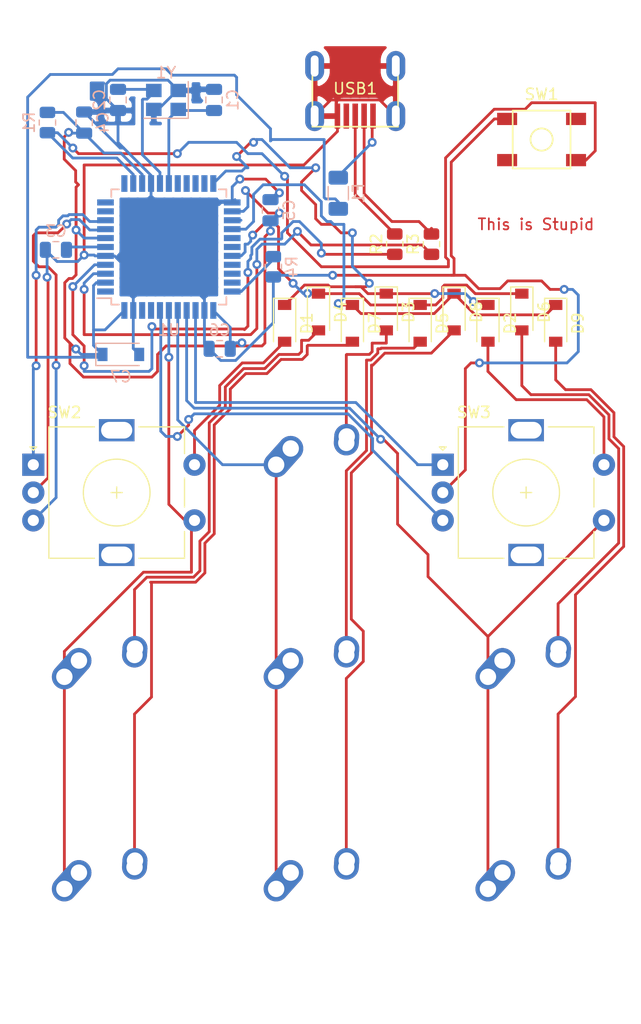
<source format=kicad_pcb>
(kicad_pcb (version 20171130) (host pcbnew "(5.1.9)-1")

  (general
    (thickness 1.6)
    (drawings 6)
    (tracks 584)
    (zones 0)
    (modules 34)
    (nets 49)
  )

  (page A4)
  (layers
    (0 F.Cu signal)
    (31 B.Cu signal)
    (32 B.Adhes user)
    (33 F.Adhes user)
    (34 B.Paste user)
    (35 F.Paste user)
    (36 B.SilkS user)
    (37 F.SilkS user)
    (38 B.Mask user)
    (39 F.Mask user)
    (40 Dwgs.User user)
    (41 Cmts.User user)
    (42 Eco1.User user)
    (43 Eco2.User user)
    (44 Edge.Cuts user)
    (45 Margin user)
    (46 B.CrtYd user)
    (47 F.CrtYd user)
    (48 B.Fab user)
    (49 F.Fab user)
  )

  (setup
    (last_trace_width 0.25)
    (trace_clearance 0.2)
    (zone_clearance 0.508)
    (zone_45_only no)
    (trace_min 0.2)
    (via_size 0.8)
    (via_drill 0.4)
    (via_min_size 0.4)
    (via_min_drill 0.3)
    (uvia_size 0.3)
    (uvia_drill 0.1)
    (uvias_allowed no)
    (uvia_min_size 0.199)
    (uvia_min_drill 0.1)
    (edge_width 0.05)
    (segment_width 0.2)
    (pcb_text_width 0.3)
    (pcb_text_size 1.5 1.5)
    (mod_edge_width 0.12)
    (mod_text_size 1 1)
    (mod_text_width 0.15)
    (pad_size 1.524 1.524)
    (pad_drill 0.762)
    (pad_to_mask_clearance 0)
    (aux_axis_origin 0 0)
    (visible_elements 7FFFFFFF)
    (pcbplotparams
      (layerselection 0x010f0_ffffffff)
      (usegerberextensions true)
      (usegerberattributes true)
      (usegerberadvancedattributes true)
      (creategerberjobfile false)
      (excludeedgelayer true)
      (linewidth 0.100000)
      (plotframeref false)
      (viasonmask false)
      (mode 1)
      (useauxorigin false)
      (hpglpennumber 1)
      (hpglpenspeed 20)
      (hpglpendiameter 15.000000)
      (psnegative false)
      (psa4output false)
      (plotreference true)
      (plotvalue true)
      (plotinvisibletext false)
      (padsonsilk false)
      (subtractmaskfromsilk true)
      (outputformat 1)
      (mirror false)
      (drillshape 0)
      (scaleselection 1)
      (outputdirectory "Gerbers/"))
  )

  (net 0 "")
  (net 1 GND)
  (net 2 "Net-(C1-Pad1)")
  (net 3 "Net-(C2-Pad1)")
  (net 4 "Net-(C3-Pad1)")
  (net 5 +5V)
  (net 6 "Net-(D1-Pad2)")
  (net 7 ROW0)
  (net 8 "Net-(D2-Pad2)")
  (net 9 "Net-(D3-Pad2)")
  (net 10 "Net-(D4-Pad2)")
  (net 11 ROW1)
  (net 12 "Net-(D5-Pad2)")
  (net 13 "Net-(D6-Pad2)")
  (net 14 "Net-(D7-Pad2)")
  (net 15 ROW2)
  (net 16 "Net-(D8-Pad2)")
  (net 17 "Net-(D9-Pad2)")
  (net 18 VCC)
  (net 19 COL1)
  (net 20 COL0)
  (net 21 COL2)
  (net 22 "Net-(R1-Pad2)")
  (net 23 D+)
  (net 24 "Net-(R2-Pad1)")
  (net 25 D-)
  (net 26 "Net-(R3-Pad1)")
  (net 27 "Net-(R4-Pad2)")
  (net 28 "Net-(U1-Pad42)")
  (net 29 "Net-(U1-Pad41)")
  (net 30 "Net-(U1-Pad32)")
  (net 31 "Net-(U1-Pad31)")
  (net 32 "Net-(U1-Pad30)")
  (net 33 "Net-(U1-Pad27)")
  (net 34 "Net-(U1-Pad25)")
  (net 35 "Net-(U1-Pad21)")
  (net 36 "Net-(U1-Pad20)")
  (net 37 "Net-(U1-Pad19)")
  (net 38 "Net-(U1-Pad18)")
  (net 39 "Net-(U1-Pad1)")
  (net 40 "Net-(USB1-Pad2)")
  (net 41 PINA)
  (net 42 PINB)
  (net 43 PINB1)
  (net 44 PINA1)
  (net 45 mosi)
  (net 46 ss)
  (net 47 miso)
  (net 48 sclk)

  (net_class Default "This is the default net class."
    (clearance 0.2)
    (trace_width 0.25)
    (via_dia 0.8)
    (via_drill 0.4)
    (uvia_dia 0.3)
    (uvia_drill 0.1)
    (add_net +5V)
    (add_net COL0)
    (add_net COL1)
    (add_net COL2)
    (add_net D+)
    (add_net D-)
    (add_net GND)
    (add_net "Net-(C1-Pad1)")
    (add_net "Net-(C2-Pad1)")
    (add_net "Net-(C3-Pad1)")
    (add_net "Net-(D1-Pad2)")
    (add_net "Net-(D2-Pad2)")
    (add_net "Net-(D3-Pad2)")
    (add_net "Net-(D4-Pad2)")
    (add_net "Net-(D5-Pad2)")
    (add_net "Net-(D6-Pad2)")
    (add_net "Net-(D7-Pad2)")
    (add_net "Net-(D8-Pad2)")
    (add_net "Net-(D9-Pad2)")
    (add_net "Net-(R1-Pad2)")
    (add_net "Net-(R2-Pad1)")
    (add_net "Net-(R3-Pad1)")
    (add_net "Net-(R4-Pad2)")
    (add_net "Net-(U1-Pad1)")
    (add_net "Net-(U1-Pad18)")
    (add_net "Net-(U1-Pad19)")
    (add_net "Net-(U1-Pad20)")
    (add_net "Net-(U1-Pad21)")
    (add_net "Net-(U1-Pad25)")
    (add_net "Net-(U1-Pad27)")
    (add_net "Net-(U1-Pad30)")
    (add_net "Net-(U1-Pad31)")
    (add_net "Net-(U1-Pad32)")
    (add_net "Net-(U1-Pad41)")
    (add_net "Net-(U1-Pad42)")
    (add_net "Net-(USB1-Pad2)")
    (add_net PINA)
    (add_net PINA1)
    (add_net PINB)
    (add_net PINB1)
    (add_net ROW0)
    (add_net ROW1)
    (add_net ROW2)
    (add_net VCC)
    (add_net miso)
    (add_net mosi)
    (add_net sclk)
    (add_net ss)
  )

  (module random-keyboard-parts:Molex-0548190589 (layer F.Cu) (tedit 5C494815) (tstamp 60873130)
    (at 224.79 47.498 270)
    (path /60887BDA)
    (attr smd)
    (fp_text reference USB1 (at 2.032 0) (layer F.SilkS)
      (effects (font (size 1 1) (thickness 0.15)))
    )
    (fp_text value Molex-0548190589 (at -5.08 0) (layer Dwgs.User)
      (effects (font (size 1 1) (thickness 0.15)))
    )
    (fp_line (start -3.75 -3.85) (end -3.75 3.85) (layer Dwgs.User) (width 0.15))
    (fp_line (start -1.75 -4.572) (end -1.75 4.572) (layer Dwgs.User) (width 0.15))
    (fp_line (start -3.75 3.85) (end 0 3.85) (layer Dwgs.User) (width 0.15))
    (fp_line (start -3.75 -3.85) (end 0 -3.85) (layer Dwgs.User) (width 0.15))
    (fp_line (start 5.45 -3.85) (end 5.45 3.85) (layer F.SilkS) (width 0.15))
    (fp_line (start 0 3.85) (end 5.45 3.85) (layer F.SilkS) (width 0.15))
    (fp_line (start 0 -3.85) (end 5.45 -3.85) (layer F.SilkS) (width 0.15))
    (fp_line (start -3.75 -3.75) (end 5.5 -3.75) (layer F.CrtYd) (width 0.15))
    (fp_line (start 5.5 -3.75) (end 5.5 3.75) (layer F.CrtYd) (width 0.15))
    (fp_line (start 5.5 3.75) (end -3.75 3.75) (layer F.CrtYd) (width 0.15))
    (fp_line (start -3.75 3.75) (end -3.75 -3.75) (layer F.CrtYd) (width 0.15))
    (fp_line (start 5.5 -2) (end 3.25 -2) (layer F.CrtYd) (width 0.15))
    (fp_line (start 3.25 -2) (end 3.25 2) (layer F.CrtYd) (width 0.15))
    (fp_line (start 3.25 2) (end 5.5 2) (layer F.CrtYd) (width 0.15))
    (fp_line (start 5.5 1.25) (end 3.25 1.25) (layer F.CrtYd) (width 0.15))
    (fp_line (start 3.25 0.5) (end 5.5 0.5) (layer F.CrtYd) (width 0.15))
    (fp_line (start 5.5 -0.5) (end 3.25 -0.5) (layer F.CrtYd) (width 0.15))
    (fp_line (start 3.25 -1.25) (end 5.5 -1.25) (layer F.CrtYd) (width 0.15))
    (fp_text user %R (at 2 0) (layer F.CrtYd)
      (effects (font (size 1 1) (thickness 0.15)))
    )
    (pad 6 thru_hole oval (at 0 -3.65 270) (size 2.7 1.7) (drill oval 1.9 0.7) (layers *.Cu *.Mask)
      (net 1 GND))
    (pad 6 thru_hole oval (at 0 3.65 270) (size 2.7 1.7) (drill oval 1.9 0.7) (layers *.Cu *.Mask)
      (net 1 GND))
    (pad 6 thru_hole oval (at 4.5 3.65 270) (size 2.7 1.7) (drill oval 1.9 0.7) (layers *.Cu *.Mask)
      (net 1 GND))
    (pad 6 thru_hole oval (at 4.5 -3.65 270) (size 2.7 1.7) (drill oval 1.9 0.7) (layers *.Cu *.Mask)
      (net 1 GND))
    (pad 5 smd rect (at 4.5 -1.6 270) (size 2.25 0.5) (layers F.Cu F.Paste F.Mask)
      (net 18 VCC))
    (pad 4 smd rect (at 4.5 -0.8 270) (size 2.25 0.5) (layers F.Cu F.Paste F.Mask)
      (net 25 D-))
    (pad 3 smd rect (at 4.5 0 270) (size 2.25 0.5) (layers F.Cu F.Paste F.Mask)
      (net 23 D+))
    (pad 2 smd rect (at 4.5 0.8 270) (size 2.25 0.5) (layers F.Cu F.Paste F.Mask)
      (net 40 "Net-(USB1-Pad2)"))
    (pad 1 smd rect (at 4.5 1.6 270) (size 2.25 0.5) (layers F.Cu F.Paste F.Mask)
      (net 1 GND))
  )

  (module Crystal:Crystal_SMD_3225-4Pin_3.2x2.5mm (layer B.Cu) (tedit 5A0FD1B2) (tstamp 60873144)
    (at 207.772 50.546 180)
    (descr "SMD Crystal SERIES SMD3225/4 http://www.txccrystal.com/images/pdf/7m-accuracy.pdf, 3.2x2.5mm^2 package")
    (tags "SMD SMT crystal")
    (path /608914B8)
    (attr smd)
    (fp_text reference Y1 (at 0 2.45) (layer B.SilkS)
      (effects (font (size 1 1) (thickness 0.15)) (justify mirror))
    )
    (fp_text value 16Mhz (at 0 -2.45) (layer B.Fab)
      (effects (font (size 1 1) (thickness 0.15)) (justify mirror))
    )
    (fp_line (start -1.6 1.25) (end -1.6 -1.25) (layer B.Fab) (width 0.1))
    (fp_line (start -1.6 -1.25) (end 1.6 -1.25) (layer B.Fab) (width 0.1))
    (fp_line (start 1.6 -1.25) (end 1.6 1.25) (layer B.Fab) (width 0.1))
    (fp_line (start 1.6 1.25) (end -1.6 1.25) (layer B.Fab) (width 0.1))
    (fp_line (start -1.6 -0.25) (end -0.6 -1.25) (layer B.Fab) (width 0.1))
    (fp_line (start -2 1.65) (end -2 -1.65) (layer B.SilkS) (width 0.12))
    (fp_line (start -2 -1.65) (end 2 -1.65) (layer B.SilkS) (width 0.12))
    (fp_line (start -2.1 1.7) (end -2.1 -1.7) (layer B.CrtYd) (width 0.05))
    (fp_line (start -2.1 -1.7) (end 2.1 -1.7) (layer B.CrtYd) (width 0.05))
    (fp_line (start 2.1 -1.7) (end 2.1 1.7) (layer B.CrtYd) (width 0.05))
    (fp_line (start 2.1 1.7) (end -2.1 1.7) (layer B.CrtYd) (width 0.05))
    (fp_text user %R (at 0 -20.32) (layer F.Fab)
      (effects (font (size 0.7 0.7) (thickness 0.105)))
    )
    (pad 4 smd rect (at -1.1 0.85 180) (size 1.4 1.2) (layers B.Cu B.Paste B.Mask)
      (net 1 GND))
    (pad 3 smd rect (at 1.1 0.85 180) (size 1.4 1.2) (layers B.Cu B.Paste B.Mask)
      (net 3 "Net-(C2-Pad1)"))
    (pad 2 smd rect (at 1.1 -0.85 180) (size 1.4 1.2) (layers B.Cu B.Paste B.Mask)
      (net 1 GND))
    (pad 1 smd rect (at -1.1 -0.85 180) (size 1.4 1.2) (layers B.Cu B.Paste B.Mask)
      (net 2 "Net-(C1-Pad1)"))
    (model ${KISYS3DMOD}/Crystal.3dshapes/Crystal_SMD_3225-4Pin_3.2x2.5mm.wrl
      (at (xyz 0 0 0))
      (scale (xyz 1 1 1))
      (rotate (xyz 0 0 0))
    )
  )

  (module Package_QFP:TQFP-44_10x10mm_P0.8mm (layer B.Cu) (tedit 5A02F146) (tstamp 60873110)
    (at 208.026 63.754)
    (descr "44-Lead Plastic Thin Quad Flatpack (PT) - 10x10x1.0 mm Body [TQFP] (see Microchip Packaging Specification 00000049BS.pdf)")
    (tags "QFP 0.8")
    (path /60867970)
    (attr smd)
    (fp_text reference U1 (at 0 7.45 -180) (layer B.SilkS)
      (effects (font (size 1 1) (thickness 0.15)) (justify mirror))
    )
    (fp_text value ATmega32U4-AU (at 0 -7.45 -180) (layer B.Fab)
      (effects (font (size 1 1) (thickness 0.15)) (justify mirror))
    )
    (fp_line (start -4 5) (end 5 5) (layer B.Fab) (width 0.15))
    (fp_line (start 5 5) (end 5 -5) (layer B.Fab) (width 0.15))
    (fp_line (start 5 -5) (end -5 -5) (layer B.Fab) (width 0.15))
    (fp_line (start -5 -5) (end -5 4) (layer B.Fab) (width 0.15))
    (fp_line (start -5 4) (end -4 5) (layer B.Fab) (width 0.15))
    (fp_line (start -6.7 6.7) (end -6.7 -6.7) (layer B.CrtYd) (width 0.05))
    (fp_line (start 6.7 6.7) (end 6.7 -6.7) (layer B.CrtYd) (width 0.05))
    (fp_line (start -6.7 6.7) (end 6.7 6.7) (layer B.CrtYd) (width 0.05))
    (fp_line (start -6.7 -6.7) (end 6.7 -6.7) (layer B.CrtYd) (width 0.05))
    (fp_line (start -5.175 5.175) (end -5.175 4.6) (layer B.SilkS) (width 0.15))
    (fp_line (start 5.175 5.175) (end 5.175 4.5) (layer B.SilkS) (width 0.15))
    (fp_line (start 5.175 -5.175) (end 5.175 -4.5) (layer B.SilkS) (width 0.15))
    (fp_line (start -5.175 -5.175) (end -5.175 -4.5) (layer B.SilkS) (width 0.15))
    (fp_line (start -5.175 5.175) (end -4.5 5.175) (layer B.SilkS) (width 0.15))
    (fp_line (start -5.175 -5.175) (end -4.5 -5.175) (layer B.SilkS) (width 0.15))
    (fp_line (start 5.175 -5.175) (end 4.5 -5.175) (layer B.SilkS) (width 0.15))
    (fp_line (start 5.175 5.175) (end 4.5 5.175) (layer B.SilkS) (width 0.15))
    (fp_line (start -5.175 4.6) (end -6.45 4.6) (layer B.SilkS) (width 0.15))
    (fp_text user %R (at 0 0 -180) (layer B.Fab)
      (effects (font (size 1 1) (thickness 0.15)) (justify mirror))
    )
    (pad 44 smd rect (at -4 5.7 270) (size 1.5 0.55) (layers B.Cu B.Paste B.Mask)
      (net 5 +5V))
    (pad 43 smd rect (at -3.2 5.7 270) (size 1.5 0.55) (layers B.Cu B.Paste B.Mask)
      (net 1 GND))
    (pad 42 smd rect (at -2.4 5.7 270) (size 1.5 0.55) (layers B.Cu B.Paste B.Mask)
      (net 28 "Net-(U1-Pad42)"))
    (pad 41 smd rect (at -1.6 5.7 270) (size 1.5 0.55) (layers B.Cu B.Paste B.Mask)
      (net 29 "Net-(U1-Pad41)"))
    (pad 40 smd rect (at -0.8 5.7 270) (size 1.5 0.55) (layers B.Cu B.Paste B.Mask)
      (net 43 PINB1))
    (pad 39 smd rect (at 0 5.7 270) (size 1.5 0.55) (layers B.Cu B.Paste B.Mask)
      (net 20 COL0))
    (pad 38 smd rect (at 0.8 5.7 270) (size 1.5 0.55) (layers B.Cu B.Paste B.Mask)
      (net 19 COL1))
    (pad 37 smd rect (at 1.6 5.7 270) (size 1.5 0.55) (layers B.Cu B.Paste B.Mask)
      (net 21 COL2))
    (pad 36 smd rect (at 2.4 5.7 270) (size 1.5 0.55) (layers B.Cu B.Paste B.Mask)
      (net 44 PINA1))
    (pad 35 smd rect (at 3.2 5.7 270) (size 1.5 0.55) (layers B.Cu B.Paste B.Mask)
      (net 1 GND))
    (pad 34 smd rect (at 4 5.7 270) (size 1.5 0.55) (layers B.Cu B.Paste B.Mask)
      (net 5 +5V))
    (pad 33 smd rect (at 5.7 4) (size 1.5 0.55) (layers B.Cu B.Paste B.Mask)
      (net 27 "Net-(R4-Pad2)"))
    (pad 32 smd rect (at 5.7 3.2) (size 1.5 0.55) (layers B.Cu B.Paste B.Mask)
      (net 30 "Net-(U1-Pad32)"))
    (pad 31 smd rect (at 5.7 2.4) (size 1.5 0.55) (layers B.Cu B.Paste B.Mask)
      (net 31 "Net-(U1-Pad31)"))
    (pad 30 smd rect (at 5.7 1.6) (size 1.5 0.55) (layers B.Cu B.Paste B.Mask)
      (net 32 "Net-(U1-Pad30)"))
    (pad 29 smd rect (at 5.7 0.8) (size 1.5 0.55) (layers B.Cu B.Paste B.Mask)
      (net 11 ROW1))
    (pad 28 smd rect (at 5.7 0) (size 1.5 0.55) (layers B.Cu B.Paste B.Mask)
      (net 45 mosi))
    (pad 27 smd rect (at 5.7 -0.8) (size 1.5 0.55) (layers B.Cu B.Paste B.Mask)
      (net 33 "Net-(U1-Pad27)"))
    (pad 26 smd rect (at 5.7 -1.6) (size 1.5 0.55) (layers B.Cu B.Paste B.Mask)
      (net 15 ROW2))
    (pad 25 smd rect (at 5.7 -2.4) (size 1.5 0.55) (layers B.Cu B.Paste B.Mask)
      (net 34 "Net-(U1-Pad25)"))
    (pad 24 smd rect (at 5.7 -3.2) (size 1.5 0.55) (layers B.Cu B.Paste B.Mask)
      (net 5 +5V))
    (pad 23 smd rect (at 5.7 -4) (size 1.5 0.55) (layers B.Cu B.Paste B.Mask)
      (net 1 GND))
    (pad 22 smd rect (at 4 -5.7 270) (size 1.5 0.55) (layers B.Cu B.Paste B.Mask)
      (net 7 ROW0))
    (pad 21 smd rect (at 3.2 -5.7 270) (size 1.5 0.55) (layers B.Cu B.Paste B.Mask)
      (net 35 "Net-(U1-Pad21)"))
    (pad 20 smd rect (at 2.4 -5.7 270) (size 1.5 0.55) (layers B.Cu B.Paste B.Mask)
      (net 36 "Net-(U1-Pad20)"))
    (pad 19 smd rect (at 1.6 -5.7 270) (size 1.5 0.55) (layers B.Cu B.Paste B.Mask)
      (net 37 "Net-(U1-Pad19)"))
    (pad 18 smd rect (at 0.8 -5.7 270) (size 1.5 0.55) (layers B.Cu B.Paste B.Mask)
      (net 38 "Net-(U1-Pad18)"))
    (pad 17 smd rect (at 0 -5.7 270) (size 1.5 0.55) (layers B.Cu B.Paste B.Mask)
      (net 2 "Net-(C1-Pad1)"))
    (pad 16 smd rect (at -0.8 -5.7 270) (size 1.5 0.55) (layers B.Cu B.Paste B.Mask)
      (net 3 "Net-(C2-Pad1)"))
    (pad 15 smd rect (at -1.6 -5.7 270) (size 1.5 0.55) (layers B.Cu B.Paste B.Mask)
      (net 1 GND))
    (pad 14 smd rect (at -2.4 -5.7 270) (size 1.5 0.55) (layers B.Cu B.Paste B.Mask)
      (net 5 +5V))
    (pad 13 smd rect (at -3.2 -5.7 270) (size 1.5 0.55) (layers B.Cu B.Paste B.Mask)
      (net 22 "Net-(R1-Pad2)"))
    (pad 12 smd rect (at -4 -5.7 270) (size 1.5 0.55) (layers B.Cu B.Paste B.Mask)
      (net 46 ss))
    (pad 11 smd rect (at -5.7 -4) (size 1.5 0.55) (layers B.Cu B.Paste B.Mask)
      (net 47 miso))
    (pad 10 smd rect (at -5.7 -3.2) (size 1.5 0.55) (layers B.Cu B.Paste B.Mask)
      (net 48 sclk))
    (pad 9 smd rect (at -5.7 -2.4) (size 1.5 0.55) (layers B.Cu B.Paste B.Mask)
      (net 41 PINA))
    (pad 8 smd rect (at -5.7 -1.6) (size 1.5 0.55) (layers B.Cu B.Paste B.Mask)
      (net 42 PINB))
    (pad 7 smd rect (at -5.7 -0.8) (size 1.5 0.55) (layers B.Cu B.Paste B.Mask)
      (net 5 +5V))
    (pad 6 smd rect (at -5.7 0) (size 1.5 0.55) (layers B.Cu B.Paste B.Mask)
      (net 4 "Net-(C3-Pad1)"))
    (pad 5 smd rect (at -5.7 0.8) (size 1.5 0.55) (layers B.Cu B.Paste B.Mask)
      (net 1 GND))
    (pad 4 smd rect (at -5.7 1.6) (size 1.5 0.55) (layers B.Cu B.Paste B.Mask)
      (net 24 "Net-(R2-Pad1)"))
    (pad 3 smd rect (at -5.7 2.4) (size 1.5 0.55) (layers B.Cu B.Paste B.Mask)
      (net 26 "Net-(R3-Pad1)"))
    (pad 2 smd rect (at -5.7 3.2) (size 1.5 0.55) (layers B.Cu B.Paste B.Mask)
      (net 5 +5V))
    (pad 1 smd rect (at -5.7 4) (size 1.5 0.55) (layers B.Cu B.Paste B.Mask)
      (net 39 "Net-(U1-Pad1)"))
    (model ${KISYS3DMOD}/Package_QFP.3dshapes/TQFP-44_10x10mm_P0.8mm.wrl
      (at (xyz 0 0 0))
      (scale (xyz 1 1 1))
      (rotate (xyz 0 0 0))
    )
  )

  (module Rotary_Encoder:RotaryEncoder_Alps_EC11E-Switch_Vertical_H20mm (layer F.Cu) (tedit 5A74C8CB) (tstamp 608730CD)
    (at 232.664 83.312)
    (descr "Alps rotary encoder, EC12E... with switch, vertical shaft, http://www.alps.com/prod/info/E/HTML/Encoder/Incremental/EC11/EC11E15204A3.html")
    (tags "rotary encoder")
    (path /608BC038)
    (fp_text reference SW3 (at 2.8 -4.7) (layer F.SilkS)
      (effects (font (size 1 1) (thickness 0.15)))
    )
    (fp_text value Rotary_Encoder_Switch (at 7.5 10.4) (layer F.Fab)
      (effects (font (size 1 1) (thickness 0.15)))
    )
    (fp_line (start 7 2.5) (end 8 2.5) (layer F.SilkS) (width 0.12))
    (fp_line (start 7.5 2) (end 7.5 3) (layer F.SilkS) (width 0.12))
    (fp_line (start 13.6 6) (end 13.6 8.4) (layer F.SilkS) (width 0.12))
    (fp_line (start 13.6 1.2) (end 13.6 3.8) (layer F.SilkS) (width 0.12))
    (fp_line (start 13.6 -3.4) (end 13.6 -1) (layer F.SilkS) (width 0.12))
    (fp_line (start 4.5 2.5) (end 10.5 2.5) (layer F.Fab) (width 0.12))
    (fp_line (start 7.5 -0.5) (end 7.5 5.5) (layer F.Fab) (width 0.12))
    (fp_line (start 0.3 -1.6) (end 0 -1.3) (layer F.SilkS) (width 0.12))
    (fp_line (start -0.3 -1.6) (end 0.3 -1.6) (layer F.SilkS) (width 0.12))
    (fp_line (start 0 -1.3) (end -0.3 -1.6) (layer F.SilkS) (width 0.12))
    (fp_line (start 1.4 -3.4) (end 1.4 8.4) (layer F.SilkS) (width 0.12))
    (fp_line (start 5.5 -3.4) (end 1.4 -3.4) (layer F.SilkS) (width 0.12))
    (fp_line (start 5.5 8.4) (end 1.4 8.4) (layer F.SilkS) (width 0.12))
    (fp_line (start 13.6 8.4) (end 9.5 8.4) (layer F.SilkS) (width 0.12))
    (fp_line (start 9.5 -3.4) (end 13.6 -3.4) (layer F.SilkS) (width 0.12))
    (fp_line (start 1.5 -2.2) (end 2.5 -3.3) (layer F.Fab) (width 0.12))
    (fp_line (start 1.5 8.3) (end 1.5 -2.2) (layer F.Fab) (width 0.12))
    (fp_line (start 13.5 8.3) (end 1.5 8.3) (layer F.Fab) (width 0.12))
    (fp_line (start 13.5 -3.3) (end 13.5 8.3) (layer F.Fab) (width 0.12))
    (fp_line (start 2.5 -3.3) (end 13.5 -3.3) (layer F.Fab) (width 0.12))
    (fp_line (start -1.5 -4.6) (end 16 -4.6) (layer F.CrtYd) (width 0.05))
    (fp_line (start -1.5 -4.6) (end -1.5 9.6) (layer F.CrtYd) (width 0.05))
    (fp_line (start 16 9.6) (end 16 -4.6) (layer F.CrtYd) (width 0.05))
    (fp_line (start 16 9.6) (end -1.5 9.6) (layer F.CrtYd) (width 0.05))
    (fp_circle (center 7.5 2.5) (end 10.5 2.5) (layer F.SilkS) (width 0.12))
    (fp_circle (center 7.5 2.5) (end 10.5 2.5) (layer F.Fab) (width 0.12))
    (fp_text user %R (at 11.1 6.3) (layer F.Fab)
      (effects (font (size 1 1) (thickness 0.15)))
    )
    (pad A thru_hole rect (at 0 0) (size 2 2) (drill 1) (layers *.Cu *.Mask)
      (net 44 PINA1))
    (pad C thru_hole circle (at 0 2.5) (size 2 2) (drill 1) (layers *.Cu *.Mask)
      (net 1 GND))
    (pad B thru_hole circle (at 0 5) (size 2 2) (drill 1) (layers *.Cu *.Mask)
      (net 43 PINB1))
    (pad MP thru_hole rect (at 7.5 -3.1) (size 3.2 2) (drill oval 2.8 1.5) (layers *.Cu *.Mask))
    (pad MP thru_hole rect (at 7.5 8.1) (size 3.2 2) (drill oval 2.8 1.5) (layers *.Cu *.Mask))
    (pad S2 thru_hole circle (at 14.5 0) (size 2 2) (drill 1) (layers *.Cu *.Mask)
      (net 8 "Net-(D2-Pad2)"))
    (pad S1 thru_hole circle (at 14.5 5) (size 2 2) (drill 1) (layers *.Cu *.Mask)
      (net 21 COL2))
    (model ${KISYS3DMOD}/Rotary_Encoder.3dshapes/RotaryEncoder_Alps_EC11E-Switch_Vertical_H20mm.wrl
      (at (xyz 0 0 0))
      (scale (xyz 1 1 1))
      (rotate (xyz 0 0 0))
    )
  )

  (module Rotary_Encoder:RotaryEncoder_Alps_EC11E-Switch_Vertical_H20mm (layer F.Cu) (tedit 5A74C8CB) (tstamp 608734F7)
    (at 195.834 83.312)
    (descr "Alps rotary encoder, EC12E... with switch, vertical shaft, http://www.alps.com/prod/info/E/HTML/Encoder/Incremental/EC11/EC11E15204A3.html")
    (tags "rotary encoder")
    (path /608BA44F)
    (fp_text reference SW2 (at 2.8 -4.7) (layer F.SilkS)
      (effects (font (size 1 1) (thickness 0.15)))
    )
    (fp_text value Rotary_Encoder_Switch (at 7.5 10.4) (layer F.Fab)
      (effects (font (size 1 1) (thickness 0.15)))
    )
    (fp_line (start 7 2.5) (end 8 2.5) (layer F.SilkS) (width 0.12))
    (fp_line (start 7.5 2) (end 7.5 3) (layer F.SilkS) (width 0.12))
    (fp_line (start 13.6 6) (end 13.6 8.4) (layer F.SilkS) (width 0.12))
    (fp_line (start 13.6 1.2) (end 13.6 3.8) (layer F.SilkS) (width 0.12))
    (fp_line (start 13.6 -3.4) (end 13.6 -1) (layer F.SilkS) (width 0.12))
    (fp_line (start 4.5 2.5) (end 10.5 2.5) (layer F.Fab) (width 0.12))
    (fp_line (start 7.5 -0.5) (end 7.5 5.5) (layer F.Fab) (width 0.12))
    (fp_line (start 0.3 -1.6) (end 0 -1.3) (layer F.SilkS) (width 0.12))
    (fp_line (start -0.3 -1.6) (end 0.3 -1.6) (layer F.SilkS) (width 0.12))
    (fp_line (start 0 -1.3) (end -0.3 -1.6) (layer F.SilkS) (width 0.12))
    (fp_line (start 1.4 -3.4) (end 1.4 8.4) (layer F.SilkS) (width 0.12))
    (fp_line (start 5.5 -3.4) (end 1.4 -3.4) (layer F.SilkS) (width 0.12))
    (fp_line (start 5.5 8.4) (end 1.4 8.4) (layer F.SilkS) (width 0.12))
    (fp_line (start 13.6 8.4) (end 9.5 8.4) (layer F.SilkS) (width 0.12))
    (fp_line (start 9.5 -3.4) (end 13.6 -3.4) (layer F.SilkS) (width 0.12))
    (fp_line (start 1.5 -2.2) (end 2.5 -3.3) (layer F.Fab) (width 0.12))
    (fp_line (start 1.5 8.3) (end 1.5 -2.2) (layer F.Fab) (width 0.12))
    (fp_line (start 13.5 8.3) (end 1.5 8.3) (layer F.Fab) (width 0.12))
    (fp_line (start 13.5 -3.3) (end 13.5 8.3) (layer F.Fab) (width 0.12))
    (fp_line (start 2.5 -3.3) (end 13.5 -3.3) (layer F.Fab) (width 0.12))
    (fp_line (start -1.5 -4.6) (end 16 -4.6) (layer F.CrtYd) (width 0.05))
    (fp_line (start -1.5 -4.6) (end -1.5 9.6) (layer F.CrtYd) (width 0.05))
    (fp_line (start 16 9.6) (end 16 -4.6) (layer F.CrtYd) (width 0.05))
    (fp_line (start 16 9.6) (end -1.5 9.6) (layer F.CrtYd) (width 0.05))
    (fp_circle (center 7.5 2.5) (end 10.5 2.5) (layer F.SilkS) (width 0.12))
    (fp_circle (center 7.5 2.5) (end 10.5 2.5) (layer F.Fab) (width 0.12))
    (fp_text user %R (at 11.1 6.3) (layer F.Fab)
      (effects (font (size 1 1) (thickness 0.15)))
    )
    (pad A thru_hole rect (at 0 0) (size 2 2) (drill 1) (layers *.Cu *.Mask)
      (net 41 PINA))
    (pad C thru_hole circle (at 0 2.5) (size 2 2) (drill 1) (layers *.Cu *.Mask)
      (net 1 GND))
    (pad B thru_hole circle (at 0 5) (size 2 2) (drill 1) (layers *.Cu *.Mask)
      (net 42 PINB))
    (pad MP thru_hole rect (at 7.5 -3.1) (size 3.2 2) (drill oval 2.8 1.5) (layers *.Cu *.Mask))
    (pad MP thru_hole rect (at 7.5 8.1) (size 3.2 2) (drill oval 2.8 1.5) (layers *.Cu *.Mask))
    (pad S2 thru_hole circle (at 14.5 0) (size 2 2) (drill 1) (layers *.Cu *.Mask)
      (net 6 "Net-(D1-Pad2)"))
    (pad S1 thru_hole circle (at 14.5 5) (size 2 2) (drill 1) (layers *.Cu *.Mask)
      (net 20 COL0))
    (model ${KISYS3DMOD}/Rotary_Encoder.3dshapes/RotaryEncoder_Alps_EC11E-Switch_Vertical_H20mm.wrl
      (at (xyz 0 0 0))
      (scale (xyz 1 1 1))
      (rotate (xyz 0 0 0))
    )
  )

  (module random-keyboard-parts:SKQG-1155865 (layer F.Cu) (tedit 5E62B398) (tstamp 60873081)
    (at 241.554 54.102 180)
    (path /6088F11C)
    (attr smd)
    (fp_text reference SW1 (at 0 4.064) (layer F.SilkS)
      (effects (font (size 1 1) (thickness 0.15)))
    )
    (fp_text value SW_Push (at 0 -4.064) (layer F.Fab)
      (effects (font (size 1 1) (thickness 0.15)))
    )
    (fp_line (start -2.6 1.1) (end -1.1 2.6) (layer F.Fab) (width 0.15))
    (fp_line (start 2.6 1.1) (end 1.1 2.6) (layer F.Fab) (width 0.15))
    (fp_line (start 2.6 -1.1) (end 1.1 -2.6) (layer F.Fab) (width 0.15))
    (fp_line (start -2.6 -1.1) (end -1.1 -2.6) (layer F.Fab) (width 0.15))
    (fp_circle (center 0 0) (end 1 0) (layer F.Fab) (width 0.15))
    (fp_line (start -4.2 -1.1) (end -4.2 -2.6) (layer F.Fab) (width 0.15))
    (fp_line (start -2.6 -1.1) (end -4.2 -1.1) (layer F.Fab) (width 0.15))
    (fp_line (start -2.6 1.1) (end -2.6 -1.1) (layer F.Fab) (width 0.15))
    (fp_line (start -4.2 1.1) (end -2.6 1.1) (layer F.Fab) (width 0.15))
    (fp_line (start -4.2 2.6) (end -4.2 1.1) (layer F.Fab) (width 0.15))
    (fp_line (start 4.2 2.6) (end -4.2 2.6) (layer F.Fab) (width 0.15))
    (fp_line (start 4.2 1.1) (end 4.2 2.6) (layer F.Fab) (width 0.15))
    (fp_line (start 2.6 1.1) (end 4.2 1.1) (layer F.Fab) (width 0.15))
    (fp_line (start 2.6 -1.1) (end 2.6 1.1) (layer F.Fab) (width 0.15))
    (fp_line (start 4.2 -1.1) (end 2.6 -1.1) (layer F.Fab) (width 0.15))
    (fp_line (start 4.2 -2.6) (end 4.2 -1.2) (layer F.Fab) (width 0.15))
    (fp_line (start -4.2 -2.6) (end 4.2 -2.6) (layer F.Fab) (width 0.15))
    (fp_circle (center 0 0) (end 1 0) (layer F.SilkS) (width 0.15))
    (fp_line (start -2.6 2.6) (end -2.6 -2.6) (layer F.SilkS) (width 0.15))
    (fp_line (start 2.6 2.6) (end -2.6 2.6) (layer F.SilkS) (width 0.15))
    (fp_line (start 2.6 -2.6) (end 2.6 2.6) (layer F.SilkS) (width 0.15))
    (fp_line (start -2.6 -2.6) (end 2.6 -2.6) (layer F.SilkS) (width 0.15))
    (pad 4 smd rect (at -3.1 1.85 180) (size 1.8 1.1) (layers F.Cu F.Paste F.Mask))
    (pad 3 smd rect (at 3.1 -1.85 180) (size 1.8 1.1) (layers F.Cu F.Paste F.Mask))
    (pad 2 smd rect (at -3.1 -1.85 180) (size 1.8 1.1) (layers F.Cu F.Paste F.Mask)
      (net 22 "Net-(R1-Pad2)"))
    (pad 1 smd rect (at 3.1 1.85 180) (size 1.8 1.1) (layers F.Cu F.Paste F.Mask)
      (net 1 GND))
    (model ${KISYS3DMOD}/Button_Switch_SMD.3dshapes/SW_SPST_TL3342.step
      (at (xyz 0 0 0))
      (scale (xyz 1 1 1))
      (rotate (xyz 0 0 0))
    )
  )

  (module Resistor_SMD:R_0805_2012Metric (layer B.Cu) (tedit 5F68FEEE) (tstamp 60873063)
    (at 217.424 65.532 90)
    (descr "Resistor SMD 0805 (2012 Metric), square (rectangular) end terminal, IPC_7351 nominal, (Body size source: IPC-SM-782 page 72, https://www.pcb-3d.com/wordpress/wp-content/uploads/ipc-sm-782a_amendment_1_and_2.pdf), generated with kicad-footprint-generator")
    (tags resistor)
    (path /6086A68B)
    (attr smd)
    (fp_text reference R4 (at 0 1.65 270) (layer B.SilkS)
      (effects (font (size 1 1) (thickness 0.15)) (justify mirror))
    )
    (fp_text value 10K (at 0 -1.65 270) (layer B.Fab)
      (effects (font (size 1 1) (thickness 0.15)) (justify mirror))
    )
    (fp_line (start -1 -0.625) (end -1 0.625) (layer B.Fab) (width 0.1))
    (fp_line (start -1 0.625) (end 1 0.625) (layer B.Fab) (width 0.1))
    (fp_line (start 1 0.625) (end 1 -0.625) (layer B.Fab) (width 0.1))
    (fp_line (start 1 -0.625) (end -1 -0.625) (layer B.Fab) (width 0.1))
    (fp_line (start -0.227064 0.735) (end 0.227064 0.735) (layer B.SilkS) (width 0.12))
    (fp_line (start -0.227064 -0.735) (end 0.227064 -0.735) (layer B.SilkS) (width 0.12))
    (fp_line (start -1.68 -0.95) (end -1.68 0.95) (layer B.CrtYd) (width 0.05))
    (fp_line (start -1.68 0.95) (end 1.68 0.95) (layer B.CrtYd) (width 0.05))
    (fp_line (start 1.68 0.95) (end 1.68 -0.95) (layer B.CrtYd) (width 0.05))
    (fp_line (start 1.68 -0.95) (end -1.68 -0.95) (layer B.CrtYd) (width 0.05))
    (fp_text user %R (at 0 0 270) (layer B.Fab)
      (effects (font (size 0.5 0.5) (thickness 0.08)) (justify mirror))
    )
    (pad 2 smd roundrect (at 0.9125 0 90) (size 1.025 1.4) (layers B.Cu B.Paste B.Mask) (roundrect_rratio 0.2439014634146341)
      (net 27 "Net-(R4-Pad2)"))
    (pad 1 smd roundrect (at -0.9125 0 90) (size 1.025 1.4) (layers B.Cu B.Paste B.Mask) (roundrect_rratio 0.2439014634146341)
      (net 1 GND))
    (model ${KISYS3DMOD}/Resistor_SMD.3dshapes/R_0805_2012Metric.wrl
      (at (xyz 0 0 0))
      (scale (xyz 1 1 1))
      (rotate (xyz 0 0 0))
    )
  )

  (module Resistor_SMD:R_0805_2012Metric (layer F.Cu) (tedit 5F68FEEE) (tstamp 60873052)
    (at 231.648 63.5 90)
    (descr "Resistor SMD 0805 (2012 Metric), square (rectangular) end terminal, IPC_7351 nominal, (Body size source: IPC-SM-782 page 72, https://www.pcb-3d.com/wordpress/wp-content/uploads/ipc-sm-782a_amendment_1_and_2.pdf), generated with kicad-footprint-generator")
    (tags resistor)
    (path /6086CE58)
    (attr smd)
    (fp_text reference R3 (at 0 -1.65 90) (layer F.SilkS)
      (effects (font (size 1 1) (thickness 0.15)))
    )
    (fp_text value 22 (at 0 1.65 90) (layer F.Fab)
      (effects (font (size 1 1) (thickness 0.15)))
    )
    (fp_line (start -1 0.625) (end -1 -0.625) (layer F.Fab) (width 0.1))
    (fp_line (start -1 -0.625) (end 1 -0.625) (layer F.Fab) (width 0.1))
    (fp_line (start 1 -0.625) (end 1 0.625) (layer F.Fab) (width 0.1))
    (fp_line (start 1 0.625) (end -1 0.625) (layer F.Fab) (width 0.1))
    (fp_line (start -0.227064 -0.735) (end 0.227064 -0.735) (layer F.SilkS) (width 0.12))
    (fp_line (start -0.227064 0.735) (end 0.227064 0.735) (layer F.SilkS) (width 0.12))
    (fp_line (start -1.68 0.95) (end -1.68 -0.95) (layer F.CrtYd) (width 0.05))
    (fp_line (start -1.68 -0.95) (end 1.68 -0.95) (layer F.CrtYd) (width 0.05))
    (fp_line (start 1.68 -0.95) (end 1.68 0.95) (layer F.CrtYd) (width 0.05))
    (fp_line (start 1.68 0.95) (end -1.68 0.95) (layer F.CrtYd) (width 0.05))
    (fp_text user %R (at 0 0 90) (layer F.Fab)
      (effects (font (size 0.5 0.5) (thickness 0.08)))
    )
    (pad 2 smd roundrect (at 0.9125 0 90) (size 1.025 1.4) (layers F.Cu F.Paste F.Mask) (roundrect_rratio 0.2439014634146341)
      (net 25 D-))
    (pad 1 smd roundrect (at -0.9125 0 90) (size 1.025 1.4) (layers F.Cu F.Paste F.Mask) (roundrect_rratio 0.2439014634146341)
      (net 26 "Net-(R3-Pad1)"))
    (model ${KISYS3DMOD}/Resistor_SMD.3dshapes/R_0805_2012Metric.wrl
      (at (xyz 0 0 0))
      (scale (xyz 1 1 1))
      (rotate (xyz 0 0 0))
    )
  )

  (module Resistor_SMD:R_0805_2012Metric (layer F.Cu) (tedit 5F68FEEE) (tstamp 60873041)
    (at 228.346 63.5 90)
    (descr "Resistor SMD 0805 (2012 Metric), square (rectangular) end terminal, IPC_7351 nominal, (Body size source: IPC-SM-782 page 72, https://www.pcb-3d.com/wordpress/wp-content/uploads/ipc-sm-782a_amendment_1_and_2.pdf), generated with kicad-footprint-generator")
    (tags resistor)
    (path /6086C2AC)
    (attr smd)
    (fp_text reference R2 (at 0 -1.65 90) (layer F.SilkS)
      (effects (font (size 1 1) (thickness 0.15)))
    )
    (fp_text value 22 (at 0 1.65 90) (layer F.Fab)
      (effects (font (size 1 1) (thickness 0.15)))
    )
    (fp_line (start -1 0.625) (end -1 -0.625) (layer F.Fab) (width 0.1))
    (fp_line (start -1 -0.625) (end 1 -0.625) (layer F.Fab) (width 0.1))
    (fp_line (start 1 -0.625) (end 1 0.625) (layer F.Fab) (width 0.1))
    (fp_line (start 1 0.625) (end -1 0.625) (layer F.Fab) (width 0.1))
    (fp_line (start -0.227064 -0.735) (end 0.227064 -0.735) (layer F.SilkS) (width 0.12))
    (fp_line (start -0.227064 0.735) (end 0.227064 0.735) (layer F.SilkS) (width 0.12))
    (fp_line (start -1.68 0.95) (end -1.68 -0.95) (layer F.CrtYd) (width 0.05))
    (fp_line (start -1.68 -0.95) (end 1.68 -0.95) (layer F.CrtYd) (width 0.05))
    (fp_line (start 1.68 -0.95) (end 1.68 0.95) (layer F.CrtYd) (width 0.05))
    (fp_line (start 1.68 0.95) (end -1.68 0.95) (layer F.CrtYd) (width 0.05))
    (fp_text user %R (at 0 0 90) (layer F.Fab)
      (effects (font (size 0.5 0.5) (thickness 0.08)))
    )
    (pad 2 smd roundrect (at 0.9125 0 90) (size 1.025 1.4) (layers F.Cu F.Paste F.Mask) (roundrect_rratio 0.2439014634146341)
      (net 23 D+))
    (pad 1 smd roundrect (at -0.9125 0 90) (size 1.025 1.4) (layers F.Cu F.Paste F.Mask) (roundrect_rratio 0.2439014634146341)
      (net 24 "Net-(R2-Pad1)"))
    (model ${KISYS3DMOD}/Resistor_SMD.3dshapes/R_0805_2012Metric.wrl
      (at (xyz 0 0 0))
      (scale (xyz 1 1 1))
      (rotate (xyz 0 0 0))
    )
  )

  (module Resistor_SMD:R_0805_2012Metric (layer B.Cu) (tedit 5F68FEEE) (tstamp 60873030)
    (at 197.104 52.578 270)
    (descr "Resistor SMD 0805 (2012 Metric), square (rectangular) end terminal, IPC_7351 nominal, (Body size source: IPC-SM-782 page 72, https://www.pcb-3d.com/wordpress/wp-content/uploads/ipc-sm-782a_amendment_1_and_2.pdf), generated with kicad-footprint-generator")
    (tags resistor)
    (path /6088CB38)
    (attr smd)
    (fp_text reference R1 (at 0 1.65 90) (layer B.SilkS)
      (effects (font (size 1 1) (thickness 0.15)) (justify mirror))
    )
    (fp_text value 10k (at 0 -1.65 90) (layer B.Fab)
      (effects (font (size 1 1) (thickness 0.15)) (justify mirror))
    )
    (fp_line (start -1 -0.625) (end -1 0.625) (layer B.Fab) (width 0.1))
    (fp_line (start -1 0.625) (end 1 0.625) (layer B.Fab) (width 0.1))
    (fp_line (start 1 0.625) (end 1 -0.625) (layer B.Fab) (width 0.1))
    (fp_line (start 1 -0.625) (end -1 -0.625) (layer B.Fab) (width 0.1))
    (fp_line (start -0.227064 0.735) (end 0.227064 0.735) (layer B.SilkS) (width 0.12))
    (fp_line (start -0.227064 -0.735) (end 0.227064 -0.735) (layer B.SilkS) (width 0.12))
    (fp_line (start -1.68 -0.95) (end -1.68 0.95) (layer B.CrtYd) (width 0.05))
    (fp_line (start -1.68 0.95) (end 1.68 0.95) (layer B.CrtYd) (width 0.05))
    (fp_line (start 1.68 0.95) (end 1.68 -0.95) (layer B.CrtYd) (width 0.05))
    (fp_line (start 1.68 -0.95) (end -1.68 -0.95) (layer B.CrtYd) (width 0.05))
    (fp_text user %R (at 0 0 90) (layer B.Fab)
      (effects (font (size 0.5 0.5) (thickness 0.08)) (justify mirror))
    )
    (pad 2 smd roundrect (at 0.9125 0 270) (size 1.025 1.4) (layers B.Cu B.Paste B.Mask) (roundrect_rratio 0.2439014634146341)
      (net 22 "Net-(R1-Pad2)"))
    (pad 1 smd roundrect (at -0.9125 0 270) (size 1.025 1.4) (layers B.Cu B.Paste B.Mask) (roundrect_rratio 0.2439014634146341)
      (net 5 +5V))
    (model ${KISYS3DMOD}/Resistor_SMD.3dshapes/R_0805_2012Metric.wrl
      (at (xyz 0 0 0))
      (scale (xyz 1 1 1))
      (rotate (xyz 0 0 0))
    )
  )

  (module MX_Alps_Hybrid:MX-1U-NoLED (layer F.Cu) (tedit 5A9F5203) (tstamp 6087301F)
    (at 240.538 123.952)
    (path /608B2EFE)
    (fp_text reference MX7 (at 0 3.175) (layer Dwgs.User)
      (effects (font (size 1 1) (thickness 0.15)))
    )
    (fp_text value MX-NoLED (at 0 -7.9375) (layer Dwgs.User)
      (effects (font (size 1 1) (thickness 0.15)))
    )
    (fp_line (start 5 -7) (end 7 -7) (layer Dwgs.User) (width 0.15))
    (fp_line (start 7 -7) (end 7 -5) (layer Dwgs.User) (width 0.15))
    (fp_line (start 5 7) (end 7 7) (layer Dwgs.User) (width 0.15))
    (fp_line (start 7 7) (end 7 5) (layer Dwgs.User) (width 0.15))
    (fp_line (start -7 5) (end -7 7) (layer Dwgs.User) (width 0.15))
    (fp_line (start -7 7) (end -5 7) (layer Dwgs.User) (width 0.15))
    (fp_line (start -5 -7) (end -7 -7) (layer Dwgs.User) (width 0.15))
    (fp_line (start -7 -7) (end -7 -5) (layer Dwgs.User) (width 0.15))
    (fp_line (start -9.525 -9.525) (end 9.525 -9.525) (layer Dwgs.User) (width 0.15))
    (fp_line (start 9.525 -9.525) (end 9.525 9.525) (layer Dwgs.User) (width 0.15))
    (fp_line (start 9.525 9.525) (end -9.525 9.525) (layer Dwgs.User) (width 0.15))
    (fp_line (start -9.525 9.525) (end -9.525 -9.525) (layer Dwgs.User) (width 0.15))
    (pad "" np_thru_hole circle (at 5.08 0 48.0996) (size 1.75 1.75) (drill 1.75) (layers *.Cu *.Mask))
    (pad "" np_thru_hole circle (at -5.08 0 48.0996) (size 1.75 1.75) (drill 1.75) (layers *.Cu *.Mask))
    (pad 1 thru_hole circle (at -2.5 -4) (size 2.25 2.25) (drill 1.47) (layers *.Cu B.Mask)
      (net 21 COL2))
    (pad "" np_thru_hole circle (at 0 0) (size 3.9878 3.9878) (drill 3.9878) (layers *.Cu *.Mask))
    (pad 1 thru_hole oval (at -3.81 -2.54 48.0996) (size 4.211556 2.25) (drill 1.47 (offset 0.980778 0)) (layers *.Cu B.Mask)
      (net 21 COL2))
    (pad 2 thru_hole circle (at 2.54 -5.08) (size 2.25 2.25) (drill 1.47) (layers *.Cu B.Mask)
      (net 17 "Net-(D9-Pad2)"))
    (pad 2 thru_hole oval (at 2.5 -4.5 86.0548) (size 2.831378 2.25) (drill 1.47 (offset 0.290689 0)) (layers *.Cu B.Mask)
      (net 17 "Net-(D9-Pad2)"))
  )

  (module MX_Alps_Hybrid:MX-1U-NoLED (layer F.Cu) (tedit 5A9F5203) (tstamp 60873008)
    (at 221.488 123.952)
    (path /608B2BFF)
    (fp_text reference MX6 (at 0 3.175) (layer Dwgs.User)
      (effects (font (size 1 1) (thickness 0.15)))
    )
    (fp_text value MX-NoLED (at 0 -7.9375) (layer Dwgs.User)
      (effects (font (size 1 1) (thickness 0.15)))
    )
    (fp_line (start 5 -7) (end 7 -7) (layer Dwgs.User) (width 0.15))
    (fp_line (start 7 -7) (end 7 -5) (layer Dwgs.User) (width 0.15))
    (fp_line (start 5 7) (end 7 7) (layer Dwgs.User) (width 0.15))
    (fp_line (start 7 7) (end 7 5) (layer Dwgs.User) (width 0.15))
    (fp_line (start -7 5) (end -7 7) (layer Dwgs.User) (width 0.15))
    (fp_line (start -7 7) (end -5 7) (layer Dwgs.User) (width 0.15))
    (fp_line (start -5 -7) (end -7 -7) (layer Dwgs.User) (width 0.15))
    (fp_line (start -7 -7) (end -7 -5) (layer Dwgs.User) (width 0.15))
    (fp_line (start -9.525 -9.525) (end 9.525 -9.525) (layer Dwgs.User) (width 0.15))
    (fp_line (start 9.525 -9.525) (end 9.525 9.525) (layer Dwgs.User) (width 0.15))
    (fp_line (start 9.525 9.525) (end -9.525 9.525) (layer Dwgs.User) (width 0.15))
    (fp_line (start -9.525 9.525) (end -9.525 -9.525) (layer Dwgs.User) (width 0.15))
    (pad "" np_thru_hole circle (at 5.08 0 48.0996) (size 1.75 1.75) (drill 1.75) (layers *.Cu *.Mask))
    (pad "" np_thru_hole circle (at -5.08 0 48.0996) (size 1.75 1.75) (drill 1.75) (layers *.Cu *.Mask))
    (pad 1 thru_hole circle (at -2.5 -4) (size 2.25 2.25) (drill 1.47) (layers *.Cu B.Mask)
      (net 19 COL1))
    (pad "" np_thru_hole circle (at 0 0) (size 3.9878 3.9878) (drill 3.9878) (layers *.Cu *.Mask))
    (pad 1 thru_hole oval (at -3.81 -2.54 48.0996) (size 4.211556 2.25) (drill 1.47 (offset 0.980778 0)) (layers *.Cu B.Mask)
      (net 19 COL1))
    (pad 2 thru_hole circle (at 2.54 -5.08) (size 2.25 2.25) (drill 1.47) (layers *.Cu B.Mask)
      (net 16 "Net-(D8-Pad2)"))
    (pad 2 thru_hole oval (at 2.5 -4.5 86.0548) (size 2.831378 2.25) (drill 1.47 (offset 0.290689 0)) (layers *.Cu B.Mask)
      (net 16 "Net-(D8-Pad2)"))
  )

  (module MX_Alps_Hybrid:MX-1U-NoLED (layer F.Cu) (tedit 5A9F5203) (tstamp 60872FF1)
    (at 202.438 123.952)
    (path /608B2F12)
    (fp_text reference MX5 (at 0 3.175) (layer Dwgs.User)
      (effects (font (size 1 1) (thickness 0.15)))
    )
    (fp_text value MX-NoLED (at 0 -7.9375) (layer Dwgs.User)
      (effects (font (size 1 1) (thickness 0.15)))
    )
    (fp_line (start 5 -7) (end 7 -7) (layer Dwgs.User) (width 0.15))
    (fp_line (start 7 -7) (end 7 -5) (layer Dwgs.User) (width 0.15))
    (fp_line (start 5 7) (end 7 7) (layer Dwgs.User) (width 0.15))
    (fp_line (start 7 7) (end 7 5) (layer Dwgs.User) (width 0.15))
    (fp_line (start -7 5) (end -7 7) (layer Dwgs.User) (width 0.15))
    (fp_line (start -7 7) (end -5 7) (layer Dwgs.User) (width 0.15))
    (fp_line (start -5 -7) (end -7 -7) (layer Dwgs.User) (width 0.15))
    (fp_line (start -7 -7) (end -7 -5) (layer Dwgs.User) (width 0.15))
    (fp_line (start -9.525 -9.525) (end 9.525 -9.525) (layer Dwgs.User) (width 0.15))
    (fp_line (start 9.525 -9.525) (end 9.525 9.525) (layer Dwgs.User) (width 0.15))
    (fp_line (start 9.525 9.525) (end -9.525 9.525) (layer Dwgs.User) (width 0.15))
    (fp_line (start -9.525 9.525) (end -9.525 -9.525) (layer Dwgs.User) (width 0.15))
    (pad "" np_thru_hole circle (at 5.08 0 48.0996) (size 1.75 1.75) (drill 1.75) (layers *.Cu *.Mask))
    (pad "" np_thru_hole circle (at -5.08 0 48.0996) (size 1.75 1.75) (drill 1.75) (layers *.Cu *.Mask))
    (pad 1 thru_hole circle (at -2.5 -4) (size 2.25 2.25) (drill 1.47) (layers *.Cu B.Mask)
      (net 20 COL0))
    (pad "" np_thru_hole circle (at 0 0) (size 3.9878 3.9878) (drill 3.9878) (layers *.Cu *.Mask))
    (pad 1 thru_hole oval (at -3.81 -2.54 48.0996) (size 4.211556 2.25) (drill 1.47 (offset 0.980778 0)) (layers *.Cu B.Mask)
      (net 20 COL0))
    (pad 2 thru_hole circle (at 2.54 -5.08) (size 2.25 2.25) (drill 1.47) (layers *.Cu B.Mask)
      (net 14 "Net-(D7-Pad2)"))
    (pad 2 thru_hole oval (at 2.5 -4.5 86.0548) (size 2.831378 2.25) (drill 1.47 (offset 0.290689 0)) (layers *.Cu B.Mask)
      (net 14 "Net-(D7-Pad2)"))
  )

  (module MX_Alps_Hybrid:MX-1U-NoLED (layer F.Cu) (tedit 5A9F5203) (tstamp 60872FDA)
    (at 240.538 104.902)
    (path /608AE8E9)
    (fp_text reference MX4 (at 0 3.175) (layer Dwgs.User)
      (effects (font (size 1 1) (thickness 0.15)))
    )
    (fp_text value MX-NoLED (at 0 -7.9375) (layer Dwgs.User)
      (effects (font (size 1 1) (thickness 0.15)))
    )
    (fp_line (start 5 -7) (end 7 -7) (layer Dwgs.User) (width 0.15))
    (fp_line (start 7 -7) (end 7 -5) (layer Dwgs.User) (width 0.15))
    (fp_line (start 5 7) (end 7 7) (layer Dwgs.User) (width 0.15))
    (fp_line (start 7 7) (end 7 5) (layer Dwgs.User) (width 0.15))
    (fp_line (start -7 5) (end -7 7) (layer Dwgs.User) (width 0.15))
    (fp_line (start -7 7) (end -5 7) (layer Dwgs.User) (width 0.15))
    (fp_line (start -5 -7) (end -7 -7) (layer Dwgs.User) (width 0.15))
    (fp_line (start -7 -7) (end -7 -5) (layer Dwgs.User) (width 0.15))
    (fp_line (start -9.525 -9.525) (end 9.525 -9.525) (layer Dwgs.User) (width 0.15))
    (fp_line (start 9.525 -9.525) (end 9.525 9.525) (layer Dwgs.User) (width 0.15))
    (fp_line (start 9.525 9.525) (end -9.525 9.525) (layer Dwgs.User) (width 0.15))
    (fp_line (start -9.525 9.525) (end -9.525 -9.525) (layer Dwgs.User) (width 0.15))
    (pad "" np_thru_hole circle (at 5.08 0 48.0996) (size 1.75 1.75) (drill 1.75) (layers *.Cu *.Mask))
    (pad "" np_thru_hole circle (at -5.08 0 48.0996) (size 1.75 1.75) (drill 1.75) (layers *.Cu *.Mask))
    (pad 1 thru_hole circle (at -2.5 -4) (size 2.25 2.25) (drill 1.47) (layers *.Cu B.Mask)
      (net 21 COL2))
    (pad "" np_thru_hole circle (at 0 0) (size 3.9878 3.9878) (drill 3.9878) (layers *.Cu *.Mask))
    (pad 1 thru_hole oval (at -3.81 -2.54 48.0996) (size 4.211556 2.25) (drill 1.47 (offset 0.980778 0)) (layers *.Cu B.Mask)
      (net 21 COL2))
    (pad 2 thru_hole circle (at 2.54 -5.08) (size 2.25 2.25) (drill 1.47) (layers *.Cu B.Mask)
      (net 13 "Net-(D6-Pad2)"))
    (pad 2 thru_hole oval (at 2.5 -4.5 86.0548) (size 2.831378 2.25) (drill 1.47 (offset 0.290689 0)) (layers *.Cu B.Mask)
      (net 13 "Net-(D6-Pad2)"))
  )

  (module MX_Alps_Hybrid:MX-1U-NoLED (layer F.Cu) (tedit 5A9F5203) (tstamp 60872FC3)
    (at 221.488 104.902)
    (path /608A83B2)
    (fp_text reference MX3 (at 0 3.175) (layer Dwgs.User)
      (effects (font (size 1 1) (thickness 0.15)))
    )
    (fp_text value MX-NoLED (at 0 -7.9375) (layer Dwgs.User)
      (effects (font (size 1 1) (thickness 0.15)))
    )
    (fp_line (start 5 -7) (end 7 -7) (layer Dwgs.User) (width 0.15))
    (fp_line (start 7 -7) (end 7 -5) (layer Dwgs.User) (width 0.15))
    (fp_line (start 5 7) (end 7 7) (layer Dwgs.User) (width 0.15))
    (fp_line (start 7 7) (end 7 5) (layer Dwgs.User) (width 0.15))
    (fp_line (start -7 5) (end -7 7) (layer Dwgs.User) (width 0.15))
    (fp_line (start -7 7) (end -5 7) (layer Dwgs.User) (width 0.15))
    (fp_line (start -5 -7) (end -7 -7) (layer Dwgs.User) (width 0.15))
    (fp_line (start -7 -7) (end -7 -5) (layer Dwgs.User) (width 0.15))
    (fp_line (start -9.525 -9.525) (end 9.525 -9.525) (layer Dwgs.User) (width 0.15))
    (fp_line (start 9.525 -9.525) (end 9.525 9.525) (layer Dwgs.User) (width 0.15))
    (fp_line (start 9.525 9.525) (end -9.525 9.525) (layer Dwgs.User) (width 0.15))
    (fp_line (start -9.525 9.525) (end -9.525 -9.525) (layer Dwgs.User) (width 0.15))
    (pad "" np_thru_hole circle (at 5.08 0 48.0996) (size 1.75 1.75) (drill 1.75) (layers *.Cu *.Mask))
    (pad "" np_thru_hole circle (at -5.08 0 48.0996) (size 1.75 1.75) (drill 1.75) (layers *.Cu *.Mask))
    (pad 1 thru_hole circle (at -2.5 -4) (size 2.25 2.25) (drill 1.47) (layers *.Cu B.Mask)
      (net 19 COL1))
    (pad "" np_thru_hole circle (at 0 0) (size 3.9878 3.9878) (drill 3.9878) (layers *.Cu *.Mask))
    (pad 1 thru_hole oval (at -3.81 -2.54 48.0996) (size 4.211556 2.25) (drill 1.47 (offset 0.980778 0)) (layers *.Cu B.Mask)
      (net 19 COL1))
    (pad 2 thru_hole circle (at 2.54 -5.08) (size 2.25 2.25) (drill 1.47) (layers *.Cu B.Mask)
      (net 12 "Net-(D5-Pad2)"))
    (pad 2 thru_hole oval (at 2.5 -4.5 86.0548) (size 2.831378 2.25) (drill 1.47 (offset 0.290689 0)) (layers *.Cu B.Mask)
      (net 12 "Net-(D5-Pad2)"))
  )

  (module MX_Alps_Hybrid:MX-1U-NoLED (layer F.Cu) (tedit 5A9F5203) (tstamp 60872FAC)
    (at 202.438 104.902)
    (path /608AFB62)
    (fp_text reference MX2 (at 0 3.175) (layer Dwgs.User)
      (effects (font (size 1 1) (thickness 0.15)))
    )
    (fp_text value MX-NoLED (at 0 -7.9375) (layer Dwgs.User)
      (effects (font (size 1 1) (thickness 0.15)))
    )
    (fp_line (start 5 -7) (end 7 -7) (layer Dwgs.User) (width 0.15))
    (fp_line (start 7 -7) (end 7 -5) (layer Dwgs.User) (width 0.15))
    (fp_line (start 5 7) (end 7 7) (layer Dwgs.User) (width 0.15))
    (fp_line (start 7 7) (end 7 5) (layer Dwgs.User) (width 0.15))
    (fp_line (start -7 5) (end -7 7) (layer Dwgs.User) (width 0.15))
    (fp_line (start -7 7) (end -5 7) (layer Dwgs.User) (width 0.15))
    (fp_line (start -5 -7) (end -7 -7) (layer Dwgs.User) (width 0.15))
    (fp_line (start -7 -7) (end -7 -5) (layer Dwgs.User) (width 0.15))
    (fp_line (start -9.525 -9.525) (end 9.525 -9.525) (layer Dwgs.User) (width 0.15))
    (fp_line (start 9.525 -9.525) (end 9.525 9.525) (layer Dwgs.User) (width 0.15))
    (fp_line (start 9.525 9.525) (end -9.525 9.525) (layer Dwgs.User) (width 0.15))
    (fp_line (start -9.525 9.525) (end -9.525 -9.525) (layer Dwgs.User) (width 0.15))
    (pad "" np_thru_hole circle (at 5.08 0 48.0996) (size 1.75 1.75) (drill 1.75) (layers *.Cu *.Mask))
    (pad "" np_thru_hole circle (at -5.08 0 48.0996) (size 1.75 1.75) (drill 1.75) (layers *.Cu *.Mask))
    (pad 1 thru_hole circle (at -2.5 -4) (size 2.25 2.25) (drill 1.47) (layers *.Cu B.Mask)
      (net 20 COL0))
    (pad "" np_thru_hole circle (at 0 0) (size 3.9878 3.9878) (drill 3.9878) (layers *.Cu *.Mask))
    (pad 1 thru_hole oval (at -3.81 -2.54 48.0996) (size 4.211556 2.25) (drill 1.47 (offset 0.980778 0)) (layers *.Cu B.Mask)
      (net 20 COL0))
    (pad 2 thru_hole circle (at 2.54 -5.08) (size 2.25 2.25) (drill 1.47) (layers *.Cu B.Mask)
      (net 10 "Net-(D4-Pad2)"))
    (pad 2 thru_hole oval (at 2.5 -4.5 86.0548) (size 2.831378 2.25) (drill 1.47 (offset 0.290689 0)) (layers *.Cu B.Mask)
      (net 10 "Net-(D4-Pad2)"))
  )

  (module MX_Alps_Hybrid:MX-1U-NoLED (layer F.Cu) (tedit 5A9F5203) (tstamp 60872F95)
    (at 221.488 85.852)
    (path /608A3B39)
    (fp_text reference MX1 (at 0 3.175) (layer Dwgs.User)
      (effects (font (size 1 1) (thickness 0.15)))
    )
    (fp_text value MX-NoLED (at 0 -7.9375) (layer Dwgs.User)
      (effects (font (size 1 1) (thickness 0.15)))
    )
    (fp_line (start 5 -7) (end 7 -7) (layer Dwgs.User) (width 0.15))
    (fp_line (start 7 -7) (end 7 -5) (layer Dwgs.User) (width 0.15))
    (fp_line (start 5 7) (end 7 7) (layer Dwgs.User) (width 0.15))
    (fp_line (start 7 7) (end 7 5) (layer Dwgs.User) (width 0.15))
    (fp_line (start -7 5) (end -7 7) (layer Dwgs.User) (width 0.15))
    (fp_line (start -7 7) (end -5 7) (layer Dwgs.User) (width 0.15))
    (fp_line (start -5 -7) (end -7 -7) (layer Dwgs.User) (width 0.15))
    (fp_line (start -7 -7) (end -7 -5) (layer Dwgs.User) (width 0.15))
    (fp_line (start -9.525 -9.525) (end 9.525 -9.525) (layer Dwgs.User) (width 0.15))
    (fp_line (start 9.525 -9.525) (end 9.525 9.525) (layer Dwgs.User) (width 0.15))
    (fp_line (start 9.525 9.525) (end -9.525 9.525) (layer Dwgs.User) (width 0.15))
    (fp_line (start -9.525 9.525) (end -9.525 -9.525) (layer Dwgs.User) (width 0.15))
    (pad "" np_thru_hole circle (at 5.08 0 48.0996) (size 1.75 1.75) (drill 1.75) (layers *.Cu *.Mask))
    (pad "" np_thru_hole circle (at -5.08 0 48.0996) (size 1.75 1.75) (drill 1.75) (layers *.Cu *.Mask))
    (pad 1 thru_hole circle (at -2.5 -4) (size 2.25 2.25) (drill 1.47) (layers *.Cu B.Mask)
      (net 19 COL1))
    (pad "" np_thru_hole circle (at 0 0) (size 3.9878 3.9878) (drill 3.9878) (layers *.Cu *.Mask))
    (pad 1 thru_hole oval (at -3.81 -2.54 48.0996) (size 4.211556 2.25) (drill 1.47 (offset 0.980778 0)) (layers *.Cu B.Mask)
      (net 19 COL1))
    (pad 2 thru_hole circle (at 2.54 -5.08) (size 2.25 2.25) (drill 1.47) (layers *.Cu B.Mask)
      (net 9 "Net-(D3-Pad2)"))
    (pad 2 thru_hole oval (at 2.5 -4.5 86.0548) (size 2.831378 2.25) (drill 1.47 (offset 0.290689 0)) (layers *.Cu B.Mask)
      (net 9 "Net-(D3-Pad2)"))
  )

  (module Fuse:Fuse_1206_3216Metric (layer B.Cu) (tedit 5F68FEF1) (tstamp 60872F7E)
    (at 223.266 58.928 90)
    (descr "Fuse SMD 1206 (3216 Metric), square (rectangular) end terminal, IPC_7351 nominal, (Body size source: http://www.tortai-tech.com/upload/download/2011102023233369053.pdf), generated with kicad-footprint-generator")
    (tags fuse)
    (path /6089C935)
    (attr smd)
    (fp_text reference F1 (at 0 1.82 90) (layer B.SilkS)
      (effects (font (size 1 1) (thickness 0.15)) (justify mirror))
    )
    (fp_text value 500mA (at 0 -1.82 90) (layer B.Fab)
      (effects (font (size 1 1) (thickness 0.15)) (justify mirror))
    )
    (fp_line (start -1.6 -0.8) (end -1.6 0.8) (layer B.Fab) (width 0.1))
    (fp_line (start -1.6 0.8) (end 1.6 0.8) (layer B.Fab) (width 0.1))
    (fp_line (start 1.6 0.8) (end 1.6 -0.8) (layer B.Fab) (width 0.1))
    (fp_line (start 1.6 -0.8) (end -1.6 -0.8) (layer B.Fab) (width 0.1))
    (fp_line (start -0.602064 0.91) (end 0.602064 0.91) (layer B.SilkS) (width 0.12))
    (fp_line (start -0.602064 -0.91) (end 0.602064 -0.91) (layer B.SilkS) (width 0.12))
    (fp_line (start -2.28 -1.12) (end -2.28 1.12) (layer B.CrtYd) (width 0.05))
    (fp_line (start -2.28 1.12) (end 2.28 1.12) (layer B.CrtYd) (width 0.05))
    (fp_line (start 2.28 1.12) (end 2.28 -1.12) (layer B.CrtYd) (width 0.05))
    (fp_line (start 2.28 -1.12) (end -2.28 -1.12) (layer B.CrtYd) (width 0.05))
    (fp_text user %R (at 0 0 90) (layer B.Fab)
      (effects (font (size 0.8 0.8) (thickness 0.12)) (justify mirror))
    )
    (pad 2 smd roundrect (at 1.4 0 90) (size 1.25 1.75) (layers B.Cu B.Paste B.Mask) (roundrect_rratio 0.2)
      (net 18 VCC))
    (pad 1 smd roundrect (at -1.4 0 90) (size 1.25 1.75) (layers B.Cu B.Paste B.Mask) (roundrect_rratio 0.2)
      (net 5 +5V))
    (model ${KISYS3DMOD}/Fuse.3dshapes/Fuse_1206_3216Metric.wrl
      (at (xyz 0 0 0))
      (scale (xyz 1 1 1))
      (rotate (xyz 0 0 0))
    )
  )

  (module Diode_SMD:D_SOD-123 (layer F.Cu) (tedit 58645DC7) (tstamp 60872F6D)
    (at 242.824 70.612 270)
    (descr SOD-123)
    (tags SOD-123)
    (path /608B2F08)
    (attr smd)
    (fp_text reference D9 (at 0 -2 90) (layer F.SilkS)
      (effects (font (size 1 1) (thickness 0.15)))
    )
    (fp_text value D_Small (at 0 2.1 90) (layer F.Fab)
      (effects (font (size 1 1) (thickness 0.15)))
    )
    (fp_line (start -2.25 -1) (end -2.25 1) (layer F.SilkS) (width 0.12))
    (fp_line (start 0.25 0) (end 0.75 0) (layer F.Fab) (width 0.1))
    (fp_line (start 0.25 0.4) (end -0.35 0) (layer F.Fab) (width 0.1))
    (fp_line (start 0.25 -0.4) (end 0.25 0.4) (layer F.Fab) (width 0.1))
    (fp_line (start -0.35 0) (end 0.25 -0.4) (layer F.Fab) (width 0.1))
    (fp_line (start -0.35 0) (end -0.35 0.55) (layer F.Fab) (width 0.1))
    (fp_line (start -0.35 0) (end -0.35 -0.55) (layer F.Fab) (width 0.1))
    (fp_line (start -0.75 0) (end -0.35 0) (layer F.Fab) (width 0.1))
    (fp_line (start -1.4 0.9) (end -1.4 -0.9) (layer F.Fab) (width 0.1))
    (fp_line (start 1.4 0.9) (end -1.4 0.9) (layer F.Fab) (width 0.1))
    (fp_line (start 1.4 -0.9) (end 1.4 0.9) (layer F.Fab) (width 0.1))
    (fp_line (start -1.4 -0.9) (end 1.4 -0.9) (layer F.Fab) (width 0.1))
    (fp_line (start -2.35 -1.15) (end 2.35 -1.15) (layer F.CrtYd) (width 0.05))
    (fp_line (start 2.35 -1.15) (end 2.35 1.15) (layer F.CrtYd) (width 0.05))
    (fp_line (start 2.35 1.15) (end -2.35 1.15) (layer F.CrtYd) (width 0.05))
    (fp_line (start -2.35 -1.15) (end -2.35 1.15) (layer F.CrtYd) (width 0.05))
    (fp_line (start -2.25 1) (end 1.65 1) (layer F.SilkS) (width 0.12))
    (fp_line (start -2.25 -1) (end 1.65 -1) (layer F.SilkS) (width 0.12))
    (fp_text user %R (at 0 -2 90) (layer F.Fab)
      (effects (font (size 1 1) (thickness 0.15)))
    )
    (pad 2 smd rect (at 1.65 0 270) (size 0.9 1.2) (layers F.Cu F.Paste F.Mask)
      (net 17 "Net-(D9-Pad2)"))
    (pad 1 smd rect (at -1.65 0 270) (size 0.9 1.2) (layers F.Cu F.Paste F.Mask)
      (net 15 ROW2))
    (model ${KISYS3DMOD}/Diode_SMD.3dshapes/D_SOD-123.wrl
      (at (xyz 0 0 0))
      (scale (xyz 1 1 1))
      (rotate (xyz 0 0 0))
    )
  )

  (module Diode_SMD:D_SOD-123 (layer F.Cu) (tedit 58645DC7) (tstamp 60872F54)
    (at 233.68 69.596 270)
    (descr SOD-123)
    (tags SOD-123)
    (path /608B2EF3)
    (attr smd)
    (fp_text reference D8 (at 0 -2 90) (layer F.SilkS)
      (effects (font (size 1 1) (thickness 0.15)))
    )
    (fp_text value D_Small (at 0 2.1 90) (layer F.Fab)
      (effects (font (size 1 1) (thickness 0.15)))
    )
    (fp_line (start -2.25 -1) (end -2.25 1) (layer F.SilkS) (width 0.12))
    (fp_line (start 0.25 0) (end 0.75 0) (layer F.Fab) (width 0.1))
    (fp_line (start 0.25 0.4) (end -0.35 0) (layer F.Fab) (width 0.1))
    (fp_line (start 0.25 -0.4) (end 0.25 0.4) (layer F.Fab) (width 0.1))
    (fp_line (start -0.35 0) (end 0.25 -0.4) (layer F.Fab) (width 0.1))
    (fp_line (start -0.35 0) (end -0.35 0.55) (layer F.Fab) (width 0.1))
    (fp_line (start -0.35 0) (end -0.35 -0.55) (layer F.Fab) (width 0.1))
    (fp_line (start -0.75 0) (end -0.35 0) (layer F.Fab) (width 0.1))
    (fp_line (start -1.4 0.9) (end -1.4 -0.9) (layer F.Fab) (width 0.1))
    (fp_line (start 1.4 0.9) (end -1.4 0.9) (layer F.Fab) (width 0.1))
    (fp_line (start 1.4 -0.9) (end 1.4 0.9) (layer F.Fab) (width 0.1))
    (fp_line (start -1.4 -0.9) (end 1.4 -0.9) (layer F.Fab) (width 0.1))
    (fp_line (start -2.35 -1.15) (end 2.35 -1.15) (layer F.CrtYd) (width 0.05))
    (fp_line (start 2.35 -1.15) (end 2.35 1.15) (layer F.CrtYd) (width 0.05))
    (fp_line (start 2.35 1.15) (end -2.35 1.15) (layer F.CrtYd) (width 0.05))
    (fp_line (start -2.35 -1.15) (end -2.35 1.15) (layer F.CrtYd) (width 0.05))
    (fp_line (start -2.25 1) (end 1.65 1) (layer F.SilkS) (width 0.12))
    (fp_line (start -2.25 -1) (end 1.65 -1) (layer F.SilkS) (width 0.12))
    (fp_text user %R (at 0 -2 90) (layer F.Fab)
      (effects (font (size 1 1) (thickness 0.15)))
    )
    (pad 2 smd rect (at 1.65 0 270) (size 0.9 1.2) (layers F.Cu F.Paste F.Mask)
      (net 16 "Net-(D8-Pad2)"))
    (pad 1 smd rect (at -1.65 0 270) (size 0.9 1.2) (layers F.Cu F.Paste F.Mask)
      (net 15 ROW2))
    (model ${KISYS3DMOD}/Diode_SMD.3dshapes/D_SOD-123.wrl
      (at (xyz 0 0 0))
      (scale (xyz 1 1 1))
      (rotate (xyz 0 0 0))
    )
  )

  (module Diode_SMD:D_SOD-123 (layer F.Cu) (tedit 58645DC7) (tstamp 60872F3B)
    (at 224.536 70.612 270)
    (descr SOD-123)
    (tags SOD-123)
    (path /608B2F1C)
    (attr smd)
    (fp_text reference D7 (at 0 -2 90) (layer F.SilkS)
      (effects (font (size 1 1) (thickness 0.15)))
    )
    (fp_text value D_Small (at 0 2.1 90) (layer F.Fab)
      (effects (font (size 1 1) (thickness 0.15)))
    )
    (fp_line (start -2.25 -1) (end -2.25 1) (layer F.SilkS) (width 0.12))
    (fp_line (start 0.25 0) (end 0.75 0) (layer F.Fab) (width 0.1))
    (fp_line (start 0.25 0.4) (end -0.35 0) (layer F.Fab) (width 0.1))
    (fp_line (start 0.25 -0.4) (end 0.25 0.4) (layer F.Fab) (width 0.1))
    (fp_line (start -0.35 0) (end 0.25 -0.4) (layer F.Fab) (width 0.1))
    (fp_line (start -0.35 0) (end -0.35 0.55) (layer F.Fab) (width 0.1))
    (fp_line (start -0.35 0) (end -0.35 -0.55) (layer F.Fab) (width 0.1))
    (fp_line (start -0.75 0) (end -0.35 0) (layer F.Fab) (width 0.1))
    (fp_line (start -1.4 0.9) (end -1.4 -0.9) (layer F.Fab) (width 0.1))
    (fp_line (start 1.4 0.9) (end -1.4 0.9) (layer F.Fab) (width 0.1))
    (fp_line (start 1.4 -0.9) (end 1.4 0.9) (layer F.Fab) (width 0.1))
    (fp_line (start -1.4 -0.9) (end 1.4 -0.9) (layer F.Fab) (width 0.1))
    (fp_line (start -2.35 -1.15) (end 2.35 -1.15) (layer F.CrtYd) (width 0.05))
    (fp_line (start 2.35 -1.15) (end 2.35 1.15) (layer F.CrtYd) (width 0.05))
    (fp_line (start 2.35 1.15) (end -2.35 1.15) (layer F.CrtYd) (width 0.05))
    (fp_line (start -2.35 -1.15) (end -2.35 1.15) (layer F.CrtYd) (width 0.05))
    (fp_line (start -2.25 1) (end 1.65 1) (layer F.SilkS) (width 0.12))
    (fp_line (start -2.25 -1) (end 1.65 -1) (layer F.SilkS) (width 0.12))
    (fp_text user %R (at 0 -2 90) (layer F.Fab)
      (effects (font (size 1 1) (thickness 0.15)))
    )
    (pad 2 smd rect (at 1.65 0 270) (size 0.9 1.2) (layers F.Cu F.Paste F.Mask)
      (net 14 "Net-(D7-Pad2)"))
    (pad 1 smd rect (at -1.65 0 270) (size 0.9 1.2) (layers F.Cu F.Paste F.Mask)
      (net 15 ROW2))
    (model ${KISYS3DMOD}/Diode_SMD.3dshapes/D_SOD-123.wrl
      (at (xyz 0 0 0))
      (scale (xyz 1 1 1))
      (rotate (xyz 0 0 0))
    )
  )

  (module Diode_SMD:D_SOD-123 (layer F.Cu) (tedit 58645DC7) (tstamp 60872F22)
    (at 239.776 69.596 270)
    (descr SOD-123)
    (tags SOD-123)
    (path /608AF28C)
    (attr smd)
    (fp_text reference D6 (at 0 -2 90) (layer F.SilkS)
      (effects (font (size 1 1) (thickness 0.15)))
    )
    (fp_text value D_Small (at 0 2.1 90) (layer F.Fab)
      (effects (font (size 1 1) (thickness 0.15)))
    )
    (fp_line (start -2.25 -1) (end -2.25 1) (layer F.SilkS) (width 0.12))
    (fp_line (start 0.25 0) (end 0.75 0) (layer F.Fab) (width 0.1))
    (fp_line (start 0.25 0.4) (end -0.35 0) (layer F.Fab) (width 0.1))
    (fp_line (start 0.25 -0.4) (end 0.25 0.4) (layer F.Fab) (width 0.1))
    (fp_line (start -0.35 0) (end 0.25 -0.4) (layer F.Fab) (width 0.1))
    (fp_line (start -0.35 0) (end -0.35 0.55) (layer F.Fab) (width 0.1))
    (fp_line (start -0.35 0) (end -0.35 -0.55) (layer F.Fab) (width 0.1))
    (fp_line (start -0.75 0) (end -0.35 0) (layer F.Fab) (width 0.1))
    (fp_line (start -1.4 0.9) (end -1.4 -0.9) (layer F.Fab) (width 0.1))
    (fp_line (start 1.4 0.9) (end -1.4 0.9) (layer F.Fab) (width 0.1))
    (fp_line (start 1.4 -0.9) (end 1.4 0.9) (layer F.Fab) (width 0.1))
    (fp_line (start -1.4 -0.9) (end 1.4 -0.9) (layer F.Fab) (width 0.1))
    (fp_line (start -2.35 -1.15) (end 2.35 -1.15) (layer F.CrtYd) (width 0.05))
    (fp_line (start 2.35 -1.15) (end 2.35 1.15) (layer F.CrtYd) (width 0.05))
    (fp_line (start 2.35 1.15) (end -2.35 1.15) (layer F.CrtYd) (width 0.05))
    (fp_line (start -2.35 -1.15) (end -2.35 1.15) (layer F.CrtYd) (width 0.05))
    (fp_line (start -2.25 1) (end 1.65 1) (layer F.SilkS) (width 0.12))
    (fp_line (start -2.25 -1) (end 1.65 -1) (layer F.SilkS) (width 0.12))
    (fp_text user %R (at 0 -2 90) (layer F.Fab)
      (effects (font (size 1 1) (thickness 0.15)))
    )
    (pad 2 smd rect (at 1.65 0 270) (size 0.9 1.2) (layers F.Cu F.Paste F.Mask)
      (net 13 "Net-(D6-Pad2)"))
    (pad 1 smd rect (at -1.65 0 270) (size 0.9 1.2) (layers F.Cu F.Paste F.Mask)
      (net 11 ROW1))
    (model ${KISYS3DMOD}/Diode_SMD.3dshapes/D_SOD-123.wrl
      (at (xyz 0 0 0))
      (scale (xyz 1 1 1))
      (rotate (xyz 0 0 0))
    )
  )

  (module Diode_SMD:D_SOD-123 (layer F.Cu) (tedit 58645DC7) (tstamp 60872F09)
    (at 230.632 70.612 270)
    (descr SOD-123)
    (tags SOD-123)
    (path /608A9514)
    (attr smd)
    (fp_text reference D5 (at 0 -2 90) (layer F.SilkS)
      (effects (font (size 1 1) (thickness 0.15)))
    )
    (fp_text value D_Small (at 0 2.1 90) (layer F.Fab)
      (effects (font (size 1 1) (thickness 0.15)))
    )
    (fp_line (start -2.25 -1) (end -2.25 1) (layer F.SilkS) (width 0.12))
    (fp_line (start 0.25 0) (end 0.75 0) (layer F.Fab) (width 0.1))
    (fp_line (start 0.25 0.4) (end -0.35 0) (layer F.Fab) (width 0.1))
    (fp_line (start 0.25 -0.4) (end 0.25 0.4) (layer F.Fab) (width 0.1))
    (fp_line (start -0.35 0) (end 0.25 -0.4) (layer F.Fab) (width 0.1))
    (fp_line (start -0.35 0) (end -0.35 0.55) (layer F.Fab) (width 0.1))
    (fp_line (start -0.35 0) (end -0.35 -0.55) (layer F.Fab) (width 0.1))
    (fp_line (start -0.75 0) (end -0.35 0) (layer F.Fab) (width 0.1))
    (fp_line (start -1.4 0.9) (end -1.4 -0.9) (layer F.Fab) (width 0.1))
    (fp_line (start 1.4 0.9) (end -1.4 0.9) (layer F.Fab) (width 0.1))
    (fp_line (start 1.4 -0.9) (end 1.4 0.9) (layer F.Fab) (width 0.1))
    (fp_line (start -1.4 -0.9) (end 1.4 -0.9) (layer F.Fab) (width 0.1))
    (fp_line (start -2.35 -1.15) (end 2.35 -1.15) (layer F.CrtYd) (width 0.05))
    (fp_line (start 2.35 -1.15) (end 2.35 1.15) (layer F.CrtYd) (width 0.05))
    (fp_line (start 2.35 1.15) (end -2.35 1.15) (layer F.CrtYd) (width 0.05))
    (fp_line (start -2.35 -1.15) (end -2.35 1.15) (layer F.CrtYd) (width 0.05))
    (fp_line (start -2.25 1) (end 1.65 1) (layer F.SilkS) (width 0.12))
    (fp_line (start -2.25 -1) (end 1.65 -1) (layer F.SilkS) (width 0.12))
    (fp_text user %R (at 0 -2 90) (layer F.Fab)
      (effects (font (size 1 1) (thickness 0.15)))
    )
    (pad 2 smd rect (at 1.65 0 270) (size 0.9 1.2) (layers F.Cu F.Paste F.Mask)
      (net 12 "Net-(D5-Pad2)"))
    (pad 1 smd rect (at -1.65 0 270) (size 0.9 1.2) (layers F.Cu F.Paste F.Mask)
      (net 11 ROW1))
    (model ${KISYS3DMOD}/Diode_SMD.3dshapes/D_SOD-123.wrl
      (at (xyz 0 0 0))
      (scale (xyz 1 1 1))
      (rotate (xyz 0 0 0))
    )
  )

  (module Diode_SMD:D_SOD-123 (layer F.Cu) (tedit 58645DC7) (tstamp 60872EF0)
    (at 221.488 69.596 270)
    (descr SOD-123)
    (tags SOD-123)
    (path /608B0744)
    (attr smd)
    (fp_text reference D4 (at 0 -2 90) (layer F.SilkS)
      (effects (font (size 1 1) (thickness 0.15)))
    )
    (fp_text value D_Small (at 0 2.1 90) (layer F.Fab)
      (effects (font (size 1 1) (thickness 0.15)))
    )
    (fp_line (start -2.25 -1) (end -2.25 1) (layer F.SilkS) (width 0.12))
    (fp_line (start 0.25 0) (end 0.75 0) (layer F.Fab) (width 0.1))
    (fp_line (start 0.25 0.4) (end -0.35 0) (layer F.Fab) (width 0.1))
    (fp_line (start 0.25 -0.4) (end 0.25 0.4) (layer F.Fab) (width 0.1))
    (fp_line (start -0.35 0) (end 0.25 -0.4) (layer F.Fab) (width 0.1))
    (fp_line (start -0.35 0) (end -0.35 0.55) (layer F.Fab) (width 0.1))
    (fp_line (start -0.35 0) (end -0.35 -0.55) (layer F.Fab) (width 0.1))
    (fp_line (start -0.75 0) (end -0.35 0) (layer F.Fab) (width 0.1))
    (fp_line (start -1.4 0.9) (end -1.4 -0.9) (layer F.Fab) (width 0.1))
    (fp_line (start 1.4 0.9) (end -1.4 0.9) (layer F.Fab) (width 0.1))
    (fp_line (start 1.4 -0.9) (end 1.4 0.9) (layer F.Fab) (width 0.1))
    (fp_line (start -1.4 -0.9) (end 1.4 -0.9) (layer F.Fab) (width 0.1))
    (fp_line (start -2.35 -1.15) (end 2.35 -1.15) (layer F.CrtYd) (width 0.05))
    (fp_line (start 2.35 -1.15) (end 2.35 1.15) (layer F.CrtYd) (width 0.05))
    (fp_line (start 2.35 1.15) (end -2.35 1.15) (layer F.CrtYd) (width 0.05))
    (fp_line (start -2.35 -1.15) (end -2.35 1.15) (layer F.CrtYd) (width 0.05))
    (fp_line (start -2.25 1) (end 1.65 1) (layer F.SilkS) (width 0.12))
    (fp_line (start -2.25 -1) (end 1.65 -1) (layer F.SilkS) (width 0.12))
    (fp_text user %R (at 0 -2 90) (layer F.Fab)
      (effects (font (size 1 1) (thickness 0.15)))
    )
    (pad 2 smd rect (at 1.65 0 270) (size 0.9 1.2) (layers F.Cu F.Paste F.Mask)
      (net 10 "Net-(D4-Pad2)"))
    (pad 1 smd rect (at -1.65 0 270) (size 0.9 1.2) (layers F.Cu F.Paste F.Mask)
      (net 11 ROW1))
    (model ${KISYS3DMOD}/Diode_SMD.3dshapes/D_SOD-123.wrl
      (at (xyz 0 0 0))
      (scale (xyz 1 1 1))
      (rotate (xyz 0 0 0))
    )
  )

  (module Diode_SMD:D_SOD-123 (layer F.Cu) (tedit 58645DC7) (tstamp 60872ED7)
    (at 227.584 69.596 270)
    (descr SOD-123)
    (tags SOD-123)
    (path /608A4E1C)
    (attr smd)
    (fp_text reference D3 (at 0 -2 90) (layer F.SilkS)
      (effects (font (size 1 1) (thickness 0.15)))
    )
    (fp_text value D_Small (at 0 2.1 90) (layer F.Fab)
      (effects (font (size 1 1) (thickness 0.15)))
    )
    (fp_line (start -2.25 -1) (end -2.25 1) (layer F.SilkS) (width 0.12))
    (fp_line (start 0.25 0) (end 0.75 0) (layer F.Fab) (width 0.1))
    (fp_line (start 0.25 0.4) (end -0.35 0) (layer F.Fab) (width 0.1))
    (fp_line (start 0.25 -0.4) (end 0.25 0.4) (layer F.Fab) (width 0.1))
    (fp_line (start -0.35 0) (end 0.25 -0.4) (layer F.Fab) (width 0.1))
    (fp_line (start -0.35 0) (end -0.35 0.55) (layer F.Fab) (width 0.1))
    (fp_line (start -0.35 0) (end -0.35 -0.55) (layer F.Fab) (width 0.1))
    (fp_line (start -0.75 0) (end -0.35 0) (layer F.Fab) (width 0.1))
    (fp_line (start -1.4 0.9) (end -1.4 -0.9) (layer F.Fab) (width 0.1))
    (fp_line (start 1.4 0.9) (end -1.4 0.9) (layer F.Fab) (width 0.1))
    (fp_line (start 1.4 -0.9) (end 1.4 0.9) (layer F.Fab) (width 0.1))
    (fp_line (start -1.4 -0.9) (end 1.4 -0.9) (layer F.Fab) (width 0.1))
    (fp_line (start -2.35 -1.15) (end 2.35 -1.15) (layer F.CrtYd) (width 0.05))
    (fp_line (start 2.35 -1.15) (end 2.35 1.15) (layer F.CrtYd) (width 0.05))
    (fp_line (start 2.35 1.15) (end -2.35 1.15) (layer F.CrtYd) (width 0.05))
    (fp_line (start -2.35 -1.15) (end -2.35 1.15) (layer F.CrtYd) (width 0.05))
    (fp_line (start -2.25 1) (end 1.65 1) (layer F.SilkS) (width 0.12))
    (fp_line (start -2.25 -1) (end 1.65 -1) (layer F.SilkS) (width 0.12))
    (fp_text user %R (at 0 -2 90) (layer F.Fab)
      (effects (font (size 1 1) (thickness 0.15)))
    )
    (pad 2 smd rect (at 1.65 0 270) (size 0.9 1.2) (layers F.Cu F.Paste F.Mask)
      (net 9 "Net-(D3-Pad2)"))
    (pad 1 smd rect (at -1.65 0 270) (size 0.9 1.2) (layers F.Cu F.Paste F.Mask)
      (net 7 ROW0))
    (model ${KISYS3DMOD}/Diode_SMD.3dshapes/D_SOD-123.wrl
      (at (xyz 0 0 0))
      (scale (xyz 1 1 1))
      (rotate (xyz 0 0 0))
    )
  )

  (module Diode_SMD:D_SOD-123 (layer F.Cu) (tedit 58645DC7) (tstamp 60872EBE)
    (at 236.728 70.612 270)
    (descr SOD-123)
    (tags SOD-123)
    (path /609138DF)
    (attr smd)
    (fp_text reference D2 (at 0 -2 90) (layer F.SilkS)
      (effects (font (size 1 1) (thickness 0.15)))
    )
    (fp_text value D_Small (at 0 2.1 90) (layer F.Fab)
      (effects (font (size 1 1) (thickness 0.15)))
    )
    (fp_line (start -2.25 -1) (end -2.25 1) (layer F.SilkS) (width 0.12))
    (fp_line (start 0.25 0) (end 0.75 0) (layer F.Fab) (width 0.1))
    (fp_line (start 0.25 0.4) (end -0.35 0) (layer F.Fab) (width 0.1))
    (fp_line (start 0.25 -0.4) (end 0.25 0.4) (layer F.Fab) (width 0.1))
    (fp_line (start -0.35 0) (end 0.25 -0.4) (layer F.Fab) (width 0.1))
    (fp_line (start -0.35 0) (end -0.35 0.55) (layer F.Fab) (width 0.1))
    (fp_line (start -0.35 0) (end -0.35 -0.55) (layer F.Fab) (width 0.1))
    (fp_line (start -0.75 0) (end -0.35 0) (layer F.Fab) (width 0.1))
    (fp_line (start -1.4 0.9) (end -1.4 -0.9) (layer F.Fab) (width 0.1))
    (fp_line (start 1.4 0.9) (end -1.4 0.9) (layer F.Fab) (width 0.1))
    (fp_line (start 1.4 -0.9) (end 1.4 0.9) (layer F.Fab) (width 0.1))
    (fp_line (start -1.4 -0.9) (end 1.4 -0.9) (layer F.Fab) (width 0.1))
    (fp_line (start -2.35 -1.15) (end 2.35 -1.15) (layer F.CrtYd) (width 0.05))
    (fp_line (start 2.35 -1.15) (end 2.35 1.15) (layer F.CrtYd) (width 0.05))
    (fp_line (start 2.35 1.15) (end -2.35 1.15) (layer F.CrtYd) (width 0.05))
    (fp_line (start -2.35 -1.15) (end -2.35 1.15) (layer F.CrtYd) (width 0.05))
    (fp_line (start -2.25 1) (end 1.65 1) (layer F.SilkS) (width 0.12))
    (fp_line (start -2.25 -1) (end 1.65 -1) (layer F.SilkS) (width 0.12))
    (fp_text user %R (at 0 -2 90) (layer F.Fab)
      (effects (font (size 1 1) (thickness 0.15)))
    )
    (pad 2 smd rect (at 1.65 0 270) (size 0.9 1.2) (layers F.Cu F.Paste F.Mask)
      (net 8 "Net-(D2-Pad2)"))
    (pad 1 smd rect (at -1.65 0 270) (size 0.9 1.2) (layers F.Cu F.Paste F.Mask)
      (net 7 ROW0))
    (model ${KISYS3DMOD}/Diode_SMD.3dshapes/D_SOD-123.wrl
      (at (xyz 0 0 0))
      (scale (xyz 1 1 1))
      (rotate (xyz 0 0 0))
    )
  )

  (module Diode_SMD:D_SOD-123 (layer F.Cu) (tedit 58645DC7) (tstamp 60872EA5)
    (at 218.44 70.612 270)
    (descr SOD-123)
    (tags SOD-123)
    (path /60905B3F)
    (attr smd)
    (fp_text reference D1 (at 0 -2 90) (layer F.SilkS)
      (effects (font (size 1 1) (thickness 0.15)))
    )
    (fp_text value D_Small (at 0 2.1 90) (layer F.Fab)
      (effects (font (size 1 1) (thickness 0.15)))
    )
    (fp_line (start -2.25 -1) (end -2.25 1) (layer F.SilkS) (width 0.12))
    (fp_line (start 0.25 0) (end 0.75 0) (layer F.Fab) (width 0.1))
    (fp_line (start 0.25 0.4) (end -0.35 0) (layer F.Fab) (width 0.1))
    (fp_line (start 0.25 -0.4) (end 0.25 0.4) (layer F.Fab) (width 0.1))
    (fp_line (start -0.35 0) (end 0.25 -0.4) (layer F.Fab) (width 0.1))
    (fp_line (start -0.35 0) (end -0.35 0.55) (layer F.Fab) (width 0.1))
    (fp_line (start -0.35 0) (end -0.35 -0.55) (layer F.Fab) (width 0.1))
    (fp_line (start -0.75 0) (end -0.35 0) (layer F.Fab) (width 0.1))
    (fp_line (start -1.4 0.9) (end -1.4 -0.9) (layer F.Fab) (width 0.1))
    (fp_line (start 1.4 0.9) (end -1.4 0.9) (layer F.Fab) (width 0.1))
    (fp_line (start 1.4 -0.9) (end 1.4 0.9) (layer F.Fab) (width 0.1))
    (fp_line (start -1.4 -0.9) (end 1.4 -0.9) (layer F.Fab) (width 0.1))
    (fp_line (start -2.35 -1.15) (end 2.35 -1.15) (layer F.CrtYd) (width 0.05))
    (fp_line (start 2.35 -1.15) (end 2.35 1.15) (layer F.CrtYd) (width 0.05))
    (fp_line (start 2.35 1.15) (end -2.35 1.15) (layer F.CrtYd) (width 0.05))
    (fp_line (start -2.35 -1.15) (end -2.35 1.15) (layer F.CrtYd) (width 0.05))
    (fp_line (start -2.25 1) (end 1.65 1) (layer F.SilkS) (width 0.12))
    (fp_line (start -2.25 -1) (end 1.65 -1) (layer F.SilkS) (width 0.12))
    (fp_text user %R (at 0 -2 90) (layer F.Fab)
      (effects (font (size 1 1) (thickness 0.15)))
    )
    (pad 2 smd rect (at 1.65 0 270) (size 0.9 1.2) (layers F.Cu F.Paste F.Mask)
      (net 6 "Net-(D1-Pad2)"))
    (pad 1 smd rect (at -1.65 0 270) (size 0.9 1.2) (layers F.Cu F.Paste F.Mask)
      (net 7 ROW0))
    (model ${KISYS3DMOD}/Diode_SMD.3dshapes/D_SOD-123.wrl
      (at (xyz 0 0 0))
      (scale (xyz 1 1 1))
      (rotate (xyz 0 0 0))
    )
  )

  (module Diode_SMD:D_SOD-123 (layer B.Cu) (tedit 58645DC7) (tstamp 60872E8C)
    (at 203.708 73.406)
    (descr SOD-123)
    (tags SOD-123)
    (path /60878599)
    (attr smd)
    (fp_text reference C7 (at 0 2) (layer B.SilkS)
      (effects (font (size 1 1) (thickness 0.15)) (justify mirror))
    )
    (fp_text value 0.1uF (at 0 -2.1) (layer B.Fab)
      (effects (font (size 1 1) (thickness 0.15)) (justify mirror))
    )
    (fp_line (start -2.25 1) (end -2.25 -1) (layer B.SilkS) (width 0.12))
    (fp_line (start 0.25 0) (end 0.75 0) (layer B.Fab) (width 0.1))
    (fp_line (start 0.25 -0.4) (end -0.35 0) (layer B.Fab) (width 0.1))
    (fp_line (start 0.25 0.4) (end 0.25 -0.4) (layer B.Fab) (width 0.1))
    (fp_line (start -0.35 0) (end 0.25 0.4) (layer B.Fab) (width 0.1))
    (fp_line (start -0.35 0) (end -0.35 -0.55) (layer B.Fab) (width 0.1))
    (fp_line (start -0.35 0) (end -0.35 0.55) (layer B.Fab) (width 0.1))
    (fp_line (start -0.75 0) (end -0.35 0) (layer B.Fab) (width 0.1))
    (fp_line (start -1.4 -0.9) (end -1.4 0.9) (layer B.Fab) (width 0.1))
    (fp_line (start 1.4 -0.9) (end -1.4 -0.9) (layer B.Fab) (width 0.1))
    (fp_line (start 1.4 0.9) (end 1.4 -0.9) (layer B.Fab) (width 0.1))
    (fp_line (start -1.4 0.9) (end 1.4 0.9) (layer B.Fab) (width 0.1))
    (fp_line (start -2.35 1.15) (end 2.35 1.15) (layer B.CrtYd) (width 0.05))
    (fp_line (start 2.35 1.15) (end 2.35 -1.15) (layer B.CrtYd) (width 0.05))
    (fp_line (start 2.35 -1.15) (end -2.35 -1.15) (layer B.CrtYd) (width 0.05))
    (fp_line (start -2.35 1.15) (end -2.35 -1.15) (layer B.CrtYd) (width 0.05))
    (fp_line (start -2.25 -1) (end 1.65 -1) (layer B.SilkS) (width 0.12))
    (fp_line (start -2.25 1) (end 1.65 1) (layer B.SilkS) (width 0.12))
    (fp_text user %R (at 0 2) (layer B.Fab)
      (effects (font (size 1 1) (thickness 0.15)) (justify mirror))
    )
    (pad 2 smd rect (at 1.65 0) (size 0.9 1.2) (layers B.Cu B.Paste B.Mask)
      (net 1 GND))
    (pad 1 smd rect (at -1.65 0) (size 0.9 1.2) (layers B.Cu B.Paste B.Mask)
      (net 5 +5V))
    (model ${KISYS3DMOD}/Diode_SMD.3dshapes/D_SOD-123.wrl
      (at (xyz 0 0 0))
      (scale (xyz 1 1 1))
      (rotate (xyz 0 0 0))
    )
  )

  (module Capacitor_SMD:C_0805_2012Metric (layer B.Cu) (tedit 5F68FEEE) (tstamp 60872E73)
    (at 212.598 72.898 180)
    (descr "Capacitor SMD 0805 (2012 Metric), square (rectangular) end terminal, IPC_7351 nominal, (Body size source: IPC-SM-782 page 76, https://www.pcb-3d.com/wordpress/wp-content/uploads/ipc-sm-782a_amendment_1_and_2.pdf, https://docs.google.com/spreadsheets/d/1BsfQQcO9C6DZCsRaXUlFlo91Tg2WpOkGARC1WS5S8t0/edit?usp=sharing), generated with kicad-footprint-generator")
    (tags capacitor)
    (path /608780B6)
    (attr smd)
    (fp_text reference C6 (at 0 1.68) (layer B.SilkS)
      (effects (font (size 1 1) (thickness 0.15)) (justify mirror))
    )
    (fp_text value 0.1uF (at 0 -1.68) (layer B.Fab)
      (effects (font (size 1 1) (thickness 0.15)) (justify mirror))
    )
    (fp_line (start -1 -0.625) (end -1 0.625) (layer B.Fab) (width 0.1))
    (fp_line (start -1 0.625) (end 1 0.625) (layer B.Fab) (width 0.1))
    (fp_line (start 1 0.625) (end 1 -0.625) (layer B.Fab) (width 0.1))
    (fp_line (start 1 -0.625) (end -1 -0.625) (layer B.Fab) (width 0.1))
    (fp_line (start -0.261252 0.735) (end 0.261252 0.735) (layer B.SilkS) (width 0.12))
    (fp_line (start -0.261252 -0.735) (end 0.261252 -0.735) (layer B.SilkS) (width 0.12))
    (fp_line (start -1.7 -0.98) (end -1.7 0.98) (layer B.CrtYd) (width 0.05))
    (fp_line (start -1.7 0.98) (end 1.7 0.98) (layer B.CrtYd) (width 0.05))
    (fp_line (start 1.7 0.98) (end 1.7 -0.98) (layer B.CrtYd) (width 0.05))
    (fp_line (start 1.7 -0.98) (end -1.7 -0.98) (layer B.CrtYd) (width 0.05))
    (fp_text user %R (at 0 0) (layer B.Fab)
      (effects (font (size 0.5 0.5) (thickness 0.08)) (justify mirror))
    )
    (pad 2 smd roundrect (at 0.95 0 180) (size 1 1.45) (layers B.Cu B.Paste B.Mask) (roundrect_rratio 0.25)
      (net 1 GND))
    (pad 1 smd roundrect (at -0.95 0 180) (size 1 1.45) (layers B.Cu B.Paste B.Mask) (roundrect_rratio 0.25)
      (net 5 +5V))
    (model ${KISYS3DMOD}/Capacitor_SMD.3dshapes/C_0805_2012Metric.wrl
      (at (xyz 0 0 0))
      (scale (xyz 1 1 1))
      (rotate (xyz 0 0 0))
    )
  )

  (module Capacitor_SMD:C_0805_2012Metric (layer B.Cu) (tedit 5F68FEEE) (tstamp 60872E62)
    (at 217.17 60.452 90)
    (descr "Capacitor SMD 0805 (2012 Metric), square (rectangular) end terminal, IPC_7351 nominal, (Body size source: IPC-SM-782 page 76, https://www.pcb-3d.com/wordpress/wp-content/uploads/ipc-sm-782a_amendment_1_and_2.pdf, https://docs.google.com/spreadsheets/d/1BsfQQcO9C6DZCsRaXUlFlo91Tg2WpOkGARC1WS5S8t0/edit?usp=sharing), generated with kicad-footprint-generator")
    (tags capacitor)
    (path /608778EF)
    (attr smd)
    (fp_text reference C5 (at 0 1.68 90) (layer B.SilkS)
      (effects (font (size 1 1) (thickness 0.15)) (justify mirror))
    )
    (fp_text value 0.1uF (at 0 -1.68 90) (layer B.Fab)
      (effects (font (size 1 1) (thickness 0.15)) (justify mirror))
    )
    (fp_line (start -1 -0.625) (end -1 0.625) (layer B.Fab) (width 0.1))
    (fp_line (start -1 0.625) (end 1 0.625) (layer B.Fab) (width 0.1))
    (fp_line (start 1 0.625) (end 1 -0.625) (layer B.Fab) (width 0.1))
    (fp_line (start 1 -0.625) (end -1 -0.625) (layer B.Fab) (width 0.1))
    (fp_line (start -0.261252 0.735) (end 0.261252 0.735) (layer B.SilkS) (width 0.12))
    (fp_line (start -0.261252 -0.735) (end 0.261252 -0.735) (layer B.SilkS) (width 0.12))
    (fp_line (start -1.7 -0.98) (end -1.7 0.98) (layer B.CrtYd) (width 0.05))
    (fp_line (start -1.7 0.98) (end 1.7 0.98) (layer B.CrtYd) (width 0.05))
    (fp_line (start 1.7 0.98) (end 1.7 -0.98) (layer B.CrtYd) (width 0.05))
    (fp_line (start 1.7 -0.98) (end -1.7 -0.98) (layer B.CrtYd) (width 0.05))
    (fp_text user %R (at -5.08 0 90) (layer F.Fab)
      (effects (font (size 0.5 0.5) (thickness 0.08)))
    )
    (pad 2 smd roundrect (at 0.95 0 90) (size 1 1.45) (layers B.Cu B.Paste B.Mask) (roundrect_rratio 0.25)
      (net 1 GND))
    (pad 1 smd roundrect (at -0.95 0 90) (size 1 1.45) (layers B.Cu B.Paste B.Mask) (roundrect_rratio 0.25)
      (net 5 +5V))
    (model ${KISYS3DMOD}/Capacitor_SMD.3dshapes/C_0805_2012Metric.wrl
      (at (xyz 0 0 0))
      (scale (xyz 1 1 1))
      (rotate (xyz 0 0 0))
    )
  )

  (module Capacitor_SMD:C_0805_2012Metric (layer B.Cu) (tedit 5F68FEEE) (tstamp 60872E51)
    (at 200.406 52.578 90)
    (descr "Capacitor SMD 0805 (2012 Metric), square (rectangular) end terminal, IPC_7351 nominal, (Body size source: IPC-SM-782 page 76, https://www.pcb-3d.com/wordpress/wp-content/uploads/ipc-sm-782a_amendment_1_and_2.pdf, https://docs.google.com/spreadsheets/d/1BsfQQcO9C6DZCsRaXUlFlo91Tg2WpOkGARC1WS5S8t0/edit?usp=sharing), generated with kicad-footprint-generator")
    (tags capacitor)
    (path /60877127)
    (attr smd)
    (fp_text reference C4 (at 0 1.68 90) (layer B.SilkS)
      (effects (font (size 1 1) (thickness 0.15)) (justify mirror))
    )
    (fp_text value 0.1uF (at 0 -1.68 90) (layer B.Fab)
      (effects (font (size 1 1) (thickness 0.15)) (justify mirror))
    )
    (fp_line (start -1 -0.625) (end -1 0.625) (layer B.Fab) (width 0.1))
    (fp_line (start -1 0.625) (end 1 0.625) (layer B.Fab) (width 0.1))
    (fp_line (start 1 0.625) (end 1 -0.625) (layer B.Fab) (width 0.1))
    (fp_line (start 1 -0.625) (end -1 -0.625) (layer B.Fab) (width 0.1))
    (fp_line (start -0.261252 0.735) (end 0.261252 0.735) (layer B.SilkS) (width 0.12))
    (fp_line (start -0.261252 -0.735) (end 0.261252 -0.735) (layer B.SilkS) (width 0.12))
    (fp_line (start -1.7 -0.98) (end -1.7 0.98) (layer B.CrtYd) (width 0.05))
    (fp_line (start -1.7 0.98) (end 1.7 0.98) (layer B.CrtYd) (width 0.05))
    (fp_line (start 1.7 0.98) (end 1.7 -0.98) (layer B.CrtYd) (width 0.05))
    (fp_line (start 1.7 -0.98) (end -1.7 -0.98) (layer B.CrtYd) (width 0.05))
    (fp_text user %R (at 0 0 90) (layer B.Fab)
      (effects (font (size 0.5 0.5) (thickness 0.08)) (justify mirror))
    )
    (pad 2 smd roundrect (at 0.95 0 90) (size 1 1.45) (layers B.Cu B.Paste B.Mask) (roundrect_rratio 0.25)
      (net 1 GND))
    (pad 1 smd roundrect (at -0.95 0 90) (size 1 1.45) (layers B.Cu B.Paste B.Mask) (roundrect_rratio 0.25)
      (net 5 +5V))
    (model ${KISYS3DMOD}/Capacitor_SMD.3dshapes/C_0805_2012Metric.wrl
      (at (xyz 0 0 0))
      (scale (xyz 1 1 1))
      (rotate (xyz 0 0 0))
    )
  )

  (module Capacitor_SMD:C_0805_2012Metric (layer B.Cu) (tedit 5F68FEEE) (tstamp 60872E40)
    (at 197.866 64.008 180)
    (descr "Capacitor SMD 0805 (2012 Metric), square (rectangular) end terminal, IPC_7351 nominal, (Body size source: IPC-SM-782 page 76, https://www.pcb-3d.com/wordpress/wp-content/uploads/ipc-sm-782a_amendment_1_and_2.pdf, https://docs.google.com/spreadsheets/d/1BsfQQcO9C6DZCsRaXUlFlo91Tg2WpOkGARC1WS5S8t0/edit?usp=sharing), generated with kicad-footprint-generator")
    (tags capacitor)
    (path /608748EA)
    (attr smd)
    (fp_text reference C3 (at 0 1.68) (layer B.SilkS)
      (effects (font (size 1 1) (thickness 0.15)) (justify mirror))
    )
    (fp_text value 1uF (at 0 -1.68) (layer B.Fab)
      (effects (font (size 1 1) (thickness 0.15)) (justify mirror))
    )
    (fp_line (start -1 -0.625) (end -1 0.625) (layer B.Fab) (width 0.1))
    (fp_line (start -1 0.625) (end 1 0.625) (layer B.Fab) (width 0.1))
    (fp_line (start 1 0.625) (end 1 -0.625) (layer B.Fab) (width 0.1))
    (fp_line (start 1 -0.625) (end -1 -0.625) (layer B.Fab) (width 0.1))
    (fp_line (start -0.261252 0.735) (end 0.261252 0.735) (layer B.SilkS) (width 0.12))
    (fp_line (start -0.261252 -0.735) (end 0.261252 -0.735) (layer B.SilkS) (width 0.12))
    (fp_line (start -1.7 -0.98) (end -1.7 0.98) (layer B.CrtYd) (width 0.05))
    (fp_line (start -1.7 0.98) (end 1.7 0.98) (layer B.CrtYd) (width 0.05))
    (fp_line (start 1.7 0.98) (end 1.7 -0.98) (layer B.CrtYd) (width 0.05))
    (fp_line (start 1.7 -0.98) (end -1.7 -0.98) (layer B.CrtYd) (width 0.05))
    (fp_text user %R (at 0 0) (layer B.Fab)
      (effects (font (size 0.5 0.5) (thickness 0.08)) (justify mirror))
    )
    (pad 2 smd roundrect (at 0.95 0 180) (size 1 1.45) (layers B.Cu B.Paste B.Mask) (roundrect_rratio 0.25)
      (net 1 GND))
    (pad 1 smd roundrect (at -0.95 0 180) (size 1 1.45) (layers B.Cu B.Paste B.Mask) (roundrect_rratio 0.25)
      (net 4 "Net-(C3-Pad1)"))
    (model ${KISYS3DMOD}/Capacitor_SMD.3dshapes/C_0805_2012Metric.wrl
      (at (xyz 0 0 0))
      (scale (xyz 1 1 1))
      (rotate (xyz 0 0 0))
    )
  )

  (module Capacitor_SMD:C_0805_2012Metric (layer B.Cu) (tedit 5F68FEEE) (tstamp 60872E2F)
    (at 203.454 50.546 270)
    (descr "Capacitor SMD 0805 (2012 Metric), square (rectangular) end terminal, IPC_7351 nominal, (Body size source: IPC-SM-782 page 76, https://www.pcb-3d.com/wordpress/wp-content/uploads/ipc-sm-782a_amendment_1_and_2.pdf, https://docs.google.com/spreadsheets/d/1BsfQQcO9C6DZCsRaXUlFlo91Tg2WpOkGARC1WS5S8t0/edit?usp=sharing), generated with kicad-footprint-generator")
    (tags capacitor)
    (path /60895356)
    (attr smd)
    (fp_text reference C2 (at 0 1.68 270) (layer B.SilkS)
      (effects (font (size 1 1) (thickness 0.15)) (justify mirror))
    )
    (fp_text value 22pF (at 0 -1.68 270) (layer B.Fab)
      (effects (font (size 1 1) (thickness 0.15)) (justify mirror))
    )
    (fp_line (start -1 -0.625) (end -1 0.625) (layer B.Fab) (width 0.1))
    (fp_line (start -1 0.625) (end 1 0.625) (layer B.Fab) (width 0.1))
    (fp_line (start 1 0.625) (end 1 -0.625) (layer B.Fab) (width 0.1))
    (fp_line (start 1 -0.625) (end -1 -0.625) (layer B.Fab) (width 0.1))
    (fp_line (start -0.261252 0.735) (end 0.261252 0.735) (layer B.SilkS) (width 0.12))
    (fp_line (start -0.261252 -0.735) (end 0.261252 -0.735) (layer B.SilkS) (width 0.12))
    (fp_line (start -1.7 -0.98) (end -1.7 0.98) (layer B.CrtYd) (width 0.05))
    (fp_line (start -1.7 0.98) (end 1.7 0.98) (layer B.CrtYd) (width 0.05))
    (fp_line (start 1.7 0.98) (end 1.7 -0.98) (layer B.CrtYd) (width 0.05))
    (fp_line (start 1.7 -0.98) (end -1.7 -0.98) (layer B.CrtYd) (width 0.05))
    (fp_text user %R (at 0 0 270) (layer B.Fab)
      (effects (font (size 0.5 0.5) (thickness 0.08)) (justify mirror))
    )
    (pad 2 smd roundrect (at 0.95 0 270) (size 1 1.45) (layers B.Cu B.Paste B.Mask) (roundrect_rratio 0.25)
      (net 1 GND))
    (pad 1 smd roundrect (at -0.95 0 270) (size 1 1.45) (layers B.Cu B.Paste B.Mask) (roundrect_rratio 0.25)
      (net 3 "Net-(C2-Pad1)"))
    (model ${KISYS3DMOD}/Capacitor_SMD.3dshapes/C_0805_2012Metric.wrl
      (at (xyz 0 0 0))
      (scale (xyz 1 1 1))
      (rotate (xyz 0 0 0))
    )
  )

  (module Capacitor_SMD:C_0805_2012Metric (layer B.Cu) (tedit 5F68FEEE) (tstamp 60872E1E)
    (at 212.09 50.546 90)
    (descr "Capacitor SMD 0805 (2012 Metric), square (rectangular) end terminal, IPC_7351 nominal, (Body size source: IPC-SM-782 page 76, https://www.pcb-3d.com/wordpress/wp-content/uploads/ipc-sm-782a_amendment_1_and_2.pdf, https://docs.google.com/spreadsheets/d/1BsfQQcO9C6DZCsRaXUlFlo91Tg2WpOkGARC1WS5S8t0/edit?usp=sharing), generated with kicad-footprint-generator")
    (tags capacitor)
    (path /608943F9)
    (attr smd)
    (fp_text reference C1 (at 0 1.68 90) (layer B.SilkS)
      (effects (font (size 1 1) (thickness 0.15)) (justify mirror))
    )
    (fp_text value 22pF (at 0 -1.68 90) (layer B.Fab)
      (effects (font (size 1 1) (thickness 0.15)) (justify mirror))
    )
    (fp_line (start -1 -0.625) (end -1 0.625) (layer B.Fab) (width 0.1))
    (fp_line (start -1 0.625) (end 1 0.625) (layer B.Fab) (width 0.1))
    (fp_line (start 1 0.625) (end 1 -0.625) (layer B.Fab) (width 0.1))
    (fp_line (start 1 -0.625) (end -1 -0.625) (layer B.Fab) (width 0.1))
    (fp_line (start -0.261252 0.735) (end 0.261252 0.735) (layer B.SilkS) (width 0.12))
    (fp_line (start -0.261252 -0.735) (end 0.261252 -0.735) (layer B.SilkS) (width 0.12))
    (fp_line (start -1.7 -0.98) (end -1.7 0.98) (layer B.CrtYd) (width 0.05))
    (fp_line (start -1.7 0.98) (end 1.7 0.98) (layer B.CrtYd) (width 0.05))
    (fp_line (start 1.7 0.98) (end 1.7 -0.98) (layer B.CrtYd) (width 0.05))
    (fp_line (start 1.7 -0.98) (end -1.7 -0.98) (layer B.CrtYd) (width 0.05))
    (fp_text user %R (at -24.892 0 90) (layer F.Fab)
      (effects (font (size 0.5 0.5) (thickness 0.08)))
    )
    (pad 2 smd roundrect (at 0.95 0 90) (size 1 1.45) (layers B.Cu B.Paste B.Mask) (roundrect_rratio 0.25)
      (net 1 GND))
    (pad 1 smd roundrect (at -0.95 0 90) (size 1 1.45) (layers B.Cu B.Paste B.Mask) (roundrect_rratio 0.25)
      (net 2 "Net-(C1-Pad1)"))
    (model ${KISYS3DMOD}/Capacitor_SMD.3dshapes/C_0805_2012Metric.wrl
      (at (xyz 0 0 0))
      (scale (xyz 1 1 1))
      (rotate (xyz 0 0 0))
    )
  )

  (gr_line (start 193.04 45.72) (end 192.913 95.377) (layer Dwgs.User) (width 0.15))
  (gr_line (start 194.31 45.72) (end 193.04 45.72) (layer Dwgs.User) (width 0.15))
  (gr_line (start 229.108 45.72) (end 194.31 45.72) (layer Dwgs.User) (width 0.15))
  (gr_line (start 250.444 45.72) (end 229.108 45.72) (layer Dwgs.User) (width 0.15))
  (gr_line (start 250.063 95.377) (end 250.444 45.72) (layer Dwgs.User) (width 0.15))
  (gr_text "This is Stupid" (at 241.046 61.722) (layer F.Cu)
    (effects (font (size 1 1) (thickness 0.15)))
  )

  (segment (start 208.972 49.596) (end 208.872 49.696) (width 0.25) (layer B.Cu) (net 1))
  (segment (start 212.09 49.596) (end 208.972 49.596) (width 0.25) (layer B.Cu) (net 1))
  (segment (start 207.94699 48.77099) (end 208.872 49.696) (width 0.25) (layer B.Cu) (net 1))
  (segment (start 202.40399 49.10782) (end 202.74082 48.77099) (width 0.25) (layer B.Cu) (net 1))
  (segment (start 202.74082 48.77099) (end 207.94699 48.77099) (width 0.25) (layer B.Cu) (net 1))
  (segment (start 202.40399 50.44599) (end 202.40399 49.10782) (width 0.25) (layer B.Cu) (net 1))
  (segment (start 203.454 51.496) (end 202.40399 50.44599) (width 0.25) (layer B.Cu) (net 1))
  (segment (start 207.072 51.396) (end 206.672 51.396) (width 0.25) (layer B.Cu) (net 1))
  (segment (start 208.772 49.696) (end 207.072 51.396) (width 0.25) (layer B.Cu) (net 1))
  (segment (start 208.872 49.696) (end 208.772 49.696) (width 0.25) (layer B.Cu) (net 1))
  (segment (start 206.426 57.328) (end 206.426 58.054) (width 0.25) (layer B.Cu) (net 1))
  (segment (start 203.454 51.496) (end 203.454 54.356) (width 0.25) (layer B.Cu) (net 1))
  (segment (start 203.642 54.864) (end 203.962 54.864) (width 0.25) (layer B.Cu) (net 1))
  (segment (start 200.406 51.628) (end 203.642 54.864) (width 0.25) (layer B.Cu) (net 1))
  (segment (start 203.962 54.864) (end 206.426 57.328) (width 0.25) (layer B.Cu) (net 1))
  (segment (start 203.454 54.356) (end 203.962 54.864) (width 0.25) (layer B.Cu) (net 1))
  (segment (start 213.978 59.502) (end 213.726 59.754) (width 0.25) (layer B.Cu) (net 1))
  (segment (start 214.03618 73.94801) (end 212.69801 73.94801) (width 0.25) (layer B.Cu) (net 1))
  (segment (start 212.69801 73.94801) (end 211.648 72.898) (width 0.25) (layer B.Cu) (net 1))
  (segment (start 217.424 70.56019) (end 214.03618 73.94801) (width 0.25) (layer B.Cu) (net 1))
  (segment (start 217.424 66.4445) (end 217.424 70.56019) (width 0.25) (layer B.Cu) (net 1))
  (segment (start 211.226 72.476) (end 211.226 69.454) (width 0.25) (layer B.Cu) (net 1))
  (segment (start 211.648 72.898) (end 211.226 72.476) (width 0.25) (layer B.Cu) (net 1))
  (segment (start 204.826 72.874) (end 204.826 69.454) (width 0.25) (layer B.Cu) (net 1))
  (segment (start 205.358 73.406) (end 204.826 72.874) (width 0.25) (layer B.Cu) (net 1))
  (segment (start 223.19 53.373) (end 220.175 56.388) (width 0.25) (layer F.Cu) (net 1))
  (segment (start 223.19 51.998) (end 223.19 53.373) (width 0.25) (layer F.Cu) (net 1))
  (segment (start 220.175 56.388) (end 200.406 56.388) (width 0.25) (layer F.Cu) (net 1))
  (segment (start 200.406 56.388) (end 200.406 64.262) (width 0.25) (layer F.Cu) (net 1))
  (segment (start 201.384 64.554) (end 202.326 64.554) (width 0.25) (layer B.Cu) (net 1))
  (via (at 222.758 66.294) (size 0.8) (drill 0.4) (layers F.Cu B.Cu) (net 1))
  (segment (start 217.5745 66.294) (end 217.424 66.4445) (width 0.25) (layer B.Cu) (net 1))
  (segment (start 222.758 66.294) (end 217.5745 66.294) (width 0.25) (layer B.Cu) (net 1))
  (segment (start 238.454 52.252) (end 237.308 52.252) (width 0.25) (layer F.Cu) (net 1))
  (segment (start 237.308 52.252) (end 233.426 56.134) (width 0.25) (layer F.Cu) (net 1))
  (segment (start 233.68 64.79378) (end 233.68 66.294) (width 0.25) (layer F.Cu) (net 1))
  (segment (start 233.426 64.53978) (end 233.68 64.79378) (width 0.25) (layer F.Cu) (net 1))
  (segment (start 233.426 56.134) (end 233.426 64.53978) (width 0.25) (layer F.Cu) (net 1))
  (via (at 200.406 64.479) (size 0.8) (drill 0.4) (layers F.Cu B.Cu) (net 1))
  (segment (start 200.406 64.262) (end 200.406 64.479) (width 0.25) (layer F.Cu) (net 1))
  (segment (start 201.309 64.479) (end 201.384 64.554) (width 0.25) (layer B.Cu) (net 1))
  (segment (start 200.406 64.479) (end 201.309 64.479) (width 0.25) (layer B.Cu) (net 1))
  (segment (start 199.82699 65.05801) (end 200.406 64.479) (width 0.25) (layer B.Cu) (net 1))
  (segment (start 197.96601 65.05801) (end 199.82699 65.05801) (width 0.25) (layer B.Cu) (net 1))
  (segment (start 196.916 64.008) (end 197.96601 65.05801) (width 0.25) (layer B.Cu) (net 1))
  (segment (start 204.826 66.243998) (end 204.826 69.454) (width 0.25) (layer B.Cu) (net 1))
  (segment (start 203.136002 64.554) (end 204.826 66.243998) (width 0.25) (layer B.Cu) (net 1))
  (segment (start 202.326 64.554) (end 203.136002 64.554) (width 0.25) (layer B.Cu) (net 1))
  (segment (start 211.226 69.454) (end 211.226 68.454) (width 0.25) (layer B.Cu) (net 1))
  (segment (start 211.226 68.454) (end 209.015998 66.243998) (width 0.25) (layer B.Cu) (net 1))
  (segment (start 206.426 65.355996) (end 207.314002 66.243998) (width 0.25) (layer B.Cu) (net 1))
  (segment (start 207.314002 66.243998) (end 204.826 66.243998) (width 0.25) (layer B.Cu) (net 1))
  (segment (start 209.015998 66.243998) (end 207.314002 66.243998) (width 0.25) (layer B.Cu) (net 1))
  (segment (start 212.726 59.754) (end 212.536 59.944) (width 0.25) (layer B.Cu) (net 1))
  (segment (start 213.726 59.754) (end 212.726 59.754) (width 0.25) (layer B.Cu) (net 1))
  (segment (start 206.604 59.944) (end 206.426 60.122) (width 0.25) (layer B.Cu) (net 1))
  (segment (start 212.536 59.944) (end 206.604 59.944) (width 0.25) (layer B.Cu) (net 1))
  (segment (start 206.426 60.122) (end 206.426 65.355996) (width 0.25) (layer B.Cu) (net 1))
  (segment (start 206.426 58.054) (end 206.426 60.122) (width 0.25) (layer B.Cu) (net 1))
  (via (at 214.413 57.658) (size 0.8) (drill 0.4) (layers F.Cu B.Cu) (net 1))
  (segment (start 213.726 58.345) (end 214.413 57.658) (width 0.25) (layer B.Cu) (net 1))
  (segment (start 213.726 59.754) (end 213.726 58.345) (width 0.25) (layer B.Cu) (net 1))
  (via (at 217.969 58.891) (size 0.8) (drill 0.4) (layers F.Cu B.Cu) (net 1))
  (segment (start 216.736 57.658) (end 217.969 58.891) (width 0.25) (layer F.Cu) (net 1))
  (segment (start 214.413 57.658) (end 216.736 57.658) (width 0.25) (layer F.Cu) (net 1))
  (segment (start 217.781 58.891) (end 217.17 59.502) (width 0.25) (layer B.Cu) (net 1))
  (segment (start 217.969 58.891) (end 217.781 58.891) (width 0.25) (layer B.Cu) (net 1))
  (segment (start 232.664 85.812) (end 234.696 83.78) (width 0.25) (layer F.Cu) (net 1))
  (segment (start 234.696 83.78) (end 234.696 74.676) (width 0.25) (layer F.Cu) (net 1))
  (via (at 235.966 74.168) (size 0.8) (drill 0.4) (layers F.Cu B.Cu) (net 1))
  (segment (start 235.204 74.168) (end 235.966 74.168) (width 0.25) (layer F.Cu) (net 1))
  (segment (start 234.696 74.676) (end 235.204 74.168) (width 0.25) (layer F.Cu) (net 1))
  (segment (start 235.966 74.168) (end 243.84 74.168) (width 0.25) (layer B.Cu) (net 1))
  (segment (start 243.84 74.168) (end 244.856 73.152) (width 0.25) (layer B.Cu) (net 1))
  (segment (start 244.856 73.152) (end 244.856 68.072) (width 0.25) (layer B.Cu) (net 1))
  (via (at 243.586 67.564) (size 0.8) (drill 0.4) (layers F.Cu B.Cu) (net 1))
  (segment (start 244.348 67.564) (end 243.586 67.564) (width 0.25) (layer B.Cu) (net 1))
  (segment (start 244.856 68.072) (end 244.348 67.564) (width 0.25) (layer B.Cu) (net 1))
  (segment (start 243.586 67.564) (end 242.316 67.564) (width 0.25) (layer F.Cu) (net 1))
  (segment (start 242.316 67.564) (end 241.554 66.802) (width 0.25) (layer F.Cu) (net 1))
  (segment (start 238.506 66.802) (end 237.81201 67.49599) (width 0.25) (layer F.Cu) (net 1))
  (segment (start 241.554 66.802) (end 238.506 66.802) (width 0.25) (layer F.Cu) (net 1))
  (segment (start 237.81201 67.49599) (end 235.89799 67.49599) (width 0.25) (layer F.Cu) (net 1))
  (segment (start 234.696 66.294) (end 233.426 66.294) (width 0.25) (layer F.Cu) (net 1))
  (segment (start 235.89799 67.49599) (end 234.696 66.294) (width 0.25) (layer F.Cu) (net 1))
  (segment (start 233.426 66.294) (end 222.758 66.294) (width 0.25) (layer F.Cu) (net 1))
  (segment (start 233.68 66.294) (end 233.426 66.294) (width 0.25) (layer F.Cu) (net 1))
  (segment (start 197.159001 84.486999) (end 197.159001 76.652999) (width 0.25) (layer F.Cu) (net 1))
  (segment (start 195.834 85.812) (end 197.159001 84.486999) (width 0.25) (layer F.Cu) (net 1))
  (segment (start 197.159001 76.652999) (end 197.159001 66.603001) (width 0.25) (layer F.Cu) (net 1))
  (segment (start 221.14 51.998) (end 221.14 47.498) (width 0.25) (layer F.Cu) (net 1))
  (segment (start 221.14 47.498) (end 228.44 47.498) (width 0.25) (layer F.Cu) (net 1))
  (segment (start 228.44 47.498) (end 228.44 51.998) (width 0.25) (layer F.Cu) (net 1))
  (segment (start 222.590001 50.547999) (end 221.14 51.998) (width 0.25) (layer F.Cu) (net 1))
  (segment (start 226.989999 50.547999) (end 222.590001 50.547999) (width 0.25) (layer F.Cu) (net 1))
  (segment (start 228.44 51.998) (end 226.989999 50.547999) (width 0.25) (layer F.Cu) (net 1))
  (segment (start 221.14 51.998) (end 223.19 51.998) (width 0.25) (layer F.Cu) (net 1))
  (via (at 197.072588 66.468891) (size 0.8) (drill 0.4) (layers F.Cu B.Cu) (net 1))
  (segment (start 197.159001 66.555304) (end 197.072588 66.468891) (width 0.25) (layer F.Cu) (net 1))
  (segment (start 197.159001 66.603001) (end 197.159001 66.555304) (width 0.25) (layer F.Cu) (net 1))
  (segment (start 197.072588 64.164588) (end 196.916 64.008) (width 0.25) (layer B.Cu) (net 1))
  (segment (start 197.072588 66.468891) (end 197.072588 64.164588) (width 0.25) (layer B.Cu) (net 1))
  (segment (start 208.972 51.496) (end 208.872 51.396) (width 0.25) (layer B.Cu) (net 2))
  (segment (start 212.09 51.496) (end 208.972 51.496) (width 0.25) (layer B.Cu) (net 2))
  (segment (start 208.026 52.242) (end 208.026 58.054) (width 0.25) (layer B.Cu) (net 2))
  (segment (start 208.872 51.396) (end 208.026 52.242) (width 0.25) (layer B.Cu) (net 2))
  (segment (start 206.572 49.596) (end 206.672 49.696) (width 0.25) (layer B.Cu) (net 3))
  (segment (start 203.454 49.596) (end 206.572 49.596) (width 0.25) (layer B.Cu) (net 3))
  (segment (start 205.646999 55.474999) (end 207.226 57.054) (width 0.25) (layer B.Cu) (net 3))
  (segment (start 205.646999 50.535999) (end 205.646999 55.474999) (width 0.25) (layer B.Cu) (net 3))
  (segment (start 205.711999 50.470999) (end 205.646999 50.535999) (width 0.25) (layer B.Cu) (net 3))
  (segment (start 206.069001 50.470999) (end 205.711999 50.470999) (width 0.25) (layer B.Cu) (net 3))
  (segment (start 206.672 49.868) (end 206.069001 50.470999) (width 0.25) (layer B.Cu) (net 3))
  (segment (start 207.226 57.054) (end 207.226 58.054) (width 0.25) (layer B.Cu) (net 3))
  (segment (start 206.672 49.696) (end 206.672 49.868) (width 0.25) (layer B.Cu) (net 3))
  (segment (start 199.07 63.754) (end 202.326 63.754) (width 0.25) (layer B.Cu) (net 4))
  (segment (start 198.816 64.008) (end 199.07 63.754) (width 0.25) (layer B.Cu) (net 4))
  (segment (start 198.5435 51.6655) (end 200.406 53.528) (width 0.25) (layer B.Cu) (net 5))
  (segment (start 197.104 51.6655) (end 198.5435 51.6655) (width 0.25) (layer B.Cu) (net 5))
  (segment (start 205.626 57.243998) (end 205.626 58.054) (width 0.25) (layer B.Cu) (net 5))
  (segment (start 203.696012 55.31401) (end 205.626 57.243998) (width 0.25) (layer B.Cu) (net 5))
  (segment (start 202.19201 55.31401) (end 203.696012 55.31401) (width 0.25) (layer B.Cu) (net 5))
  (segment (start 200.406 53.528) (end 202.19201 55.31401) (width 0.25) (layer B.Cu) (net 5))
  (segment (start 213.548 70.976) (end 212.026 69.454) (width 0.25) (layer B.Cu) (net 5))
  (segment (start 213.548 72.898) (end 213.548 70.976) (width 0.25) (layer B.Cu) (net 5))
  (segment (start 201.515998 66.954) (end 202.326 66.954) (width 0.25) (layer B.Cu) (net 5))
  (segment (start 201.250999 67.218999) (end 201.515998 66.954) (width 0.25) (layer B.Cu) (net 5))
  (segment (start 202.058 73.406) (end 201.250999 72.598999) (width 0.25) (layer B.Cu) (net 5))
  (segment (start 202.277001 71.202999) (end 204.026 69.454) (width 0.25) (layer B.Cu) (net 5))
  (segment (start 201.250999 71.202999) (end 202.277001 71.202999) (width 0.25) (layer B.Cu) (net 5))
  (segment (start 201.250999 72.598999) (end 201.250999 71.202999) (width 0.25) (layer B.Cu) (net 5))
  (segment (start 201.250999 71.202999) (end 201.250999 67.218999) (width 0.25) (layer B.Cu) (net 5))
  (via (at 199.013653 53.462347) (size 0.8) (drill 0.4) (layers F.Cu B.Cu) (net 5))
  (segment (start 199.079306 53.528) (end 199.013653 53.462347) (width 0.25) (layer B.Cu) (net 5))
  (segment (start 200.406 53.528) (end 199.079306 53.528) (width 0.25) (layer B.Cu) (net 5))
  (segment (start 198.613654 53.862346) (end 198.613654 55.865654) (width 0.25) (layer F.Cu) (net 5))
  (segment (start 199.013653 53.462347) (end 198.613654 53.862346) (width 0.25) (layer F.Cu) (net 5))
  (segment (start 198.613654 55.865654) (end 199.644 56.896) (width 0.25) (layer F.Cu) (net 5))
  (segment (start 199.644 56.896) (end 199.644 57.912) (width 0.25) (layer F.Cu) (net 5))
  (segment (start 199.644 57.912) (end 199.898 58.166) (width 0.25) (layer F.Cu) (net 5))
  (via (at 199.681 62.23) (size 0.8) (drill 0.4) (layers F.Cu B.Cu) (net 5))
  (segment (start 199.898 58.166) (end 199.681 58.383) (width 0.25) (layer F.Cu) (net 5))
  (segment (start 200.405 62.954) (end 202.326 62.954) (width 0.25) (layer B.Cu) (net 5))
  (segment (start 199.681 62.23) (end 200.405 62.954) (width 0.25) (layer B.Cu) (net 5))
  (via (at 199.681 62.23) (size 0.8) (drill 0.4) (layers F.Cu B.Cu) (net 5))
  (segment (start 199.353001 66.584999) (end 199.041999 66.584999) (width 0.25) (layer F.Cu) (net 5))
  (segment (start 199.681 66.257) (end 199.353001 66.584999) (width 0.25) (layer F.Cu) (net 5))
  (segment (start 199.681 61.251) (end 199.681 66.257) (width 0.25) (layer F.Cu) (net 5))
  (segment (start 199.681 58.383) (end 199.681 61.251) (width 0.25) (layer F.Cu) (net 5))
  (segment (start 199.681 61.251) (end 199.681 62.23) (width 0.25) (layer F.Cu) (net 5))
  (segment (start 199.041999 66.584999) (end 198.853499 66.773499) (width 0.25) (layer F.Cu) (net 5))
  (via (at 199.657847 72.921153) (size 0.8) (drill 0.4) (layers F.Cu B.Cu) (net 5))
  (segment (start 198.664999 66.961999) (end 198.664999 71.928305) (width 0.25) (layer F.Cu) (net 5))
  (segment (start 198.853499 66.773499) (end 198.664999 66.961999) (width 0.25) (layer F.Cu) (net 5))
  (segment (start 200.142694 73.406) (end 202.058 73.406) (width 0.25) (layer B.Cu) (net 5))
  (segment (start 199.657847 72.921153) (end 200.142694 73.406) (width 0.25) (layer B.Cu) (net 5))
  (segment (start 199.131347 72.394653) (end 199.131347 74.220349) (width 0.25) (layer F.Cu) (net 5))
  (segment (start 198.664999 71.928305) (end 199.131347 72.394653) (width 0.25) (layer F.Cu) (net 5))
  (segment (start 199.131347 74.220349) (end 200.348998 75.438) (width 0.25) (layer F.Cu) (net 5))
  (segment (start 199.131347 72.394653) (end 199.657847 72.921153) (width 0.25) (layer F.Cu) (net 5))
  (segment (start 200.348998 75.438) (end 206.502 75.438) (width 0.25) (layer F.Cu) (net 5))
  (segment (start 206.502 75.438) (end 207.01 74.93) (width 0.25) (layer F.Cu) (net 5))
  (segment (start 207.01 74.93) (end 207.01 73.406) (width 0.25) (layer F.Cu) (net 5))
  (segment (start 207.01 73.406) (end 207.772 72.644) (width 0.25) (layer F.Cu) (net 5))
  (via (at 217.169999 62.32499) (size 0.8) (drill 0.4) (layers F.Cu B.Cu) (net 5))
  (segment (start 216.668349 62.82664) (end 217.169999 62.32499) (width 0.25) (layer F.Cu) (net 5))
  (segment (start 216.668349 72.383651) (end 216.668349 62.82664) (width 0.25) (layer F.Cu) (net 5))
  (segment (start 216.408 72.644) (end 216.668349 72.383651) (width 0.25) (layer F.Cu) (net 5))
  (segment (start 217.169999 61.402001) (end 217.17 61.402) (width 0.25) (layer B.Cu) (net 5))
  (segment (start 217.169999 62.32499) (end 217.169999 61.402001) (width 0.25) (layer B.Cu) (net 5))
  (via (at 214.599442 72.359442) (size 0.8) (drill 0.4) (layers F.Cu B.Cu) (net 5))
  (segment (start 214.314884 72.644) (end 214.599442 72.359442) (width 0.25) (layer F.Cu) (net 5))
  (segment (start 214.086558 72.359442) (end 213.548 72.898) (width 0.25) (layer B.Cu) (net 5))
  (segment (start 214.599442 72.359442) (end 214.086558 72.359442) (width 0.25) (layer B.Cu) (net 5))
  (segment (start 214.122 72.644) (end 216.408 72.644) (width 0.25) (layer F.Cu) (net 5))
  (segment (start 207.772 72.644) (end 214.122 72.644) (width 0.25) (layer F.Cu) (net 5))
  (segment (start 214.122 72.644) (end 214.314884 72.644) (width 0.25) (layer F.Cu) (net 5))
  (segment (start 195.326 73.66) (end 201.804 73.66) (width 0.25) (layer B.Cu) (net 5))
  (segment (start 203.454 47.752) (end 202.946 48.26) (width 0.25) (layer B.Cu) (net 5))
  (segment (start 207.772 47.752) (end 203.454 47.752) (width 0.25) (layer B.Cu) (net 5))
  (segment (start 223.266 60.328) (end 223.266 59.703) (width 0.25) (layer B.Cu) (net 5))
  (segment (start 213.92898 48.32098) (end 208.34098 48.32098) (width 0.25) (layer B.Cu) (net 5))
  (segment (start 195.326 50.292) (end 195.326 73.66) (width 0.25) (layer B.Cu) (net 5))
  (segment (start 223.266 59.703) (end 222.999 59.436) (width 0.25) (layer B.Cu) (net 5))
  (segment (start 201.804 73.66) (end 202.058 73.406) (width 0.25) (layer B.Cu) (net 5))
  (segment (start 197.358 48.26) (end 195.326 50.292) (width 0.25) (layer B.Cu) (net 5))
  (segment (start 202.946 48.26) (end 197.358 48.26) (width 0.25) (layer B.Cu) (net 5))
  (segment (start 217.3 54.102) (end 217.17 54.232) (width 0.25) (layer B.Cu) (net 5))
  (segment (start 208.34098 48.32098) (end 207.772 47.752) (width 0.25) (layer B.Cu) (net 5))
  (segment (start 222.999 59.436) (end 222.12441 59.436) (width 0.25) (layer B.Cu) (net 5))
  (segment (start 222.12441 59.436) (end 221.996 59.30759) (width 0.25) (layer B.Cu) (net 5))
  (segment (start 221.996 54.102) (end 217.3 54.102) (width 0.25) (layer B.Cu) (net 5))
  (segment (start 217.17 54.232) (end 217.17 53.13781) (width 0.25) (layer B.Cu) (net 5))
  (segment (start 217.17 53.13781) (end 214.122 50.08981) (width 0.25) (layer B.Cu) (net 5))
  (segment (start 214.122 50.08981) (end 214.122 48.514) (width 0.25) (layer B.Cu) (net 5))
  (segment (start 221.996 59.30759) (end 221.996 54.102) (width 0.25) (layer B.Cu) (net 5))
  (segment (start 214.122 48.514) (end 213.92898 48.32098) (width 0.25) (layer B.Cu) (net 5))
  (segment (start 214.726 60.554) (end 214.801001 60.478999) (width 0.25) (layer B.Cu) (net 5))
  (segment (start 213.726 60.554) (end 214.726 60.554) (width 0.25) (layer B.Cu) (net 5))
  (via (at 214.921 58.682953) (size 0.8) (drill 0.4) (layers F.Cu B.Cu) (net 5))
  (segment (start 215.138001 60.141999) (end 215.138001 58.899954) (width 0.25) (layer B.Cu) (net 5))
  (segment (start 215.138001 58.899954) (end 214.921 58.682953) (width 0.25) (layer B.Cu) (net 5))
  (segment (start 214.801001 60.478999) (end 215.138001 60.141999) (width 0.25) (layer B.Cu) (net 5))
  (segment (start 216.944047 60.706) (end 217.969 60.706) (width 0.25) (layer F.Cu) (net 5))
  (via (at 217.969 60.706) (size 0.8) (drill 0.4) (layers F.Cu B.Cu) (net 5))
  (segment (start 214.921 58.682953) (end 216.944047 60.706) (width 0.25) (layer F.Cu) (net 5))
  (segment (start 217.866 60.706) (end 217.17 61.402) (width 0.25) (layer B.Cu) (net 5))
  (segment (start 217.969 60.706) (end 217.866 60.706) (width 0.25) (layer B.Cu) (net 5))
  (segment (start 210.334 83.312) (end 210.334 80.242) (width 0.25) (layer F.Cu) (net 6))
  (segment (start 210.334 80.242) (end 212.598 77.978) (width 0.25) (layer F.Cu) (net 6))
  (segment (start 212.598 77.978) (end 212.598 76.2) (width 0.25) (layer F.Cu) (net 6))
  (segment (start 212.598 76.2) (end 214.63 74.168) (width 0.25) (layer F.Cu) (net 6))
  (segment (start 216.534 74.168) (end 218.44 72.262) (width 0.25) (layer F.Cu) (net 6))
  (segment (start 214.63 74.168) (end 216.534 74.168) (width 0.25) (layer F.Cu) (net 6))
  (segment (start 222.348001 67.170999) (end 222.504 67.326998) (width 0.25) (layer F.Cu) (net 7))
  (segment (start 218.44 68.962) (end 220.231001 67.170999) (width 0.25) (layer F.Cu) (net 7))
  (segment (start 225.934 67.946) (end 227.584 67.946) (width 0.25) (layer F.Cu) (net 7))
  (segment (start 225.314998 67.326998) (end 225.934 67.946) (width 0.25) (layer F.Cu) (net 7))
  (segment (start 231.933142 67.946) (end 231.939 67.940142) (width 0.25) (layer F.Cu) (net 7))
  (via (at 231.939 67.940142) (size 0.8) (drill 0.4) (layers F.Cu B.Cu) (net 7))
  (segment (start 227.584 67.946) (end 231.933142 67.946) (width 0.25) (layer F.Cu) (net 7))
  (via (at 235.422782 68.652389) (size 0.8) (drill 0.4) (layers F.Cu B.Cu) (net 7))
  (segment (start 234.710535 67.940142) (end 235.422782 68.652389) (width 0.25) (layer B.Cu) (net 7))
  (segment (start 231.939 67.940142) (end 234.710535 67.940142) (width 0.25) (layer B.Cu) (net 7))
  (segment (start 236.418389 68.652389) (end 236.728 68.962) (width 0.25) (layer F.Cu) (net 7))
  (segment (start 235.422782 68.652389) (end 236.418389 68.652389) (width 0.25) (layer F.Cu) (net 7))
  (segment (start 220.231001 67.170999) (end 222.348001 67.170999) (width 0.25) (layer F.Cu) (net 7))
  (via (at 226.06 67.019) (size 0.8) (drill 0.4) (layers F.Cu B.Cu) (net 7))
  (segment (start 225.752002 67.326998) (end 226.06 67.019) (width 0.25) (layer F.Cu) (net 7))
  (segment (start 224.806998 67.326998) (end 225.752002 67.326998) (width 0.25) (layer F.Cu) (net 7))
  (segment (start 222.504 67.326998) (end 224.806998 67.326998) (width 0.25) (layer F.Cu) (net 7))
  (segment (start 224.806998 67.326998) (end 225.314998 67.326998) (width 0.25) (layer F.Cu) (net 7))
  (via (at 224.536 62.484) (size 0.8) (drill 0.4) (layers F.Cu B.Cu) (net 7))
  (segment (start 224.536 65.495) (end 224.536 62.484) (width 0.25) (layer B.Cu) (net 7))
  (segment (start 226.06 67.019) (end 224.536 65.495) (width 0.25) (layer B.Cu) (net 7))
  (segment (start 224.536 62.484) (end 223.52 62.484) (width 0.25) (layer F.Cu) (net 7))
  (segment (start 223.52 62.484) (end 222.758 61.722) (width 0.25) (layer F.Cu) (net 7))
  (segment (start 222.758 61.722) (end 221.742 61.722) (width 0.25) (layer F.Cu) (net 7))
  (segment (start 221.742 61.722) (end 221.234 61.214) (width 0.25) (layer F.Cu) (net 7))
  (segment (start 221.234 61.214) (end 221.234 59.944) (width 0.25) (layer F.Cu) (net 7))
  (segment (start 221.234 59.944) (end 219.964 58.674) (width 0.25) (layer F.Cu) (net 7))
  (via (at 221.234 56.642) (size 0.8) (drill 0.4) (layers F.Cu B.Cu) (net 7))
  (segment (start 219.964 57.912) (end 221.234 56.642) (width 0.25) (layer F.Cu) (net 7))
  (segment (start 219.964 58.674) (end 219.964 57.912) (width 0.25) (layer F.Cu) (net 7))
  (segment (start 218.94359 56.642) (end 216.40359 54.102) (width 0.25) (layer B.Cu) (net 7))
  (segment (start 221.234 56.642) (end 218.94359 56.642) (width 0.25) (layer B.Cu) (net 7))
  (via (at 215.646 54.356) (size 0.8) (drill 0.4) (layers F.Cu B.Cu) (net 7))
  (segment (start 215.9 54.102) (end 215.646 54.356) (width 0.25) (layer B.Cu) (net 7))
  (segment (start 216.40359 54.102) (end 215.9 54.102) (width 0.25) (layer B.Cu) (net 7))
  (via (at 214.122 55.626) (size 0.8) (drill 0.4) (layers F.Cu B.Cu) (net 7))
  (segment (start 215.392 54.356) (end 214.122 55.626) (width 0.25) (layer F.Cu) (net 7))
  (segment (start 215.646 54.356) (end 215.392 54.356) (width 0.25) (layer F.Cu) (net 7))
  (segment (start 214.122 55.626) (end 215.138 56.642) (width 0.25) (layer B.Cu) (net 7))
  (segment (start 213.147001 56.932999) (end 212.026 58.054) (width 0.25) (layer B.Cu) (net 7))
  (segment (start 214.593001 56.932999) (end 213.147001 56.932999) (width 0.25) (layer B.Cu) (net 7))
  (segment (start 214.884 56.642) (end 214.593001 56.932999) (width 0.25) (layer B.Cu) (net 7))
  (segment (start 215.138 56.642) (end 214.884 56.642) (width 0.25) (layer B.Cu) (net 7))
  (segment (start 247.164 83.312) (end 247.164 79.016) (width 0.25) (layer F.Cu) (net 8))
  (segment (start 247.164 79.016) (end 245.618 77.47) (width 0.25) (layer F.Cu) (net 8))
  (segment (start 245.618 77.47) (end 239.268 77.47) (width 0.25) (layer F.Cu) (net 8))
  (segment (start 236.728 74.93) (end 236.728 72.262) (width 0.25) (layer F.Cu) (net 8))
  (segment (start 239.268 77.47) (end 236.728 74.93) (width 0.25) (layer F.Cu) (net 8))
  (segment (start 223.988 81.352) (end 223.988 73.446) (width 0.25) (layer F.Cu) (net 9))
  (segment (start 223.988 73.446) (end 224.028 73.406) (width 0.25) (layer F.Cu) (net 9))
  (segment (start 224.028 73.406) (end 226.06 73.406) (width 0.25) (layer F.Cu) (net 9))
  (segment (start 226.06 73.406) (end 226.314 73.152) (width 0.25) (layer F.Cu) (net 9))
  (segment (start 226.314 73.152) (end 226.314 72.39) (width 0.25) (layer F.Cu) (net 9))
  (segment (start 226.314 72.39) (end 227.584 72.39) (width 0.25) (layer F.Cu) (net 9))
  (segment (start 227.584 72.39) (end 227.584 71.246) (width 0.25) (layer F.Cu) (net 9))
  (segment (start 204.938 100.402) (end 204.938 100.878) (width 0.25) (layer F.Cu) (net 10))
  (segment (start 204.938 100.402) (end 204.938 94.528) (width 0.25) (layer F.Cu) (net 10))
  (segment (start 210.2444 93.41401) (end 210.82 92.83841) (width 0.25) (layer F.Cu) (net 10))
  (segment (start 206.05199 93.41401) (end 210.2444 93.41401) (width 0.25) (layer F.Cu) (net 10))
  (segment (start 204.938 94.528) (end 206.05199 93.41401) (width 0.25) (layer F.Cu) (net 10))
  (segment (start 210.82 92.83841) (end 210.82 90.17) (width 0.25) (layer F.Cu) (net 10))
  (segment (start 211.659001 79.553409) (end 213.106 78.10641) (width 0.25) (layer F.Cu) (net 10))
  (segment (start 211.659001 89.330999) (end 211.659001 79.553409) (width 0.25) (layer F.Cu) (net 10))
  (segment (start 210.82 90.17) (end 211.659001 89.330999) (width 0.25) (layer F.Cu) (net 10))
  (segment (start 213.106 78.10641) (end 213.106 76.32841) (width 0.25) (layer F.Cu) (net 10))
  (segment (start 213.106 76.32841) (end 214.75841 74.676) (width 0.25) (layer F.Cu) (net 10))
  (segment (start 214.75841 74.676) (end 216.662 74.676) (width 0.25) (layer F.Cu) (net 10))
  (segment (start 216.71999 74.61801) (end 216.720401 74.618009) (width 0.25) (layer F.Cu) (net 10))
  (segment (start 216.662 74.676) (end 216.71999 74.61801) (width 0.25) (layer F.Cu) (net 10))
  (segment (start 216.720401 74.618009) (end 217.93241 73.406) (width 0.25) (layer F.Cu) (net 10))
  (segment (start 217.93241 73.406) (end 219.71 73.406) (width 0.25) (layer F.Cu) (net 10))
  (segment (start 219.71 73.406) (end 219.964 73.152) (width 0.25) (layer F.Cu) (net 10))
  (segment (start 219.964 73.152) (end 219.964 72.136) (width 0.25) (layer F.Cu) (net 10))
  (segment (start 220.598 72.136) (end 221.488 71.246) (width 0.25) (layer F.Cu) (net 10))
  (segment (start 219.964 72.136) (end 220.598 72.136) (width 0.25) (layer F.Cu) (net 10))
  (segment (start 226.171002 68.962) (end 230.632 68.962) (width 0.25) (layer F.Cu) (net 11))
  (segment (start 225.155002 67.946) (end 226.171002 68.962) (width 0.25) (layer F.Cu) (net 11))
  (segment (start 221.488 67.946) (end 225.155002 67.946) (width 0.25) (layer F.Cu) (net 11))
  (segment (start 230.632 68.962) (end 232.02759 68.962) (width 0.25) (layer F.Cu) (net 11))
  (segment (start 232.02759 68.962) (end 232.664 68.32559) (width 0.25) (layer F.Cu) (net 11))
  (segment (start 232.819999 67.170999) (end 234.810999 67.170999) (width 0.25) (layer F.Cu) (net 11))
  (segment (start 232.664 67.326998) (end 232.819999 67.170999) (width 0.25) (layer F.Cu) (net 11))
  (segment (start 232.664 68.32559) (end 232.664 67.326998) (width 0.25) (layer F.Cu) (net 11))
  (segment (start 235.586 67.946) (end 239.776 67.946) (width 0.25) (layer F.Cu) (net 11))
  (segment (start 234.810999 67.170999) (end 235.586 67.946) (width 0.25) (layer F.Cu) (net 11))
  (via (at 220.501653 67.925652) (size 0.8) (drill 0.4) (layers F.Cu B.Cu) (net 11))
  (segment (start 220.522001 67.946) (end 220.501653 67.925652) (width 0.25) (layer F.Cu) (net 11))
  (segment (start 221.488 67.946) (end 220.522001 67.946) (width 0.25) (layer F.Cu) (net 11))
  (via (at 219.202 67.019) (size 0.8) (drill 0.4) (layers F.Cu B.Cu) (net 11))
  (segment (start 220.108652 67.925652) (end 219.202 67.019) (width 0.25) (layer B.Cu) (net 11))
  (segment (start 220.501653 67.925652) (end 220.108652 67.925652) (width 0.25) (layer B.Cu) (net 11))
  (via (at 215.562993 62.683292) (size 0.8) (drill 0.4) (layers F.Cu B.Cu) (net 11))
  (segment (start 217.518 61.599989) (end 216.646296 61.599989) (width 0.25) (layer F.Cu) (net 11))
  (segment (start 216.646296 61.599989) (end 215.562993 62.683292) (width 0.25) (layer F.Cu) (net 11))
  (segment (start 217.895 61.976989) (end 217.518 61.599989) (width 0.25) (layer F.Cu) (net 11))
  (segment (start 217.895 65.712) (end 217.895 61.976989) (width 0.25) (layer F.Cu) (net 11))
  (segment (start 219.202 67.019) (end 217.895 65.712) (width 0.25) (layer F.Cu) (net 11))
  (segment (start 215.392 62.854285) (end 215.392 63.24318) (width 0.25) (layer B.Cu) (net 11))
  (segment (start 215.562993 62.683292) (end 215.392 62.854285) (width 0.25) (layer B.Cu) (net 11))
  (segment (start 215.392 63.24318) (end 215.13659 63.49859) (width 0.25) (layer B.Cu) (net 11))
  (segment (start 214.536002 64.554) (end 213.726 64.554) (width 0.25) (layer B.Cu) (net 11))
  (segment (start 215.13659 63.49859) (end 214.88541 63.49859) (width 0.25) (layer B.Cu) (net 11))
  (segment (start 214.88541 64.204592) (end 214.536002 64.554) (width 0.25) (layer B.Cu) (net 11))
  (segment (start 214.88541 63.49859) (end 214.88541 64.204592) (width 0.25) (layer B.Cu) (net 11))
  (segment (start 223.988 100.402) (end 223.988 83.86) (width 0.25) (layer F.Cu) (net 12))
  (segment (start 223.988 83.86) (end 225.806 82.042) (width 0.25) (layer F.Cu) (net 12))
  (segment (start 225.806 82.042) (end 225.806 73.914) (width 0.25) (layer F.Cu) (net 12))
  (segment (start 226.18841 73.914) (end 226.822 73.28041) (width 0.25) (layer F.Cu) (net 12))
  (segment (start 225.806 73.914) (end 226.18841 73.914) (width 0.25) (layer F.Cu) (net 12))
  (segment (start 226.822 73.28041) (end 226.822 72.898) (width 0.25) (layer F.Cu) (net 12))
  (segment (start 230.05399 72.84001) (end 230.632 72.262) (width 0.25) (layer F.Cu) (net 12))
  (segment (start 227.13399 72.84001) (end 230.05399 72.84001) (width 0.25) (layer F.Cu) (net 12))
  (segment (start 227.076 72.898) (end 227.13399 72.84001) (width 0.25) (layer F.Cu) (net 12))
  (segment (start 226.822 72.898) (end 227.076 72.898) (width 0.25) (layer F.Cu) (net 12))
  (segment (start 243.038 100.402) (end 243.038 95.798) (width 0.25) (layer F.Cu) (net 13))
  (segment (start 248.489001 90.346999) (end 248.489001 81.865001) (width 0.25) (layer F.Cu) (net 13))
  (segment (start 243.038 95.798) (end 248.489001 90.346999) (width 0.25) (layer F.Cu) (net 13))
  (segment (start 248.489001 81.865001) (end 247.61401 80.99001) (width 0.25) (layer F.Cu) (net 13))
  (segment (start 247.614009 78.829599) (end 245.8044 77.01999) (width 0.25) (layer F.Cu) (net 13))
  (segment (start 247.61401 80.99001) (end 247.614009 78.829599) (width 0.25) (layer F.Cu) (net 13))
  (segment (start 245.8044 77.01999) (end 240.59599 77.01999) (width 0.25) (layer F.Cu) (net 13))
  (segment (start 239.776 76.2) (end 239.776 71.246) (width 0.25) (layer F.Cu) (net 13))
  (segment (start 240.59599 77.01999) (end 239.776 76.2) (width 0.25) (layer F.Cu) (net 13))
  (segment (start 206.465896 104.178102) (end 206.465896 93.943896) (width 0.25) (layer F.Cu) (net 14))
  (segment (start 204.938 105.705998) (end 206.465896 104.178102) (width 0.25) (layer F.Cu) (net 14))
  (segment (start 206.465896 93.943896) (end 206.38602 93.86402) (width 0.25) (layer F.Cu) (net 14))
  (segment (start 204.938 119.452) (end 204.938 105.705998) (width 0.25) (layer F.Cu) (net 14))
  (segment (start 210.430801 93.864019) (end 211.27001 93.02481) (width 0.25) (layer F.Cu) (net 14))
  (segment (start 206.38602 93.86402) (end 210.430801 93.864019) (width 0.25) (layer F.Cu) (net 14))
  (segment (start 211.27001 90.3564) (end 212.10901 89.5174) (width 0.25) (layer F.Cu) (net 14))
  (segment (start 211.27001 93.02481) (end 211.27001 90.3564) (width 0.25) (layer F.Cu) (net 14))
  (segment (start 212.10901 89.5174) (end 212.10901 79.73981) (width 0.25) (layer F.Cu) (net 14))
  (segment (start 213.55601 78.29281) (end 213.55601 76.51481) (width 0.25) (layer F.Cu) (net 14))
  (segment (start 212.10901 79.73981) (end 213.55601 78.29281) (width 0.25) (layer F.Cu) (net 14))
  (segment (start 213.55601 76.51481) (end 214.94481 75.12601) (width 0.25) (layer F.Cu) (net 14))
  (segment (start 214.94481 75.12601) (end 216.84881 75.12601) (width 0.25) (layer F.Cu) (net 14))
  (segment (start 218.11881 73.85601) (end 220.02199 73.85601) (width 0.25) (layer F.Cu) (net 14))
  (segment (start 216.84881 75.12601) (end 218.11881 73.85601) (width 0.25) (layer F.Cu) (net 14))
  (segment (start 220.02199 73.85601) (end 220.472 73.406) (width 0.25) (layer F.Cu) (net 14))
  (segment (start 220.472 73.406) (end 220.472 72.644) (width 0.25) (layer F.Cu) (net 14))
  (segment (start 224.21199 72.58601) (end 224.536 72.262) (width 0.25) (layer F.Cu) (net 14))
  (segment (start 220.52999 72.58601) (end 224.21199 72.58601) (width 0.25) (layer F.Cu) (net 14))
  (segment (start 220.472 72.644) (end 220.52999 72.58601) (width 0.25) (layer F.Cu) (net 14))
  (segment (start 231.888999 69.737001) (end 233.68 67.946) (width 0.25) (layer F.Cu) (net 15))
  (segment (start 225.311001 69.737001) (end 231.888999 69.737001) (width 0.25) (layer F.Cu) (net 15))
  (segment (start 224.536 68.962) (end 225.311001 69.737001) (width 0.25) (layer F.Cu) (net 15))
  (segment (start 233.68 67.946) (end 235.584 69.85) (width 0.25) (layer F.Cu) (net 15))
  (segment (start 241.936 69.85) (end 242.824 68.962) (width 0.25) (layer F.Cu) (net 15))
  (segment (start 235.584 69.85) (end 241.936 69.85) (width 0.25) (layer F.Cu) (net 15))
  (via (at 223.266 68.834) (size 0.8) (drill 0.4) (layers F.Cu B.Cu) (net 15))
  (segment (start 223.394 68.962) (end 223.266 68.834) (width 0.25) (layer F.Cu) (net 15))
  (segment (start 224.536 68.962) (end 223.394 68.962) (width 0.25) (layer F.Cu) (net 15))
  (segment (start 222.84681 61.722) (end 223.774 61.722) (width 0.25) (layer B.Cu) (net 15))
  (segment (start 223.774 68.326) (end 223.266 68.834) (width 0.25) (layer B.Cu) (net 15))
  (segment (start 221.742 59.69) (end 221.742 60.96) (width 0.25) (layer B.Cu) (net 15))
  (segment (start 222.59281 61.468) (end 222.84681 61.722) (width 0.25) (layer B.Cu) (net 15))
  (segment (start 220.218 58.166) (end 221.742 59.69) (width 0.25) (layer B.Cu) (net 15))
  (segment (start 216.511 58.166) (end 220.218 58.166) (width 0.25) (layer B.Cu) (net 15))
  (segment (start 215.646 59.031) (end 216.511 58.166) (width 0.25) (layer B.Cu) (net 15))
  (segment (start 223.774 61.722) (end 223.774 68.326) (width 0.25) (layer B.Cu) (net 15))
  (segment (start 215.646 61.468) (end 215.646 59.031) (width 0.25) (layer B.Cu) (net 15))
  (segment (start 222.25 61.468) (end 222.59281 61.468) (width 0.25) (layer B.Cu) (net 15))
  (segment (start 221.742 60.96) (end 222.25 61.468) (width 0.25) (layer B.Cu) (net 15))
  (segment (start 214.96 62.154) (end 215.646 61.468) (width 0.25) (layer B.Cu) (net 15))
  (segment (start 213.726 62.154) (end 214.96 62.154) (width 0.25) (layer B.Cu) (net 15))
  (segment (start 225.515896 98.261896) (end 224.43801 97.18401) (width 0.25) (layer F.Cu) (net 16))
  (segment (start 225.515896 100.978306) (end 225.515896 98.261896) (width 0.25) (layer F.Cu) (net 16))
  (segment (start 223.988 102.506202) (end 225.515896 100.978306) (width 0.25) (layer F.Cu) (net 16))
  (segment (start 223.988 119.452) (end 223.988 102.506202) (width 0.25) (layer F.Cu) (net 16))
  (segment (start 224.43801 84.0464) (end 226.25601 82.2284) (width 0.25) (layer F.Cu) (net 16))
  (segment (start 224.43801 97.18401) (end 224.43801 84.0464) (width 0.25) (layer F.Cu) (net 16))
  (segment (start 226.25601 74.36401) (end 226.374811 74.364009) (width 0.25) (layer F.Cu) (net 16))
  (segment (start 226.25601 82.2284) (end 226.25601 74.36401) (width 0.25) (layer F.Cu) (net 16))
  (segment (start 231.63598 73.29002) (end 233.68 71.246) (width 0.25) (layer F.Cu) (net 16))
  (segment (start 227.4488 73.29002) (end 231.63598 73.29002) (width 0.25) (layer F.Cu) (net 16))
  (segment (start 226.374811 74.364009) (end 227.4488 73.29002) (width 0.25) (layer F.Cu) (net 16))
  (segment (start 243.038 105.705998) (end 244.602 104.141998) (width 0.25) (layer F.Cu) (net 17))
  (segment (start 243.038 119.452) (end 243.038 105.705998) (width 0.25) (layer F.Cu) (net 17))
  (segment (start 244.602 104.141998) (end 244.602 94.996) (width 0.25) (layer F.Cu) (net 17))
  (segment (start 248.939011 90.658989) (end 248.93901 81.6786) (width 0.25) (layer F.Cu) (net 17))
  (segment (start 244.602 94.996) (end 248.939011 90.658989) (width 0.25) (layer F.Cu) (net 17))
  (segment (start 248.064018 78.643198) (end 245.9908 76.56998) (width 0.25) (layer F.Cu) (net 17))
  (segment (start 248.064018 80.803608) (end 248.064018 78.643198) (width 0.25) (layer F.Cu) (net 17))
  (segment (start 248.93901 81.6786) (end 248.064018 80.803608) (width 0.25) (layer F.Cu) (net 17))
  (segment (start 245.9908 76.56998) (end 243.70198 76.56998) (width 0.25) (layer F.Cu) (net 17))
  (segment (start 242.824 75.692) (end 242.824 72.262) (width 0.25) (layer F.Cu) (net 17))
  (segment (start 243.70198 76.56998) (end 242.824 75.692) (width 0.25) (layer F.Cu) (net 17))
  (via (at 226.315 54.356) (size 0.8) (drill 0.4) (layers F.Cu B.Cu) (net 18))
  (segment (start 223.266 57.405) (end 226.315 54.356) (width 0.25) (layer B.Cu) (net 18))
  (segment (start 223.266 57.528) (end 223.266 57.405) (width 0.25) (layer B.Cu) (net 18))
  (segment (start 226.315 52.073) (end 226.39 51.998) (width 0.25) (layer F.Cu) (net 18))
  (segment (start 226.315 54.356) (end 226.315 52.073) (width 0.25) (layer F.Cu) (net 18))
  (segment (start 217.678 83.312) (end 217.678 102.362) (width 0.25) (layer F.Cu) (net 19))
  (segment (start 217.678 102.362) (end 217.678 121.412) (width 0.25) (layer F.Cu) (net 19))
  (segment (start 217.678 83.312) (end 212.852 83.312) (width 0.25) (layer B.Cu) (net 19))
  (segment (start 208.826 79.286) (end 208.826 69.454) (width 0.25) (layer B.Cu) (net 19))
  (segment (start 212.852 83.312) (end 208.826 79.286) (width 0.25) (layer B.Cu) (net 19))
  (segment (start 198.628 121.412) (end 198.628 102.362) (width 0.25) (layer F.Cu) (net 20))
  (segment (start 198.628 102.362) (end 198.628 100.076) (width 0.25) (layer F.Cu) (net 20))
  (segment (start 198.628 100.076) (end 205.74 92.964) (width 0.25) (layer F.Cu) (net 20))
  (segment (start 205.74 92.964) (end 210.058 92.964) (width 0.25) (layer F.Cu) (net 20))
  (segment (start 210.058 88.588) (end 210.334 88.312) (width 0.25) (layer F.Cu) (net 20))
  (segment (start 210.058 92.964) (end 210.058 88.588) (width 0.25) (layer F.Cu) (net 20))
  (segment (start 210.334 88.312) (end 209.47 88.312) (width 0.25) (layer F.Cu) (net 20))
  (via (at 208.026 73.66) (size 0.8) (drill 0.4) (layers F.Cu B.Cu) (net 20))
  (segment (start 208.026 86.868) (end 208.026 73.66) (width 0.25) (layer F.Cu) (net 20))
  (segment (start 209.47 88.312) (end 208.026 86.868) (width 0.25) (layer F.Cu) (net 20))
  (segment (start 208.026 73.66) (end 208.026 69.454) (width 0.25) (layer B.Cu) (net 20))
  (segment (start 236.728 102.212) (end 238.038 100.902) (width 0.25) (layer F.Cu) (net 21))
  (segment (start 236.728 121.412) (end 236.728 102.212) (width 0.25) (layer F.Cu) (net 21))
  (segment (start 236.728 98.748) (end 247.164 88.312) (width 0.25) (layer F.Cu) (net 21))
  (segment (start 236.728 102.362) (end 236.728 98.748) (width 0.25) (layer F.Cu) (net 21))
  (segment (start 231.338999 93.358999) (end 231.338999 91.384999) (width 0.25) (layer F.Cu) (net 21))
  (segment (start 236.728 98.748) (end 231.338999 93.358999) (width 0.25) (layer F.Cu) (net 21))
  (segment (start 231.338999 91.384999) (end 228.6 88.646) (width 0.25) (layer F.Cu) (net 21))
  (segment (start 228.6 88.646) (end 228.6 82.296) (width 0.25) (layer F.Cu) (net 21))
  (segment (start 227.33 81.026) (end 227.076 81.026) (width 0.25) (layer F.Cu) (net 21))
  (via (at 227.076 81.026) (size 0.8) (drill 0.4) (layers F.Cu B.Cu) (net 21))
  (segment (start 228.6 82.296) (end 227.33 81.026) (width 0.25) (layer F.Cu) (net 21))
  (segment (start 227.076 81.026) (end 224.282 78.232) (width 0.25) (layer B.Cu) (net 21))
  (segment (start 224.282 78.232) (end 210.312 78.232) (width 0.25) (layer B.Cu) (net 21))
  (segment (start 209.626 77.546) (end 209.626 69.454) (width 0.25) (layer B.Cu) (net 21))
  (segment (start 210.312 78.232) (end 209.626 77.546) (width 0.25) (layer B.Cu) (net 21))
  (segment (start 204.826 57.243998) (end 204.826 58.054) (width 0.25) (layer B.Cu) (net 22))
  (segment (start 203.346022 55.76402) (end 204.826 57.243998) (width 0.25) (layer B.Cu) (net 22))
  (segment (start 199.37752 55.76402) (end 203.346022 55.76402) (width 0.25) (layer B.Cu) (net 22))
  (segment (start 197.104 53.4905) (end 199.37752 55.76402) (width 0.25) (layer B.Cu) (net 22))
  (segment (start 237.293999 51.376999) (end 232.918 55.752998) (width 0.25) (layer F.Cu) (net 22))
  (segment (start 240.078999 51.376999) (end 237.293999 51.376999) (width 0.25) (layer F.Cu) (net 22))
  (segment (start 232.918 64.66819) (end 233.172 64.92219) (width 0.25) (layer F.Cu) (net 22))
  (segment (start 232.918 55.752998) (end 232.918 64.66819) (width 0.25) (layer F.Cu) (net 22))
  (segment (start 233.172 64.92219) (end 233.172 65.532) (width 0.25) (layer F.Cu) (net 22))
  (segment (start 233.172 65.532) (end 221.742 65.532) (width 0.25) (layer F.Cu) (net 22))
  (segment (start 221.742 65.532) (end 218.694 62.484) (width 0.25) (layer F.Cu) (net 22))
  (via (at 218.44 57.404) (size 0.8) (drill 0.4) (layers F.Cu B.Cu) (net 22))
  (segment (start 218.694 57.658) (end 218.44 57.404) (width 0.25) (layer F.Cu) (net 22))
  (segment (start 218.694 62.484) (end 218.694 57.658) (width 0.25) (layer F.Cu) (net 22))
  (via (at 208.788 55.372) (size 0.8) (drill 0.4) (layers F.Cu B.Cu) (net 22))
  (segment (start 218.44 57.404) (end 216.408 55.372) (width 0.25) (layer B.Cu) (net 22))
  (via (at 199.39 54.864) (size 0.8) (drill 0.4) (layers F.Cu B.Cu) (net 22))
  (segment (start 199.898 55.372) (end 199.39 54.864) (width 0.25) (layer F.Cu) (net 22))
  (segment (start 208.788 55.372) (end 199.898 55.372) (width 0.25) (layer F.Cu) (net 22))
  (segment (start 198.0165 53.4905) (end 197.104 53.4905) (width 0.25) (layer B.Cu) (net 22))
  (segment (start 199.39 54.864) (end 198.0165 53.4905) (width 0.25) (layer B.Cu) (net 22))
  (segment (start 244.654 55.952) (end 245.546 55.952) (width 0.25) (layer F.Cu) (net 22))
  (segment (start 245.546 55.952) (end 246.38 55.118) (width 0.25) (layer F.Cu) (net 22))
  (segment (start 246.38 55.118) (end 246.38 50.8) (width 0.25) (layer F.Cu) (net 22))
  (segment (start 240.655998 50.8) (end 240.078999 51.376999) (width 0.25) (layer F.Cu) (net 22))
  (segment (start 246.38 50.8) (end 240.655998 50.8) (width 0.25) (layer F.Cu) (net 22))
  (segment (start 208.788 55.372) (end 209.804 54.356) (width 0.25) (layer B.Cu) (net 22))
  (segment (start 209.804 54.356) (end 214.122 54.356) (width 0.25) (layer B.Cu) (net 22))
  (segment (start 215.138 55.372) (end 216.408 55.372) (width 0.25) (layer B.Cu) (net 22))
  (segment (start 214.122 54.356) (end 215.138 55.372) (width 0.25) (layer B.Cu) (net 22))
  (segment (start 224.79 59.0315) (end 224.79 51.998) (width 0.25) (layer F.Cu) (net 23))
  (segment (start 228.346 62.5875) (end 224.79 59.0315) (width 0.25) (layer F.Cu) (net 23))
  (via (at 221.742 64.29999) (size 0.8) (drill 0.4) (layers F.Cu B.Cu) (net 24))
  (segment (start 221.85451 64.4125) (end 221.742 64.29999) (width 0.25) (layer F.Cu) (net 24))
  (segment (start 228.346 64.4125) (end 221.85451 64.4125) (width 0.25) (layer F.Cu) (net 24))
  (via (at 215.138 66.04) (size 0.8) (drill 0.4) (layers F.Cu B.Cu) (net 24))
  (segment (start 215.138 66.04) (end 215.138 70.866) (width 0.25) (layer F.Cu) (net 24))
  (segment (start 215.138 70.866) (end 214.884 71.12) (width 0.25) (layer F.Cu) (net 24))
  (segment (start 214.884 71.12) (end 214.82601 71.17799) (width 0.25) (layer F.Cu) (net 24))
  (via (at 206.502 70.903) (size 0.8) (drill 0.4) (layers F.Cu B.Cu) (net 24))
  (segment (start 206.719 71.12) (end 206.502 70.903) (width 0.25) (layer F.Cu) (net 24))
  (segment (start 214.884 71.12) (end 206.719 71.12) (width 0.25) (layer F.Cu) (net 24))
  (segment (start 206.502 70.903) (end 206.502 74.676) (width 0.25) (layer B.Cu) (net 24))
  (segment (start 206.502 74.676) (end 206.248 74.93) (width 0.25) (layer B.Cu) (net 24))
  (segment (start 206.248 74.93) (end 200.406 74.93) (width 0.25) (layer B.Cu) (net 24))
  (via (at 200.406 74.422) (size 0.8) (drill 0.4) (layers F.Cu B.Cu) (net 24))
  (segment (start 200.406 74.93) (end 200.406 74.422) (width 0.25) (layer B.Cu) (net 24))
  (segment (start 200.406 74.422) (end 200.406 72.644) (width 0.25) (layer F.Cu) (net 24))
  (via (at 199.39 67.31) (size 0.8) (drill 0.4) (layers F.Cu B.Cu) (net 24))
  (segment (start 199.39 71.628) (end 199.39 67.31) (width 0.25) (layer F.Cu) (net 24))
  (segment (start 200.406 72.644) (end 199.39 71.628) (width 0.25) (layer F.Cu) (net 24))
  (segment (start 201.346 65.354) (end 202.326 65.354) (width 0.25) (layer B.Cu) (net 24))
  (segment (start 199.39 67.31) (end 201.346 65.354) (width 0.25) (layer B.Cu) (net 24))
  (segment (start 219.776308 61.468) (end 221.742 63.433692) (width 0.25) (layer B.Cu) (net 24))
  (segment (start 218.186 62.992) (end 218.186 62.484) (width 0.25) (layer B.Cu) (net 24))
  (segment (start 218.12801 63.04999) (end 218.186 62.992) (width 0.25) (layer B.Cu) (net 24))
  (segment (start 221.742 63.433692) (end 221.742 64.29999) (width 0.25) (layer B.Cu) (net 24))
  (segment (start 218.186 62.484) (end 219.202 61.468) (width 0.25) (layer B.Cu) (net 24))
  (segment (start 215.493339 63.778251) (end 216.221599 63.049991) (width 0.25) (layer B.Cu) (net 24))
  (segment (start 215.493338 64.414662) (end 215.493339 63.778251) (width 0.25) (layer B.Cu) (net 24))
  (segment (start 215.392 64.516) (end 215.493338 64.414662) (width 0.25) (layer B.Cu) (net 24))
  (segment (start 216.221599 63.049991) (end 218.12801 63.04999) (width 0.25) (layer B.Cu) (net 24))
  (segment (start 215.392 64.799694) (end 215.392 64.516) (width 0.25) (layer B.Cu) (net 24))
  (segment (start 215.138 65.053694) (end 215.392 64.799694) (width 0.25) (layer B.Cu) (net 24))
  (segment (start 219.202 61.468) (end 219.776308 61.468) (width 0.25) (layer B.Cu) (net 24))
  (segment (start 215.138 66.04) (end 215.138 65.053694) (width 0.25) (layer B.Cu) (net 24))
  (segment (start 231.648 62.5875) (end 231.648 62.075) (width 0.25) (layer F.Cu) (net 25))
  (segment (start 230.5285 61.468) (end 231.648 62.5875) (width 0.25) (layer F.Cu) (net 25))
  (segment (start 228.092 61.468) (end 230.5285 61.468) (width 0.25) (layer F.Cu) (net 25))
  (segment (start 225.59 58.966) (end 228.092 61.468) (width 0.25) (layer F.Cu) (net 25))
  (segment (start 225.59 51.998) (end 225.59 58.966) (width 0.25) (layer F.Cu) (net 25))
  (via (at 219.587653 62.352347) (size 0.8) (drill 0.4) (layers F.Cu B.Cu) (net 26))
  (segment (start 220.810296 63.57499) (end 219.587653 62.352347) (width 0.25) (layer F.Cu) (net 26))
  (segment (start 230.81049 63.57499) (end 220.810296 63.57499) (width 0.25) (layer F.Cu) (net 26))
  (segment (start 231.648 64.4125) (end 230.81049 63.57499) (width 0.25) (layer F.Cu) (net 26))
  (segment (start 219.587653 62.352347) (end 218.44 63.5) (width 0.25) (layer B.Cu) (net 26))
  (segment (start 218.44 63.5) (end 216.408 63.5) (width 0.25) (layer B.Cu) (net 26))
  (segment (start 216.408 63.5) (end 216.154 63.754) (width 0.25) (layer B.Cu) (net 26))
  (via (at 215.943348 65.321348) (size 0.8) (drill 0.4) (layers F.Cu B.Cu) (net 26))
  (segment (start 215.943348 63.964652) (end 215.943348 65.321348) (width 0.25) (layer B.Cu) (net 26))
  (segment (start 216.154 63.754) (end 215.943348 63.964652) (width 0.25) (layer B.Cu) (net 26))
  (segment (start 215.943348 65.321348) (end 215.943348 71.076652) (width 0.25) (layer F.Cu) (net 26))
  (segment (start 215.943348 71.076652) (end 215.392 71.628) (width 0.25) (layer F.Cu) (net 26))
  (segment (start 215.392 71.628) (end 200.406 71.628) (width 0.25) (layer F.Cu) (net 26))
  (via (at 200.406 67.564) (size 0.8) (drill 0.4) (layers F.Cu B.Cu) (net 26))
  (segment (start 200.406 71.628) (end 200.406 67.564) (width 0.25) (layer F.Cu) (net 26))
  (segment (start 201.250315 66.154) (end 202.326 66.154) (width 0.25) (layer B.Cu) (net 26))
  (segment (start 200.406 66.998315) (end 201.250315 66.154) (width 0.25) (layer B.Cu) (net 26))
  (segment (start 200.406 67.564) (end 200.406 66.998315) (width 0.25) (layer B.Cu) (net 26))
  (segment (start 214.536002 67.754) (end 213.726 67.754) (width 0.25) (layer B.Cu) (net 27))
  (segment (start 217.424 64.866002) (end 214.536002 67.754) (width 0.25) (layer B.Cu) (net 27))
  (segment (start 217.424 64.6195) (end 217.424 64.866002) (width 0.25) (layer B.Cu) (net 27))
  (segment (start 213.726 61.354) (end 214.516 61.354) (width 0.25) (layer B.Cu) (net 34))
  (via (at 196.088 74.422) (size 0.8) (drill 0.4) (layers F.Cu B.Cu) (net 41))
  (segment (start 195.834 74.676) (end 196.088 74.422) (width 0.25) (layer B.Cu) (net 41))
  (segment (start 195.834 83.312) (end 195.834 74.676) (width 0.25) (layer B.Cu) (net 41))
  (via (at 196.088 66.294) (size 0.8) (drill 0.4) (layers F.Cu B.Cu) (net 41))
  (segment (start 196.088 74.422) (end 196.088 66.294) (width 0.25) (layer F.Cu) (net 41))
  (segment (start 198.934175 60.96) (end 199.050719 60.843456) (width 0.25) (layer B.Cu) (net 41))
  (segment (start 199.050719 60.843456) (end 200.289456 60.843456) (width 0.25) (layer B.Cu) (net 41))
  (segment (start 198.112119 61.345464) (end 198.497583 60.96) (width 0.25) (layer B.Cu) (net 41))
  (segment (start 197.866 61.976) (end 198.112119 61.729881) (width 0.25) (layer B.Cu) (net 41))
  (segment (start 200.289456 60.843456) (end 200.914 61.468) (width 0.25) (layer B.Cu) (net 41))
  (segment (start 196.342 61.976) (end 197.866 61.976) (width 0.25) (layer B.Cu) (net 41))
  (segment (start 196.088 62.23) (end 196.342 61.976) (width 0.25) (layer B.Cu) (net 41))
  (segment (start 198.497583 60.96) (end 198.934175 60.96) (width 0.25) (layer B.Cu) (net 41))
  (segment (start 198.112119 61.729881) (end 198.112119 61.345464) (width 0.25) (layer B.Cu) (net 41))
  (segment (start 196.088 66.294) (end 196.088 62.23) (width 0.25) (layer B.Cu) (net 41))
  (segment (start 202.212 61.468) (end 202.326 61.354) (width 0.25) (layer B.Cu) (net 41))
  (segment (start 200.914 61.468) (end 202.212 61.468) (width 0.25) (layer B.Cu) (net 41))
  (via (at 197.884001 74.385) (size 0.8) (drill 0.4) (layers F.Cu B.Cu) (net 42))
  (segment (start 197.884001 86.261999) (end 197.884001 74.385) (width 0.25) (layer B.Cu) (net 42))
  (segment (start 195.834 88.312) (end 197.884001 86.261999) (width 0.25) (layer B.Cu) (net 42))
  (segment (start 198.046585 62.484) (end 198.882 61.693465) (width 0.25) (layer F.Cu) (net 42))
  (segment (start 195.834 62.738) (end 196.088 62.484) (width 0.25) (layer F.Cu) (net 42))
  (segment (start 195.834 65.024) (end 195.834 62.738) (width 0.25) (layer F.Cu) (net 42))
  (segment (start 196.342 65.532) (end 195.834 65.024) (width 0.25) (layer F.Cu) (net 42))
  (segment (start 197.161002 65.532) (end 196.342 65.532) (width 0.25) (layer F.Cu) (net 42))
  (segment (start 197.884001 66.254999) (end 197.161002 65.532) (width 0.25) (layer F.Cu) (net 42))
  (segment (start 196.088 62.484) (end 198.046585 62.484) (width 0.25) (layer F.Cu) (net 42))
  (segment (start 197.884001 74.385) (end 197.884001 66.254999) (width 0.25) (layer F.Cu) (net 42))
  (via (at 198.83712 61.693465) (size 0.8) (drill 0.4) (layers F.Cu B.Cu) (net 42))
  (segment (start 198.882 61.693465) (end 198.83712 61.693465) (width 0.25) (layer F.Cu) (net 42))
  (segment (start 199.237119 61.293466) (end 199.977466 61.293466) (width 0.25) (layer B.Cu) (net 42))
  (segment (start 198.83712 61.693465) (end 199.237119 61.293466) (width 0.25) (layer B.Cu) (net 42))
  (segment (start 199.977466 61.293466) (end 200.914 62.23) (width 0.25) (layer B.Cu) (net 42))
  (segment (start 202.25 62.23) (end 202.326 62.154) (width 0.25) (layer B.Cu) (net 42))
  (segment (start 200.914 62.23) (end 202.25 62.23) (width 0.25) (layer B.Cu) (net 42))
  (segment (start 226.350999 80.948997) (end 224.142002 78.74) (width 0.25) (layer B.Cu) (net 43))
  (segment (start 226.350999 81.998999) (end 226.350999 80.948997) (width 0.25) (layer B.Cu) (net 43))
  (segment (start 232.664 88.312) (end 226.350999 81.998999) (width 0.25) (layer B.Cu) (net 43))
  (via (at 209.808653 79.243347) (size 0.8) (drill 0.4) (layers F.Cu B.Cu) (net 43))
  (segment (start 210.312 78.74) (end 209.808653 79.243347) (width 0.25) (layer B.Cu) (net 43))
  (segment (start 224.142002 78.74) (end 210.312 78.74) (width 0.25) (layer B.Cu) (net 43))
  (via (at 208.788 80.772) (size 0.8) (drill 0.4) (layers F.Cu B.Cu) (net 43))
  (segment (start 209.808653 79.751347) (end 208.788 80.772) (width 0.25) (layer F.Cu) (net 43))
  (segment (start 209.808653 79.243347) (end 209.808653 79.751347) (width 0.25) (layer F.Cu) (net 43))
  (segment (start 208.788 80.772) (end 207.772 80.772) (width 0.25) (layer B.Cu) (net 43))
  (segment (start 207.300999 69.528999) (end 207.226 69.454) (width 0.25) (layer B.Cu) (net 43))
  (segment (start 207.300999 80.300999) (end 207.300999 69.528999) (width 0.25) (layer B.Cu) (net 43))
  (segment (start 207.772 80.772) (end 207.300999 80.300999) (width 0.25) (layer B.Cu) (net 43))
  (segment (start 210.426 77.70959) (end 210.426 69.454) (width 0.25) (layer B.Cu) (net 44))
  (segment (start 210.44041 77.724) (end 210.426 77.70959) (width 0.25) (layer B.Cu) (net 44))
  (segment (start 224.847002 77.724) (end 210.44041 77.724) (width 0.25) (layer B.Cu) (net 44))
  (segment (start 230.378 83.254998) (end 224.847002 77.724) (width 0.25) (layer B.Cu) (net 44))
  (segment (start 230.378 83.312) (end 230.378 83.254998) (width 0.25) (layer B.Cu) (net 44))
  (segment (start 232.664 83.312) (end 230.378 83.312) (width 0.25) (layer B.Cu) (net 44))

  (zone (net 1) (net_name GND) (layer F.Cu) (tstamp 608885CF) (hatch edge 0.508)
    (connect_pads (clearance 0.508))
    (min_thickness 0.254)
    (fill yes (arc_segments 32) (thermal_gap 0.508) (thermal_bridge_width 0.508))
    (polygon
      (pts
        (xy 228.6 52.832) (xy 220.98 52.832) (xy 220.98 45.72) (xy 228.6 45.72)
      )
    )
    (filled_polygon
      (pts
        (xy 227.479748 45.858143) (xy 227.275824 46.067381) (xy 227.116639 46.312382) (xy 227.00831 46.583731) (xy 226.955 46.871)
        (xy 226.955 47.371) (xy 228.313 47.371) (xy 228.313 47.351) (xy 228.473 47.351) (xy 228.473 52.145)
        (xy 228.313 52.145) (xy 228.313 52.125) (xy 228.293 52.125) (xy 228.293 51.871) (xy 228.313 51.871)
        (xy 228.313 50.177845) (xy 228.08311 50.056524) (xy 227.989047 50.077437) (xy 227.720574 50.192709) (xy 227.479748 50.358143)
        (xy 227.275824 50.567381) (xy 227.23154 50.635538) (xy 227.229502 50.62882) (xy 227.170537 50.518506) (xy 227.091185 50.421815)
        (xy 226.994494 50.342463) (xy 226.88418 50.283498) (xy 226.764482 50.247188) (xy 226.64 50.234928) (xy 226.14 50.234928)
        (xy 226.015518 50.247188) (xy 225.99 50.254929) (xy 225.964482 50.247188) (xy 225.84 50.234928) (xy 225.34 50.234928)
        (xy 225.215518 50.247188) (xy 225.19 50.254929) (xy 225.164482 50.247188) (xy 225.04 50.234928) (xy 224.54 50.234928)
        (xy 224.415518 50.247188) (xy 224.39 50.254929) (xy 224.364482 50.247188) (xy 224.24 50.234928) (xy 223.74 50.234928)
        (xy 223.615518 50.247188) (xy 223.590734 50.254706) (xy 223.571361 50.248596) (xy 223.47175 50.238) (xy 223.313 50.39675)
        (xy 223.313 50.401967) (xy 223.288815 50.421815) (xy 223.209463 50.518506) (xy 223.150498 50.62882) (xy 223.114188 50.748518)
        (xy 223.101928 50.873) (xy 223.101928 52.145) (xy 223.067 52.145) (xy 223.067 52.125) (xy 221.267 52.125)
        (xy 221.267 52.145) (xy 221.107 52.145) (xy 221.107 50.177845) (xy 221.267 50.177845) (xy 221.267 51.871)
        (xy 223.067 51.871) (xy 223.067 50.39675) (xy 222.90825 50.238) (xy 222.808639 50.248596) (xy 222.689348 50.286221)
        (xy 222.579689 50.346396) (xy 222.483877 50.426807) (xy 222.405594 50.524366) (xy 222.348057 50.634918) (xy 222.304176 50.567381)
        (xy 222.100252 50.358143) (xy 221.859426 50.192709) (xy 221.590953 50.077437) (xy 221.49689 50.056524) (xy 221.267 50.177845)
        (xy 221.107 50.177845) (xy 221.107 47.625) (xy 221.267 47.625) (xy 221.267 49.318155) (xy 221.49689 49.439476)
        (xy 221.590953 49.418563) (xy 221.859426 49.303291) (xy 222.100252 49.137857) (xy 222.304176 48.928619) (xy 222.463361 48.683618)
        (xy 222.57169 48.412269) (xy 222.625 48.125) (xy 222.625 47.625) (xy 226.955 47.625) (xy 226.955 48.125)
        (xy 227.00831 48.412269) (xy 227.116639 48.683618) (xy 227.275824 48.928619) (xy 227.479748 49.137857) (xy 227.720574 49.303291)
        (xy 227.989047 49.418563) (xy 228.08311 49.439476) (xy 228.313 49.318155) (xy 228.313 47.625) (xy 226.955 47.625)
        (xy 222.625 47.625) (xy 221.267 47.625) (xy 221.107 47.625) (xy 221.107 47.351) (xy 221.267 47.351)
        (xy 221.267 47.371) (xy 222.625 47.371) (xy 222.625 46.871) (xy 222.57169 46.583731) (xy 222.463361 46.312382)
        (xy 222.304176 46.067381) (xy 222.100252 45.858143) (xy 222.084031 45.847) (xy 227.495969 45.847)
      )
    )
  )
  (zone (net 1) (net_name GND) (layer B.Cu) (tstamp 608885CC) (hatch edge 0.508)
    (connect_pads (clearance 0.508))
    (min_thickness 0.254)
    (fill yes (arc_segments 32) (thermal_gap 0.508) (thermal_bridge_width 0.508))
    (polygon
      (pts
        (xy 213.106 68.834) (xy 202.946 68.834) (xy 202.946 58.674) (xy 213.106 58.674)
      )
    )
    (filled_polygon
      (pts
        (xy 206.499815 59.255185) (xy 206.596506 59.334537) (xy 206.619667 59.346917) (xy 206.71175 59.439) (xy 206.825337 59.429454)
        (xy 206.826518 59.429812) (xy 206.951 59.442072) (xy 207.501 59.442072) (xy 207.625482 59.429812) (xy 207.626 59.429655)
        (xy 207.626518 59.429812) (xy 207.751 59.442072) (xy 208.301 59.442072) (xy 208.425482 59.429812) (xy 208.426 59.429655)
        (xy 208.426518 59.429812) (xy 208.551 59.442072) (xy 209.101 59.442072) (xy 209.225482 59.429812) (xy 209.226 59.429655)
        (xy 209.226518 59.429812) (xy 209.351 59.442072) (xy 209.901 59.442072) (xy 210.025482 59.429812) (xy 210.026 59.429655)
        (xy 210.026518 59.429812) (xy 210.151 59.442072) (xy 210.701 59.442072) (xy 210.825482 59.429812) (xy 210.826 59.429655)
        (xy 210.826518 59.429812) (xy 210.951 59.442072) (xy 211.501 59.442072) (xy 211.625482 59.429812) (xy 211.626 59.429655)
        (xy 211.626518 59.429812) (xy 211.751 59.442072) (xy 212.301 59.442072) (xy 212.343552 59.437881) (xy 212.341 59.46825)
        (xy 212.49975 59.627) (xy 212.979 59.627) (xy 212.979 59.640928) (xy 212.976 59.640928) (xy 212.851518 59.653188)
        (xy 212.73182 59.689498) (xy 212.621506 59.748463) (xy 212.524815 59.827815) (xy 212.445463 59.924506) (xy 212.433083 59.947667)
        (xy 212.341 60.03975) (xy 212.350546 60.153337) (xy 212.350188 60.154518) (xy 212.337928 60.279) (xy 212.337928 60.829)
        (xy 212.350188 60.953482) (xy 212.350345 60.954) (xy 212.350188 60.954518) (xy 212.337928 61.079) (xy 212.337928 61.629)
        (xy 212.350188 61.753482) (xy 212.350345 61.754) (xy 212.350188 61.754518) (xy 212.337928 61.879) (xy 212.337928 62.429)
        (xy 212.350188 62.553482) (xy 212.350345 62.554) (xy 212.350188 62.554518) (xy 212.337928 62.679) (xy 212.337928 63.229)
        (xy 212.350188 63.353482) (xy 212.350345 63.354) (xy 212.350188 63.354518) (xy 212.337928 63.479) (xy 212.337928 64.029)
        (xy 212.350188 64.153482) (xy 212.350345 64.154) (xy 212.350188 64.154518) (xy 212.337928 64.279) (xy 212.337928 64.829)
        (xy 212.350188 64.953482) (xy 212.350345 64.954) (xy 212.350188 64.954518) (xy 212.337928 65.079) (xy 212.337928 65.629)
        (xy 212.350188 65.753482) (xy 212.350345 65.754) (xy 212.350188 65.754518) (xy 212.337928 65.879) (xy 212.337928 66.429)
        (xy 212.350188 66.553482) (xy 212.350345 66.554) (xy 212.350188 66.554518) (xy 212.337928 66.679) (xy 212.337928 67.229)
        (xy 212.350188 67.353482) (xy 212.350345 67.354) (xy 212.350188 67.354518) (xy 212.337928 67.479) (xy 212.337928 68.029)
        (xy 212.341962 68.069962) (xy 212.301 68.065928) (xy 211.751 68.065928) (xy 211.626518 68.078188) (xy 211.625337 68.078546)
        (xy 211.51175 68.069) (xy 211.419667 68.161083) (xy 211.396506 68.173463) (xy 211.299815 68.252815) (xy 211.226 68.342759)
        (xy 211.152185 68.252815) (xy 211.055494 68.173463) (xy 211.032333 68.161083) (xy 210.94025 68.069) (xy 210.826663 68.078546)
        (xy 210.825482 68.078188) (xy 210.701 68.065928) (xy 210.151 68.065928) (xy 210.026518 68.078188) (xy 210.026 68.078345)
        (xy 210.025482 68.078188) (xy 209.901 68.065928) (xy 209.351 68.065928) (xy 209.226518 68.078188) (xy 209.226 68.078345)
        (xy 209.225482 68.078188) (xy 209.101 68.065928) (xy 208.551 68.065928) (xy 208.426518 68.078188) (xy 208.426 68.078345)
        (xy 208.425482 68.078188) (xy 208.301 68.065928) (xy 207.751 68.065928) (xy 207.626518 68.078188) (xy 207.626 68.078345)
        (xy 207.625482 68.078188) (xy 207.501 68.065928) (xy 206.951 68.065928) (xy 206.826518 68.078188) (xy 206.826 68.078345)
        (xy 206.825482 68.078188) (xy 206.701 68.065928) (xy 206.151 68.065928) (xy 206.026518 68.078188) (xy 206.026 68.078345)
        (xy 206.025482 68.078188) (xy 205.901 68.065928) (xy 205.351 68.065928) (xy 205.226518 68.078188) (xy 205.225337 68.078546)
        (xy 205.11175 68.069) (xy 205.019667 68.161083) (xy 204.996506 68.173463) (xy 204.899815 68.252815) (xy 204.826 68.342759)
        (xy 204.752185 68.252815) (xy 204.655494 68.173463) (xy 204.632333 68.161083) (xy 204.54025 68.069) (xy 204.426663 68.078546)
        (xy 204.425482 68.078188) (xy 204.301 68.065928) (xy 203.751 68.065928) (xy 203.710038 68.069962) (xy 203.714072 68.029)
        (xy 203.714072 67.479) (xy 203.701812 67.354518) (xy 203.701655 67.354) (xy 203.701812 67.353482) (xy 203.714072 67.229)
        (xy 203.714072 66.679) (xy 203.701812 66.554518) (xy 203.701655 66.554) (xy 203.701812 66.553482) (xy 203.714072 66.429)
        (xy 203.714072 65.879) (xy 203.701812 65.754518) (xy 203.701655 65.754) (xy 203.701812 65.753482) (xy 203.714072 65.629)
        (xy 203.714072 65.079) (xy 203.701812 64.954518) (xy 203.701454 64.953337) (xy 203.711 64.83975) (xy 203.618917 64.747667)
        (xy 203.606537 64.724506) (xy 203.527185 64.627815) (xy 203.437241 64.554) (xy 203.527185 64.480185) (xy 203.606537 64.383494)
        (xy 203.618917 64.360333) (xy 203.711 64.26825) (xy 203.701454 64.154663) (xy 203.701812 64.153482) (xy 203.714072 64.029)
        (xy 203.714072 63.479) (xy 203.701812 63.354518) (xy 203.701655 63.354) (xy 203.701812 63.353482) (xy 203.714072 63.229)
        (xy 203.714072 62.679) (xy 203.701812 62.554518) (xy 203.701655 62.554) (xy 203.701812 62.553482) (xy 203.714072 62.429)
        (xy 203.714072 61.879) (xy 203.701812 61.754518) (xy 203.701655 61.754) (xy 203.701812 61.753482) (xy 203.714072 61.629)
        (xy 203.714072 61.079) (xy 203.701812 60.954518) (xy 203.701655 60.954) (xy 203.701812 60.953482) (xy 203.714072 60.829)
        (xy 203.714072 60.279) (xy 203.701812 60.154518) (xy 203.701655 60.154) (xy 203.701812 60.153482) (xy 203.714072 60.029)
        (xy 203.714072 59.479) (xy 203.710038 59.438038) (xy 203.751 59.442072) (xy 204.301 59.442072) (xy 204.425482 59.429812)
        (xy 204.426 59.429655) (xy 204.426518 59.429812) (xy 204.551 59.442072) (xy 205.101 59.442072) (xy 205.225482 59.429812)
        (xy 205.226 59.429655) (xy 205.226518 59.429812) (xy 205.351 59.442072) (xy 205.901 59.442072) (xy 206.025482 59.429812)
        (xy 206.026663 59.429454) (xy 206.14025 59.439) (xy 206.232333 59.346917) (xy 206.255494 59.334537) (xy 206.352185 59.255185)
        (xy 206.426 59.165241)
      )
    )
  )
  (zone (net 1) (net_name GND) (layer B.Cu) (tstamp 608885C9) (hatch edge 0.508)
    (connect_pads (clearance 0.508))
    (min_thickness 0.254)
    (fill yes (arc_segments 32) (thermal_gap 0.508) (thermal_bridge_width 0.508))
    (polygon
      (pts
        (xy 214.376 52.832) (xy 200.914 52.832) (xy 200.914 46.736) (xy 214.376 46.736)
      )
    )
    (filled_polygon
      (pts
        (xy 202.107992 49.172746) (xy 202.090928 49.346) (xy 202.090928 49.846) (xy 202.107992 50.019254) (xy 202.158528 50.18585)
        (xy 202.240595 50.339386) (xy 202.351038 50.473962) (xy 202.357594 50.479342) (xy 202.277815 50.544815) (xy 202.198463 50.641506)
        (xy 202.139498 50.75182) (xy 202.103188 50.871518) (xy 202.090928 50.996) (xy 202.094 51.21025) (xy 202.25275 51.369)
        (xy 203.327 51.369) (xy 203.327 51.349) (xy 203.581 51.349) (xy 203.581 51.369) (xy 204.65525 51.369)
        (xy 204.814 51.21025) (xy 204.817072 50.996) (xy 204.804812 50.871518) (xy 204.768502 50.75182) (xy 204.709537 50.641506)
        (xy 204.630185 50.544815) (xy 204.550406 50.479342) (xy 204.556962 50.473962) (xy 204.65377 50.356) (xy 204.907404 50.356)
        (xy 204.897996 50.387014) (xy 204.886999 50.498667) (xy 204.886999 50.498677) (xy 204.883323 50.535999) (xy 204.886999 50.573322)
        (xy 204.886999 52.705) (xy 201.554068 52.705) (xy 201.508962 52.650038) (xy 201.502406 52.644658) (xy 201.582185 52.579185)
        (xy 201.661537 52.482494) (xy 201.720502 52.37218) (xy 201.756812 52.252482) (xy 201.769072 52.128) (xy 201.76718 51.996)
        (xy 202.090928 51.996) (xy 202.103188 52.120482) (xy 202.139498 52.24018) (xy 202.198463 52.350494) (xy 202.277815 52.447185)
        (xy 202.374506 52.526537) (xy 202.48482 52.585502) (xy 202.604518 52.621812) (xy 202.729 52.634072) (xy 203.16825 52.631)
        (xy 203.327 52.47225) (xy 203.327 51.623) (xy 203.581 51.623) (xy 203.581 52.47225) (xy 203.73975 52.631)
        (xy 204.179 52.634072) (xy 204.303482 52.621812) (xy 204.42318 52.585502) (xy 204.533494 52.526537) (xy 204.630185 52.447185)
        (xy 204.709537 52.350494) (xy 204.768502 52.24018) (xy 204.804812 52.120482) (xy 204.817072 51.996) (xy 204.814 51.78175)
        (xy 204.65525 51.623) (xy 203.581 51.623) (xy 203.327 51.623) (xy 202.25275 51.623) (xy 202.094 51.78175)
        (xy 202.090928 51.996) (xy 201.76718 51.996) (xy 201.766 51.91375) (xy 201.60725 51.755) (xy 201.041 51.755)
        (xy 201.041 51.501) (xy 201.60725 51.501) (xy 201.766 51.34225) (xy 201.769072 51.128) (xy 201.756812 51.003518)
        (xy 201.720502 50.88382) (xy 201.661537 50.773506) (xy 201.582185 50.676815) (xy 201.485494 50.597463) (xy 201.37518 50.538498)
        (xy 201.255482 50.502188) (xy 201.131 50.489928) (xy 201.041 50.490557) (xy 201.041 49.02) (xy 202.154327 49.02)
      )
    )
    (filled_polygon
      (pts
        (xy 206.799 51.269) (xy 206.819 51.269) (xy 206.819 51.523) (xy 206.799 51.523) (xy 206.799 52.47225)
        (xy 206.95775 52.631) (xy 207.266 52.633286) (xy 207.266 52.705) (xy 206.406999 52.705) (xy 206.406999 52.610251)
        (xy 206.545 52.47225) (xy 206.545 51.523) (xy 206.525 51.523) (xy 206.525 51.269) (xy 206.545 51.269)
        (xy 206.545 51.249) (xy 206.799 51.249)
      )
    )
    (filled_polygon
      (pts
        (xy 210.726928 49.096) (xy 210.73 49.31025) (xy 210.88875 49.469) (xy 211.963 49.469) (xy 211.963 49.449)
        (xy 212.217 49.449) (xy 212.217 49.469) (xy 212.237 49.469) (xy 212.237 49.723) (xy 212.217 49.723)
        (xy 212.217 49.743) (xy 211.963 49.743) (xy 211.963 49.723) (xy 210.88875 49.723) (xy 210.73 49.88175)
        (xy 210.726928 50.096) (xy 210.739188 50.220482) (xy 210.775498 50.34018) (xy 210.834463 50.450494) (xy 210.913815 50.547185)
        (xy 210.993594 50.612658) (xy 210.987038 50.618038) (xy 210.89023 50.736) (xy 210.204163 50.736) (xy 210.197812 50.671518)
        (xy 210.161502 50.55182) (xy 210.158391 50.546) (xy 210.161502 50.54018) (xy 210.197812 50.420482) (xy 210.210072 50.296)
        (xy 210.207 49.98175) (xy 210.04825 49.823) (xy 208.999 49.823) (xy 208.999 49.843) (xy 208.745 49.843)
        (xy 208.745 49.823) (xy 208.725 49.823) (xy 208.725 49.569) (xy 208.745 49.569) (xy 208.745 49.549)
        (xy 208.999 49.549) (xy 208.999 49.569) (xy 210.04825 49.569) (xy 210.207 49.41025) (xy 210.210072 49.096)
        (xy 210.208593 49.08098) (xy 210.728407 49.08098)
      )
    )
  )
)

</source>
